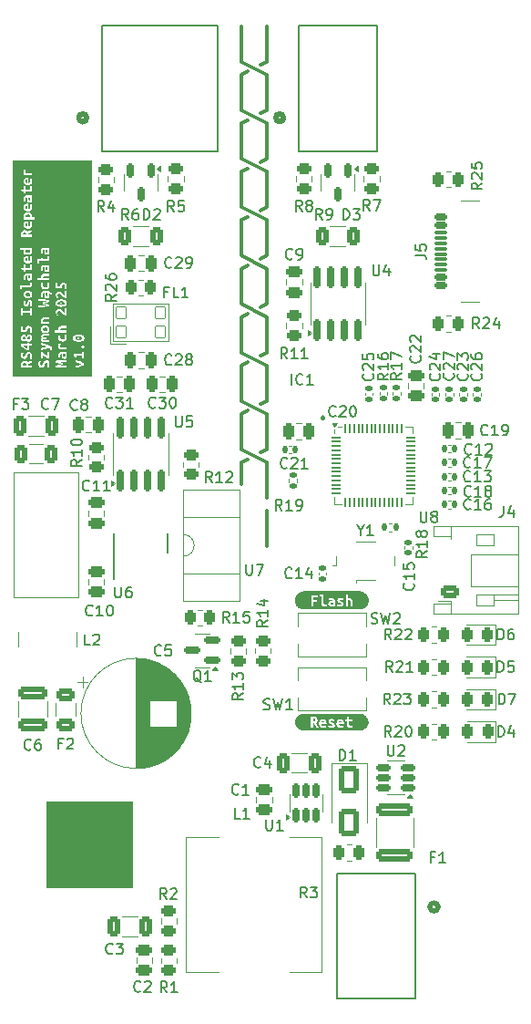
<source format=gto>
G04 #@! TF.GenerationSoftware,KiCad,Pcbnew,8.0.6*
G04 #@! TF.CreationDate,2025-03-23T16:03:48+01:00*
G04 #@! TF.ProjectId,RS485-insolated-repeater,52533438-352d-4696-9e73-6f6c61746564,v1.0*
G04 #@! TF.SameCoordinates,Original*
G04 #@! TF.FileFunction,Legend,Top*
G04 #@! TF.FilePolarity,Positive*
%FSLAX46Y46*%
G04 Gerber Fmt 4.6, Leading zero omitted, Abs format (unit mm)*
G04 Created by KiCad (PCBNEW 8.0.6) date 2025-03-23 16:03:48*
%MOMM*%
%LPD*%
G01*
G04 APERTURE LIST*
G04 Aperture macros list*
%AMRoundRect*
0 Rectangle with rounded corners*
0 $1 Rounding radius*
0 $2 $3 $4 $5 $6 $7 $8 $9 X,Y pos of 4 corners*
0 Add a 4 corners polygon primitive as box body*
4,1,4,$2,$3,$4,$5,$6,$7,$8,$9,$2,$3,0*
0 Add four circle primitives for the rounded corners*
1,1,$1+$1,$2,$3*
1,1,$1+$1,$4,$5*
1,1,$1+$1,$6,$7*
1,1,$1+$1,$8,$9*
0 Add four rect primitives between the rounded corners*
20,1,$1+$1,$2,$3,$4,$5,0*
20,1,$1+$1,$4,$5,$6,$7,0*
20,1,$1+$1,$6,$7,$8,$9,0*
20,1,$1+$1,$8,$9,$2,$3,0*%
G04 Aperture macros list end*
%ADD10C,0.300000*%
%ADD11C,0.150000*%
%ADD12C,0.000000*%
%ADD13C,0.120000*%
%ADD14C,0.508000*%
%ADD15C,0.152400*%
%ADD16C,0.200000*%
%ADD17C,0.100000*%
%ADD18C,0.250000*%
%ADD19O,1.800000X1.000000*%
%ADD20O,2.100000X1.000000*%
%ADD21RoundRect,0.150000X0.425000X-0.150000X0.425000X0.150000X-0.425000X0.150000X-0.425000X-0.150000X0*%
%ADD22RoundRect,0.075000X0.500000X-0.075000X0.500000X0.075000X-0.500000X0.075000X-0.500000X-0.075000X0*%
%ADD23C,0.650000*%
%ADD24R,1.250000X1.000000*%
%ADD25RoundRect,0.150000X-0.150000X0.512500X-0.150000X-0.512500X0.150000X-0.512500X0.150000X0.512500X0*%
%ADD26RoundRect,0.250000X1.450000X-0.312500X1.450000X0.312500X-1.450000X0.312500X-1.450000X-0.312500X0*%
%ADD27C,1.803400*%
%ADD28RoundRect,0.140000X-0.140000X-0.170000X0.140000X-0.170000X0.140000X0.170000X-0.140000X0.170000X0*%
%ADD29RoundRect,0.140000X0.170000X-0.140000X0.170000X0.140000X-0.170000X0.140000X-0.170000X-0.140000X0*%
%ADD30RoundRect,0.150000X0.512500X0.150000X-0.512500X0.150000X-0.512500X-0.150000X0.512500X-0.150000X0*%
%ADD31RoundRect,0.250000X0.262500X0.450000X-0.262500X0.450000X-0.262500X-0.450000X0.262500X-0.450000X0*%
%ADD32C,5.700000*%
%ADD33RoundRect,0.140000X-0.170000X0.140000X-0.170000X-0.140000X0.170000X-0.140000X0.170000X0.140000X0*%
%ADD34RoundRect,0.250000X-0.250000X-0.475000X0.250000X-0.475000X0.250000X0.475000X-0.250000X0.475000X0*%
%ADD35RoundRect,0.243750X0.243750X0.456250X-0.243750X0.456250X-0.243750X-0.456250X0.243750X-0.456250X0*%
%ADD36O,1.750000X1.200000*%
%ADD37RoundRect,0.250000X0.625000X-0.350000X0.625000X0.350000X-0.625000X0.350000X-0.625000X-0.350000X0*%
%ADD38RoundRect,0.250000X-1.100000X0.325000X-1.100000X-0.325000X1.100000X-0.325000X1.100000X0.325000X0*%
%ADD39RoundRect,0.135000X0.185000X-0.135000X0.185000X0.135000X-0.185000X0.135000X-0.185000X-0.135000X0*%
%ADD40RoundRect,0.135000X-0.185000X0.135000X-0.185000X-0.135000X0.185000X-0.135000X0.185000X0.135000X0*%
%ADD41RoundRect,0.250000X0.250000X0.475000X-0.250000X0.475000X-0.250000X-0.475000X0.250000X-0.475000X0*%
%ADD42RoundRect,0.250000X0.450000X-0.262500X0.450000X0.262500X-0.450000X0.262500X-0.450000X-0.262500X0*%
%ADD43C,2.000000*%
%ADD44R,2.000000X2.000000*%
%ADD45RoundRect,0.250000X-0.325000X-0.650000X0.325000X-0.650000X0.325000X0.650000X-0.325000X0.650000X0*%
%ADD46RoundRect,0.250000X-0.475000X0.250000X-0.475000X-0.250000X0.475000X-0.250000X0.475000X0.250000X0*%
%ADD47RoundRect,0.250000X-0.262500X-0.450000X0.262500X-0.450000X0.262500X0.450000X-0.262500X0.450000X0*%
%ADD48RoundRect,0.250000X0.325000X0.650000X-0.325000X0.650000X-0.325000X-0.650000X0.325000X-0.650000X0*%
%ADD49RoundRect,0.250000X-0.312500X-0.625000X0.312500X-0.625000X0.312500X0.625000X-0.312500X0.625000X0*%
%ADD50R,5.500000X2.150000*%
%ADD51RoundRect,0.250000X-0.450000X0.262500X-0.450000X-0.262500X0.450000X-0.262500X0.450000X0.262500X0*%
%ADD52RoundRect,0.250000X-0.375000X-0.625000X0.375000X-0.625000X0.375000X0.625000X-0.375000X0.625000X0*%
%ADD53RoundRect,0.150000X0.587500X0.150000X-0.587500X0.150000X-0.587500X-0.150000X0.587500X-0.150000X0*%
%ADD54RoundRect,0.250000X0.625000X-0.375000X0.625000X0.375000X-0.625000X0.375000X-0.625000X-0.375000X0*%
%ADD55R,5.400000X2.900000*%
%ADD56RoundRect,0.250000X-0.650000X1.000000X-0.650000X-1.000000X0.650000X-1.000000X0.650000X1.000000X0*%
%ADD57R,0.599999X1.400000*%
%ADD58C,1.500000*%
%ADD59RoundRect,0.050000X0.450000X-0.525000X0.450000X0.525000X-0.450000X0.525000X-0.450000X-0.525000X0*%
%ADD60RoundRect,0.250000X0.475000X-0.250000X0.475000X0.250000X-0.475000X0.250000X-0.475000X-0.250000X0*%
%ADD61R,1.800000X1.200000*%
%ADD62R,3.200000X3.200000*%
%ADD63RoundRect,0.050000X-0.050000X-0.387500X0.050000X-0.387500X0.050000X0.387500X-0.050000X0.387500X0*%
%ADD64RoundRect,0.050000X-0.387500X-0.050000X0.387500X-0.050000X0.387500X0.050000X-0.387500X0.050000X0*%
%ADD65RoundRect,0.150000X0.150000X-0.512500X0.150000X0.512500X-0.150000X0.512500X-0.150000X-0.512500X0*%
%ADD66R,0.250000X1.650000*%
%ADD67R,0.900000X0.300000*%
%ADD68RoundRect,0.150000X0.150000X-0.825000X0.150000X0.825000X-0.150000X0.825000X-0.150000X-0.825000X0*%
%ADD69R,1.600000X1.600000*%
%ADD70RoundRect,0.135000X-0.135000X-0.185000X0.135000X-0.185000X0.135000X0.185000X-0.135000X0.185000X0*%
G04 APERTURE END LIST*
D10*
X138600000Y-98800000D02*
X141000000Y-100000000D01*
X138600000Y-100000000D02*
X139200000Y-99700000D01*
X140400000Y-99100000D02*
X141000000Y-98800000D01*
X138600000Y-94300000D02*
X141000000Y-95500000D01*
X138600000Y-95500000D02*
X139200000Y-95200000D01*
X140400000Y-94600000D02*
X141000000Y-94300000D01*
X138600000Y-89800000D02*
X141000000Y-91000000D01*
X138600000Y-91000000D02*
X139200000Y-90700000D01*
X140400000Y-90100000D02*
X141000000Y-89800000D01*
X138600000Y-85300000D02*
X141000000Y-86500000D01*
X138600000Y-86500000D02*
X139200000Y-86200000D01*
X140400000Y-85600000D02*
X141000000Y-85300000D01*
X138600000Y-80800000D02*
X141000000Y-82000000D01*
X138600000Y-82000000D02*
X139200000Y-81700000D01*
X140400000Y-81100000D02*
X141000000Y-80800000D01*
X138600000Y-76300000D02*
X141000000Y-77500000D01*
X138600000Y-77500000D02*
X139200000Y-77200000D01*
X140400000Y-76600000D02*
X141000000Y-76300000D01*
X138600000Y-71800000D02*
X141000000Y-73000000D01*
X138600000Y-73000000D02*
X139200000Y-72700000D01*
X140400000Y-72100000D02*
X141000000Y-71800000D01*
X138600000Y-67300000D02*
X141000000Y-68500000D01*
X140400000Y-67600000D02*
X141000000Y-67300000D01*
X138600000Y-68500000D02*
X139200000Y-68200000D01*
X140400000Y-63100000D02*
X141000000Y-62800000D01*
X138600000Y-64000000D02*
X139200000Y-63700000D01*
X138600000Y-62800000D02*
X141000000Y-64000000D01*
X141000000Y-59500000D02*
X141000000Y-62800000D01*
X141000000Y-64000000D02*
X141000000Y-67300000D01*
X141000000Y-68500000D02*
X141000000Y-71800000D01*
X141000000Y-73000000D02*
X141000000Y-76300000D01*
X141000000Y-77500000D02*
X141000000Y-80800000D01*
X141000000Y-82000000D02*
X141000000Y-85300000D01*
X141000000Y-86500000D02*
X141000000Y-89800000D01*
X141000000Y-91000000D02*
X141000000Y-94300000D01*
X141000000Y-95500000D02*
X141000000Y-98800000D01*
X141000000Y-100000000D02*
X141000000Y-103300000D01*
X141000000Y-104500000D02*
X141000000Y-107800000D01*
X138600000Y-59500000D02*
X138600000Y-62800000D01*
X138600000Y-64000000D02*
X138600000Y-67300000D01*
X138600000Y-68500000D02*
X138600000Y-71800000D01*
X138600000Y-73000000D02*
X138600000Y-76300000D01*
X138600000Y-77500000D02*
X138600000Y-80800000D01*
X138600000Y-82000000D02*
X138600000Y-85300000D01*
X138600000Y-86500000D02*
X138600000Y-89800000D01*
X138600000Y-91000000D02*
X138600000Y-94300000D01*
X138600000Y-95500000D02*
X138600000Y-98800000D01*
X138600000Y-100000000D02*
X138600000Y-102000000D01*
G36*
X120500000Y-131500000D02*
G01*
X128500000Y-131500000D01*
X128500000Y-139500000D01*
X120500000Y-139500000D01*
X120500000Y-131500000D01*
G37*
D11*
X154779818Y-80733333D02*
X155494103Y-80733333D01*
X155494103Y-80733333D02*
X155636960Y-80780952D01*
X155636960Y-80780952D02*
X155732199Y-80876190D01*
X155732199Y-80876190D02*
X155779818Y-81019047D01*
X155779818Y-81019047D02*
X155779818Y-81114285D01*
X154779818Y-79780952D02*
X154779818Y-80257142D01*
X154779818Y-80257142D02*
X155256008Y-80304761D01*
X155256008Y-80304761D02*
X155208389Y-80257142D01*
X155208389Y-80257142D02*
X155160770Y-80161904D01*
X155160770Y-80161904D02*
X155160770Y-79923809D01*
X155160770Y-79923809D02*
X155208389Y-79828571D01*
X155208389Y-79828571D02*
X155256008Y-79780952D01*
X155256008Y-79780952D02*
X155351246Y-79733333D01*
X155351246Y-79733333D02*
X155589341Y-79733333D01*
X155589341Y-79733333D02*
X155684579Y-79780952D01*
X155684579Y-79780952D02*
X155732199Y-79828571D01*
X155732199Y-79828571D02*
X155779818Y-79923809D01*
X155779818Y-79923809D02*
X155779818Y-80161904D01*
X155779818Y-80161904D02*
X155732199Y-80257142D01*
X155732199Y-80257142D02*
X155684579Y-80304761D01*
X140666667Y-122907200D02*
X140809524Y-122954819D01*
X140809524Y-122954819D02*
X141047619Y-122954819D01*
X141047619Y-122954819D02*
X141142857Y-122907200D01*
X141142857Y-122907200D02*
X141190476Y-122859580D01*
X141190476Y-122859580D02*
X141238095Y-122764342D01*
X141238095Y-122764342D02*
X141238095Y-122669104D01*
X141238095Y-122669104D02*
X141190476Y-122573866D01*
X141190476Y-122573866D02*
X141142857Y-122526247D01*
X141142857Y-122526247D02*
X141047619Y-122478628D01*
X141047619Y-122478628D02*
X140857143Y-122431009D01*
X140857143Y-122431009D02*
X140761905Y-122383390D01*
X140761905Y-122383390D02*
X140714286Y-122335771D01*
X140714286Y-122335771D02*
X140666667Y-122240533D01*
X140666667Y-122240533D02*
X140666667Y-122145295D01*
X140666667Y-122145295D02*
X140714286Y-122050057D01*
X140714286Y-122050057D02*
X140761905Y-122002438D01*
X140761905Y-122002438D02*
X140857143Y-121954819D01*
X140857143Y-121954819D02*
X141095238Y-121954819D01*
X141095238Y-121954819D02*
X141238095Y-122002438D01*
X141571429Y-121954819D02*
X141809524Y-122954819D01*
X141809524Y-122954819D02*
X142000000Y-122240533D01*
X142000000Y-122240533D02*
X142190476Y-122954819D01*
X142190476Y-122954819D02*
X142428572Y-121954819D01*
X143333333Y-122954819D02*
X142761905Y-122954819D01*
X143047619Y-122954819D02*
X143047619Y-121954819D01*
X143047619Y-121954819D02*
X142952381Y-122097676D01*
X142952381Y-122097676D02*
X142857143Y-122192914D01*
X142857143Y-122192914D02*
X142761905Y-122240533D01*
X148061905Y-77454819D02*
X148061905Y-76454819D01*
X148061905Y-76454819D02*
X148300000Y-76454819D01*
X148300000Y-76454819D02*
X148442857Y-76502438D01*
X148442857Y-76502438D02*
X148538095Y-76597676D01*
X148538095Y-76597676D02*
X148585714Y-76692914D01*
X148585714Y-76692914D02*
X148633333Y-76883390D01*
X148633333Y-76883390D02*
X148633333Y-77026247D01*
X148633333Y-77026247D02*
X148585714Y-77216723D01*
X148585714Y-77216723D02*
X148538095Y-77311961D01*
X148538095Y-77311961D02*
X148442857Y-77407200D01*
X148442857Y-77407200D02*
X148300000Y-77454819D01*
X148300000Y-77454819D02*
X148061905Y-77454819D01*
X148966667Y-76454819D02*
X149585714Y-76454819D01*
X149585714Y-76454819D02*
X149252381Y-76835771D01*
X149252381Y-76835771D02*
X149395238Y-76835771D01*
X149395238Y-76835771D02*
X149490476Y-76883390D01*
X149490476Y-76883390D02*
X149538095Y-76931009D01*
X149538095Y-76931009D02*
X149585714Y-77026247D01*
X149585714Y-77026247D02*
X149585714Y-77264342D01*
X149585714Y-77264342D02*
X149538095Y-77359580D01*
X149538095Y-77359580D02*
X149490476Y-77407200D01*
X149490476Y-77407200D02*
X149395238Y-77454819D01*
X149395238Y-77454819D02*
X149109524Y-77454819D01*
X149109524Y-77454819D02*
X149014286Y-77407200D01*
X149014286Y-77407200D02*
X148966667Y-77359580D01*
X156516665Y-136656009D02*
X156183332Y-136656009D01*
X156183332Y-137179819D02*
X156183332Y-136179819D01*
X156183332Y-136179819D02*
X156659522Y-136179819D01*
X157564284Y-137179819D02*
X156992856Y-137179819D01*
X157278570Y-137179819D02*
X157278570Y-136179819D01*
X157278570Y-136179819D02*
X157183332Y-136322676D01*
X157183332Y-136322676D02*
X157088094Y-136417914D01*
X157088094Y-136417914D02*
X156992856Y-136465533D01*
X159882141Y-101684580D02*
X159834522Y-101732200D01*
X159834522Y-101732200D02*
X159691665Y-101779819D01*
X159691665Y-101779819D02*
X159596427Y-101779819D01*
X159596427Y-101779819D02*
X159453570Y-101732200D01*
X159453570Y-101732200D02*
X159358332Y-101636961D01*
X159358332Y-101636961D02*
X159310713Y-101541723D01*
X159310713Y-101541723D02*
X159263094Y-101351247D01*
X159263094Y-101351247D02*
X159263094Y-101208390D01*
X159263094Y-101208390D02*
X159310713Y-101017914D01*
X159310713Y-101017914D02*
X159358332Y-100922676D01*
X159358332Y-100922676D02*
X159453570Y-100827438D01*
X159453570Y-100827438D02*
X159596427Y-100779819D01*
X159596427Y-100779819D02*
X159691665Y-100779819D01*
X159691665Y-100779819D02*
X159834522Y-100827438D01*
X159834522Y-100827438D02*
X159882141Y-100875057D01*
X160834522Y-101779819D02*
X160263094Y-101779819D01*
X160548808Y-101779819D02*
X160548808Y-100779819D01*
X160548808Y-100779819D02*
X160453570Y-100922676D01*
X160453570Y-100922676D02*
X160358332Y-101017914D01*
X160358332Y-101017914D02*
X160263094Y-101065533D01*
X161167856Y-100779819D02*
X161786903Y-100779819D01*
X161786903Y-100779819D02*
X161453570Y-101160771D01*
X161453570Y-101160771D02*
X161596427Y-101160771D01*
X161596427Y-101160771D02*
X161691665Y-101208390D01*
X161691665Y-101208390D02*
X161739284Y-101256009D01*
X161739284Y-101256009D02*
X161786903Y-101351247D01*
X161786903Y-101351247D02*
X161786903Y-101589342D01*
X161786903Y-101589342D02*
X161739284Y-101684580D01*
X161739284Y-101684580D02*
X161691665Y-101732200D01*
X161691665Y-101732200D02*
X161596427Y-101779819D01*
X161596427Y-101779819D02*
X161310713Y-101779819D01*
X161310713Y-101779819D02*
X161215475Y-101732200D01*
X161215475Y-101732200D02*
X161167856Y-101684580D01*
X159584579Y-91757857D02*
X159632199Y-91805476D01*
X159632199Y-91805476D02*
X159679818Y-91948333D01*
X159679818Y-91948333D02*
X159679818Y-92043571D01*
X159679818Y-92043571D02*
X159632199Y-92186428D01*
X159632199Y-92186428D02*
X159536960Y-92281666D01*
X159536960Y-92281666D02*
X159441722Y-92329285D01*
X159441722Y-92329285D02*
X159251246Y-92376904D01*
X159251246Y-92376904D02*
X159108389Y-92376904D01*
X159108389Y-92376904D02*
X158917913Y-92329285D01*
X158917913Y-92329285D02*
X158822675Y-92281666D01*
X158822675Y-92281666D02*
X158727437Y-92186428D01*
X158727437Y-92186428D02*
X158679818Y-92043571D01*
X158679818Y-92043571D02*
X158679818Y-91948333D01*
X158679818Y-91948333D02*
X158727437Y-91805476D01*
X158727437Y-91805476D02*
X158775056Y-91757857D01*
X158775056Y-91376904D02*
X158727437Y-91329285D01*
X158727437Y-91329285D02*
X158679818Y-91234047D01*
X158679818Y-91234047D02*
X158679818Y-90995952D01*
X158679818Y-90995952D02*
X158727437Y-90900714D01*
X158727437Y-90900714D02*
X158775056Y-90853095D01*
X158775056Y-90853095D02*
X158870294Y-90805476D01*
X158870294Y-90805476D02*
X158965532Y-90805476D01*
X158965532Y-90805476D02*
X159108389Y-90853095D01*
X159108389Y-90853095D02*
X159679818Y-91424523D01*
X159679818Y-91424523D02*
X159679818Y-90805476D01*
X158679818Y-90472142D02*
X158679818Y-89853095D01*
X158679818Y-89853095D02*
X159060770Y-90186428D01*
X159060770Y-90186428D02*
X159060770Y-90043571D01*
X159060770Y-90043571D02*
X159108389Y-89948333D01*
X159108389Y-89948333D02*
X159156008Y-89900714D01*
X159156008Y-89900714D02*
X159251246Y-89853095D01*
X159251246Y-89853095D02*
X159489341Y-89853095D01*
X159489341Y-89853095D02*
X159584579Y-89900714D01*
X159584579Y-89900714D02*
X159632199Y-89948333D01*
X159632199Y-89948333D02*
X159679818Y-90043571D01*
X159679818Y-90043571D02*
X159679818Y-90329285D01*
X159679818Y-90329285D02*
X159632199Y-90424523D01*
X159632199Y-90424523D02*
X159584579Y-90472142D01*
X152188094Y-126254819D02*
X152188094Y-127064342D01*
X152188094Y-127064342D02*
X152235713Y-127159580D01*
X152235713Y-127159580D02*
X152283332Y-127207200D01*
X152283332Y-127207200D02*
X152378570Y-127254819D01*
X152378570Y-127254819D02*
X152569046Y-127254819D01*
X152569046Y-127254819D02*
X152664284Y-127207200D01*
X152664284Y-127207200D02*
X152711903Y-127159580D01*
X152711903Y-127159580D02*
X152759522Y-127064342D01*
X152759522Y-127064342D02*
X152759522Y-126254819D01*
X153188094Y-126350057D02*
X153235713Y-126302438D01*
X153235713Y-126302438D02*
X153330951Y-126254819D01*
X153330951Y-126254819D02*
X153569046Y-126254819D01*
X153569046Y-126254819D02*
X153664284Y-126302438D01*
X153664284Y-126302438D02*
X153711903Y-126350057D01*
X153711903Y-126350057D02*
X153759522Y-126445295D01*
X153759522Y-126445295D02*
X153759522Y-126540533D01*
X153759522Y-126540533D02*
X153711903Y-126683390D01*
X153711903Y-126683390D02*
X153140475Y-127254819D01*
X153140475Y-127254819D02*
X153759522Y-127254819D01*
X160974818Y-74052857D02*
X160498627Y-74386190D01*
X160974818Y-74624285D02*
X159974818Y-74624285D01*
X159974818Y-74624285D02*
X159974818Y-74243333D01*
X159974818Y-74243333D02*
X160022437Y-74148095D01*
X160022437Y-74148095D02*
X160070056Y-74100476D01*
X160070056Y-74100476D02*
X160165294Y-74052857D01*
X160165294Y-74052857D02*
X160308151Y-74052857D01*
X160308151Y-74052857D02*
X160403389Y-74100476D01*
X160403389Y-74100476D02*
X160451008Y-74148095D01*
X160451008Y-74148095D02*
X160498627Y-74243333D01*
X160498627Y-74243333D02*
X160498627Y-74624285D01*
X160070056Y-73671904D02*
X160022437Y-73624285D01*
X160022437Y-73624285D02*
X159974818Y-73529047D01*
X159974818Y-73529047D02*
X159974818Y-73290952D01*
X159974818Y-73290952D02*
X160022437Y-73195714D01*
X160022437Y-73195714D02*
X160070056Y-73148095D01*
X160070056Y-73148095D02*
X160165294Y-73100476D01*
X160165294Y-73100476D02*
X160260532Y-73100476D01*
X160260532Y-73100476D02*
X160403389Y-73148095D01*
X160403389Y-73148095D02*
X160974818Y-73719523D01*
X160974818Y-73719523D02*
X160974818Y-73100476D01*
X159974818Y-72195714D02*
X159974818Y-72671904D01*
X159974818Y-72671904D02*
X160451008Y-72719523D01*
X160451008Y-72719523D02*
X160403389Y-72671904D01*
X160403389Y-72671904D02*
X160355770Y-72576666D01*
X160355770Y-72576666D02*
X160355770Y-72338571D01*
X160355770Y-72338571D02*
X160403389Y-72243333D01*
X160403389Y-72243333D02*
X160451008Y-72195714D01*
X160451008Y-72195714D02*
X160546246Y-72148095D01*
X160546246Y-72148095D02*
X160784341Y-72148095D01*
X160784341Y-72148095D02*
X160879579Y-72195714D01*
X160879579Y-72195714D02*
X160927199Y-72243333D01*
X160927199Y-72243333D02*
X160974818Y-72338571D01*
X160974818Y-72338571D02*
X160974818Y-72576666D01*
X160974818Y-72576666D02*
X160927199Y-72671904D01*
X160927199Y-72671904D02*
X160879579Y-72719523D01*
X143282141Y-110664580D02*
X143234522Y-110712200D01*
X143234522Y-110712200D02*
X143091665Y-110759819D01*
X143091665Y-110759819D02*
X142996427Y-110759819D01*
X142996427Y-110759819D02*
X142853570Y-110712200D01*
X142853570Y-110712200D02*
X142758332Y-110616961D01*
X142758332Y-110616961D02*
X142710713Y-110521723D01*
X142710713Y-110521723D02*
X142663094Y-110331247D01*
X142663094Y-110331247D02*
X142663094Y-110188390D01*
X142663094Y-110188390D02*
X142710713Y-109997914D01*
X142710713Y-109997914D02*
X142758332Y-109902676D01*
X142758332Y-109902676D02*
X142853570Y-109807438D01*
X142853570Y-109807438D02*
X142996427Y-109759819D01*
X142996427Y-109759819D02*
X143091665Y-109759819D01*
X143091665Y-109759819D02*
X143234522Y-109807438D01*
X143234522Y-109807438D02*
X143282141Y-109855057D01*
X144234522Y-110759819D02*
X143663094Y-110759819D01*
X143948808Y-110759819D02*
X143948808Y-109759819D01*
X143948808Y-109759819D02*
X143853570Y-109902676D01*
X143853570Y-109902676D02*
X143758332Y-109997914D01*
X143758332Y-109997914D02*
X143663094Y-110045533D01*
X145091665Y-110093152D02*
X145091665Y-110759819D01*
X144853570Y-109712200D02*
X144615475Y-110426485D01*
X144615475Y-110426485D02*
X145234522Y-110426485D01*
X150666667Y-114907200D02*
X150809524Y-114954819D01*
X150809524Y-114954819D02*
X151047619Y-114954819D01*
X151047619Y-114954819D02*
X151142857Y-114907200D01*
X151142857Y-114907200D02*
X151190476Y-114859580D01*
X151190476Y-114859580D02*
X151238095Y-114764342D01*
X151238095Y-114764342D02*
X151238095Y-114669104D01*
X151238095Y-114669104D02*
X151190476Y-114573866D01*
X151190476Y-114573866D02*
X151142857Y-114526247D01*
X151142857Y-114526247D02*
X151047619Y-114478628D01*
X151047619Y-114478628D02*
X150857143Y-114431009D01*
X150857143Y-114431009D02*
X150761905Y-114383390D01*
X150761905Y-114383390D02*
X150714286Y-114335771D01*
X150714286Y-114335771D02*
X150666667Y-114240533D01*
X150666667Y-114240533D02*
X150666667Y-114145295D01*
X150666667Y-114145295D02*
X150714286Y-114050057D01*
X150714286Y-114050057D02*
X150761905Y-114002438D01*
X150761905Y-114002438D02*
X150857143Y-113954819D01*
X150857143Y-113954819D02*
X151095238Y-113954819D01*
X151095238Y-113954819D02*
X151238095Y-114002438D01*
X151571429Y-113954819D02*
X151809524Y-114954819D01*
X151809524Y-114954819D02*
X152000000Y-114240533D01*
X152000000Y-114240533D02*
X152190476Y-114954819D01*
X152190476Y-114954819D02*
X152428572Y-113954819D01*
X152761905Y-114050057D02*
X152809524Y-114002438D01*
X152809524Y-114002438D02*
X152904762Y-113954819D01*
X152904762Y-113954819D02*
X153142857Y-113954819D01*
X153142857Y-113954819D02*
X153238095Y-114002438D01*
X153238095Y-114002438D02*
X153285714Y-114050057D01*
X153285714Y-114050057D02*
X153333333Y-114145295D01*
X153333333Y-114145295D02*
X153333333Y-114240533D01*
X153333333Y-114240533D02*
X153285714Y-114383390D01*
X153285714Y-114383390D02*
X152714286Y-114954819D01*
X152714286Y-114954819D02*
X153333333Y-114954819D01*
X159982141Y-99184580D02*
X159934522Y-99232200D01*
X159934522Y-99232200D02*
X159791665Y-99279819D01*
X159791665Y-99279819D02*
X159696427Y-99279819D01*
X159696427Y-99279819D02*
X159553570Y-99232200D01*
X159553570Y-99232200D02*
X159458332Y-99136961D01*
X159458332Y-99136961D02*
X159410713Y-99041723D01*
X159410713Y-99041723D02*
X159363094Y-98851247D01*
X159363094Y-98851247D02*
X159363094Y-98708390D01*
X159363094Y-98708390D02*
X159410713Y-98517914D01*
X159410713Y-98517914D02*
X159458332Y-98422676D01*
X159458332Y-98422676D02*
X159553570Y-98327438D01*
X159553570Y-98327438D02*
X159696427Y-98279819D01*
X159696427Y-98279819D02*
X159791665Y-98279819D01*
X159791665Y-98279819D02*
X159934522Y-98327438D01*
X159934522Y-98327438D02*
X159982141Y-98375057D01*
X160934522Y-99279819D02*
X160363094Y-99279819D01*
X160648808Y-99279819D02*
X160648808Y-98279819D01*
X160648808Y-98279819D02*
X160553570Y-98422676D01*
X160553570Y-98422676D02*
X160458332Y-98517914D01*
X160458332Y-98517914D02*
X160363094Y-98565533D01*
X161315475Y-98375057D02*
X161363094Y-98327438D01*
X161363094Y-98327438D02*
X161458332Y-98279819D01*
X161458332Y-98279819D02*
X161696427Y-98279819D01*
X161696427Y-98279819D02*
X161791665Y-98327438D01*
X161791665Y-98327438D02*
X161839284Y-98375057D01*
X161839284Y-98375057D02*
X161886903Y-98470295D01*
X161886903Y-98470295D02*
X161886903Y-98565533D01*
X161886903Y-98565533D02*
X161839284Y-98708390D01*
X161839284Y-98708390D02*
X161267856Y-99279819D01*
X161267856Y-99279819D02*
X161886903Y-99279819D01*
X144683332Y-140404819D02*
X144349999Y-139928628D01*
X144111904Y-140404819D02*
X144111904Y-139404819D01*
X144111904Y-139404819D02*
X144492856Y-139404819D01*
X144492856Y-139404819D02*
X144588094Y-139452438D01*
X144588094Y-139452438D02*
X144635713Y-139500057D01*
X144635713Y-139500057D02*
X144683332Y-139595295D01*
X144683332Y-139595295D02*
X144683332Y-139738152D01*
X144683332Y-139738152D02*
X144635713Y-139833390D01*
X144635713Y-139833390D02*
X144588094Y-139881009D01*
X144588094Y-139881009D02*
X144492856Y-139928628D01*
X144492856Y-139928628D02*
X144111904Y-139928628D01*
X145016666Y-139404819D02*
X145635713Y-139404819D01*
X145635713Y-139404819D02*
X145302380Y-139785771D01*
X145302380Y-139785771D02*
X145445237Y-139785771D01*
X145445237Y-139785771D02*
X145540475Y-139833390D01*
X145540475Y-139833390D02*
X145588094Y-139881009D01*
X145588094Y-139881009D02*
X145635713Y-139976247D01*
X145635713Y-139976247D02*
X145635713Y-140214342D01*
X145635713Y-140214342D02*
X145588094Y-140309580D01*
X145588094Y-140309580D02*
X145540475Y-140357200D01*
X145540475Y-140357200D02*
X145445237Y-140404819D01*
X145445237Y-140404819D02*
X145159523Y-140404819D01*
X145159523Y-140404819D02*
X145064285Y-140357200D01*
X145064285Y-140357200D02*
X145016666Y-140309580D01*
X159902141Y-104284580D02*
X159854522Y-104332200D01*
X159854522Y-104332200D02*
X159711665Y-104379819D01*
X159711665Y-104379819D02*
X159616427Y-104379819D01*
X159616427Y-104379819D02*
X159473570Y-104332200D01*
X159473570Y-104332200D02*
X159378332Y-104236961D01*
X159378332Y-104236961D02*
X159330713Y-104141723D01*
X159330713Y-104141723D02*
X159283094Y-103951247D01*
X159283094Y-103951247D02*
X159283094Y-103808390D01*
X159283094Y-103808390D02*
X159330713Y-103617914D01*
X159330713Y-103617914D02*
X159378332Y-103522676D01*
X159378332Y-103522676D02*
X159473570Y-103427438D01*
X159473570Y-103427438D02*
X159616427Y-103379819D01*
X159616427Y-103379819D02*
X159711665Y-103379819D01*
X159711665Y-103379819D02*
X159854522Y-103427438D01*
X159854522Y-103427438D02*
X159902141Y-103475057D01*
X160854522Y-104379819D02*
X160283094Y-104379819D01*
X160568808Y-104379819D02*
X160568808Y-103379819D01*
X160568808Y-103379819D02*
X160473570Y-103522676D01*
X160473570Y-103522676D02*
X160378332Y-103617914D01*
X160378332Y-103617914D02*
X160283094Y-103665533D01*
X161711665Y-103379819D02*
X161521189Y-103379819D01*
X161521189Y-103379819D02*
X161425951Y-103427438D01*
X161425951Y-103427438D02*
X161378332Y-103475057D01*
X161378332Y-103475057D02*
X161283094Y-103617914D01*
X161283094Y-103617914D02*
X161235475Y-103808390D01*
X161235475Y-103808390D02*
X161235475Y-104189342D01*
X161235475Y-104189342D02*
X161283094Y-104284580D01*
X161283094Y-104284580D02*
X161330713Y-104332200D01*
X161330713Y-104332200D02*
X161425951Y-104379819D01*
X161425951Y-104379819D02*
X161616427Y-104379819D01*
X161616427Y-104379819D02*
X161711665Y-104332200D01*
X161711665Y-104332200D02*
X161759284Y-104284580D01*
X161759284Y-104284580D02*
X161806903Y-104189342D01*
X161806903Y-104189342D02*
X161806903Y-103951247D01*
X161806903Y-103951247D02*
X161759284Y-103856009D01*
X161759284Y-103856009D02*
X161711665Y-103808390D01*
X161711665Y-103808390D02*
X161616427Y-103760771D01*
X161616427Y-103760771D02*
X161425951Y-103760771D01*
X161425951Y-103760771D02*
X161330713Y-103808390D01*
X161330713Y-103808390D02*
X161283094Y-103856009D01*
X161283094Y-103856009D02*
X161235475Y-103951247D01*
X161482141Y-97384580D02*
X161434522Y-97432200D01*
X161434522Y-97432200D02*
X161291665Y-97479819D01*
X161291665Y-97479819D02*
X161196427Y-97479819D01*
X161196427Y-97479819D02*
X161053570Y-97432200D01*
X161053570Y-97432200D02*
X160958332Y-97336961D01*
X160958332Y-97336961D02*
X160910713Y-97241723D01*
X160910713Y-97241723D02*
X160863094Y-97051247D01*
X160863094Y-97051247D02*
X160863094Y-96908390D01*
X160863094Y-96908390D02*
X160910713Y-96717914D01*
X160910713Y-96717914D02*
X160958332Y-96622676D01*
X160958332Y-96622676D02*
X161053570Y-96527438D01*
X161053570Y-96527438D02*
X161196427Y-96479819D01*
X161196427Y-96479819D02*
X161291665Y-96479819D01*
X161291665Y-96479819D02*
X161434522Y-96527438D01*
X161434522Y-96527438D02*
X161482141Y-96575057D01*
X162434522Y-97479819D02*
X161863094Y-97479819D01*
X162148808Y-97479819D02*
X162148808Y-96479819D01*
X162148808Y-96479819D02*
X162053570Y-96622676D01*
X162053570Y-96622676D02*
X161958332Y-96717914D01*
X161958332Y-96717914D02*
X161863094Y-96765533D01*
X162910713Y-97479819D02*
X163101189Y-97479819D01*
X163101189Y-97479819D02*
X163196427Y-97432200D01*
X163196427Y-97432200D02*
X163244046Y-97384580D01*
X163244046Y-97384580D02*
X163339284Y-97241723D01*
X163339284Y-97241723D02*
X163386903Y-97051247D01*
X163386903Y-97051247D02*
X163386903Y-96670295D01*
X163386903Y-96670295D02*
X163339284Y-96575057D01*
X163339284Y-96575057D02*
X163291665Y-96527438D01*
X163291665Y-96527438D02*
X163196427Y-96479819D01*
X163196427Y-96479819D02*
X163005951Y-96479819D01*
X163005951Y-96479819D02*
X162910713Y-96527438D01*
X162910713Y-96527438D02*
X162863094Y-96575057D01*
X162863094Y-96575057D02*
X162815475Y-96670295D01*
X162815475Y-96670295D02*
X162815475Y-96908390D01*
X162815475Y-96908390D02*
X162863094Y-97003628D01*
X162863094Y-97003628D02*
X162910713Y-97051247D01*
X162910713Y-97051247D02*
X163005951Y-97098866D01*
X163005951Y-97098866D02*
X163196427Y-97098866D01*
X163196427Y-97098866D02*
X163291665Y-97051247D01*
X163291665Y-97051247D02*
X163339284Y-97003628D01*
X163339284Y-97003628D02*
X163386903Y-96908390D01*
X156984579Y-91757857D02*
X157032199Y-91805476D01*
X157032199Y-91805476D02*
X157079818Y-91948333D01*
X157079818Y-91948333D02*
X157079818Y-92043571D01*
X157079818Y-92043571D02*
X157032199Y-92186428D01*
X157032199Y-92186428D02*
X156936960Y-92281666D01*
X156936960Y-92281666D02*
X156841722Y-92329285D01*
X156841722Y-92329285D02*
X156651246Y-92376904D01*
X156651246Y-92376904D02*
X156508389Y-92376904D01*
X156508389Y-92376904D02*
X156317913Y-92329285D01*
X156317913Y-92329285D02*
X156222675Y-92281666D01*
X156222675Y-92281666D02*
X156127437Y-92186428D01*
X156127437Y-92186428D02*
X156079818Y-92043571D01*
X156079818Y-92043571D02*
X156079818Y-91948333D01*
X156079818Y-91948333D02*
X156127437Y-91805476D01*
X156127437Y-91805476D02*
X156175056Y-91757857D01*
X156175056Y-91376904D02*
X156127437Y-91329285D01*
X156127437Y-91329285D02*
X156079818Y-91234047D01*
X156079818Y-91234047D02*
X156079818Y-90995952D01*
X156079818Y-90995952D02*
X156127437Y-90900714D01*
X156127437Y-90900714D02*
X156175056Y-90853095D01*
X156175056Y-90853095D02*
X156270294Y-90805476D01*
X156270294Y-90805476D02*
X156365532Y-90805476D01*
X156365532Y-90805476D02*
X156508389Y-90853095D01*
X156508389Y-90853095D02*
X157079818Y-91424523D01*
X157079818Y-91424523D02*
X157079818Y-90805476D01*
X156413151Y-89948333D02*
X157079818Y-89948333D01*
X156032199Y-90186428D02*
X156746484Y-90424523D01*
X156746484Y-90424523D02*
X156746484Y-89805476D01*
X162524404Y-122454819D02*
X162524404Y-121454819D01*
X162524404Y-121454819D02*
X162762499Y-121454819D01*
X162762499Y-121454819D02*
X162905356Y-121502438D01*
X162905356Y-121502438D02*
X163000594Y-121597676D01*
X163000594Y-121597676D02*
X163048213Y-121692914D01*
X163048213Y-121692914D02*
X163095832Y-121883390D01*
X163095832Y-121883390D02*
X163095832Y-122026247D01*
X163095832Y-122026247D02*
X163048213Y-122216723D01*
X163048213Y-122216723D02*
X163000594Y-122311961D01*
X163000594Y-122311961D02*
X162905356Y-122407200D01*
X162905356Y-122407200D02*
X162762499Y-122454819D01*
X162762499Y-122454819D02*
X162524404Y-122454819D01*
X163429166Y-121454819D02*
X164095832Y-121454819D01*
X164095832Y-121454819D02*
X163667261Y-122454819D01*
X160859580Y-91762857D02*
X160907200Y-91810476D01*
X160907200Y-91810476D02*
X160954819Y-91953333D01*
X160954819Y-91953333D02*
X160954819Y-92048571D01*
X160954819Y-92048571D02*
X160907200Y-92191428D01*
X160907200Y-92191428D02*
X160811961Y-92286666D01*
X160811961Y-92286666D02*
X160716723Y-92334285D01*
X160716723Y-92334285D02*
X160526247Y-92381904D01*
X160526247Y-92381904D02*
X160383390Y-92381904D01*
X160383390Y-92381904D02*
X160192914Y-92334285D01*
X160192914Y-92334285D02*
X160097676Y-92286666D01*
X160097676Y-92286666D02*
X160002438Y-92191428D01*
X160002438Y-92191428D02*
X159954819Y-92048571D01*
X159954819Y-92048571D02*
X159954819Y-91953333D01*
X159954819Y-91953333D02*
X160002438Y-91810476D01*
X160002438Y-91810476D02*
X160050057Y-91762857D01*
X160050057Y-91381904D02*
X160002438Y-91334285D01*
X160002438Y-91334285D02*
X159954819Y-91239047D01*
X159954819Y-91239047D02*
X159954819Y-91000952D01*
X159954819Y-91000952D02*
X160002438Y-90905714D01*
X160002438Y-90905714D02*
X160050057Y-90858095D01*
X160050057Y-90858095D02*
X160145295Y-90810476D01*
X160145295Y-90810476D02*
X160240533Y-90810476D01*
X160240533Y-90810476D02*
X160383390Y-90858095D01*
X160383390Y-90858095D02*
X160954819Y-91429523D01*
X160954819Y-91429523D02*
X160954819Y-90810476D01*
X159954819Y-89953333D02*
X159954819Y-90143809D01*
X159954819Y-90143809D02*
X160002438Y-90239047D01*
X160002438Y-90239047D02*
X160050057Y-90286666D01*
X160050057Y-90286666D02*
X160192914Y-90381904D01*
X160192914Y-90381904D02*
X160383390Y-90429523D01*
X160383390Y-90429523D02*
X160764342Y-90429523D01*
X160764342Y-90429523D02*
X160859580Y-90381904D01*
X160859580Y-90381904D02*
X160907200Y-90334285D01*
X160907200Y-90334285D02*
X160954819Y-90239047D01*
X160954819Y-90239047D02*
X160954819Y-90048571D01*
X160954819Y-90048571D02*
X160907200Y-89953333D01*
X160907200Y-89953333D02*
X160859580Y-89905714D01*
X160859580Y-89905714D02*
X160764342Y-89858095D01*
X160764342Y-89858095D02*
X160526247Y-89858095D01*
X160526247Y-89858095D02*
X160431009Y-89905714D01*
X160431009Y-89905714D02*
X160383390Y-89953333D01*
X160383390Y-89953333D02*
X160335771Y-90048571D01*
X160335771Y-90048571D02*
X160335771Y-90239047D01*
X160335771Y-90239047D02*
X160383390Y-90334285D01*
X160383390Y-90334285D02*
X160431009Y-90381904D01*
X160431009Y-90381904D02*
X160526247Y-90429523D01*
X162966665Y-104054819D02*
X162966665Y-104769104D01*
X162966665Y-104769104D02*
X162919046Y-104911961D01*
X162919046Y-104911961D02*
X162823808Y-105007200D01*
X162823808Y-105007200D02*
X162680951Y-105054819D01*
X162680951Y-105054819D02*
X162585713Y-105054819D01*
X163871427Y-104388152D02*
X163871427Y-105054819D01*
X163633332Y-104007200D02*
X163395237Y-104721485D01*
X163395237Y-104721485D02*
X164014284Y-104721485D01*
X152519641Y-125454819D02*
X152186308Y-124978628D01*
X151948213Y-125454819D02*
X151948213Y-124454819D01*
X151948213Y-124454819D02*
X152329165Y-124454819D01*
X152329165Y-124454819D02*
X152424403Y-124502438D01*
X152424403Y-124502438D02*
X152472022Y-124550057D01*
X152472022Y-124550057D02*
X152519641Y-124645295D01*
X152519641Y-124645295D02*
X152519641Y-124788152D01*
X152519641Y-124788152D02*
X152472022Y-124883390D01*
X152472022Y-124883390D02*
X152424403Y-124931009D01*
X152424403Y-124931009D02*
X152329165Y-124978628D01*
X152329165Y-124978628D02*
X151948213Y-124978628D01*
X152900594Y-124550057D02*
X152948213Y-124502438D01*
X152948213Y-124502438D02*
X153043451Y-124454819D01*
X153043451Y-124454819D02*
X153281546Y-124454819D01*
X153281546Y-124454819D02*
X153376784Y-124502438D01*
X153376784Y-124502438D02*
X153424403Y-124550057D01*
X153424403Y-124550057D02*
X153472022Y-124645295D01*
X153472022Y-124645295D02*
X153472022Y-124740533D01*
X153472022Y-124740533D02*
X153424403Y-124883390D01*
X153424403Y-124883390D02*
X152852975Y-125454819D01*
X152852975Y-125454819D02*
X153472022Y-125454819D01*
X154091070Y-124454819D02*
X154186308Y-124454819D01*
X154186308Y-124454819D02*
X154281546Y-124502438D01*
X154281546Y-124502438D02*
X154329165Y-124550057D01*
X154329165Y-124550057D02*
X154376784Y-124645295D01*
X154376784Y-124645295D02*
X154424403Y-124835771D01*
X154424403Y-124835771D02*
X154424403Y-125073866D01*
X154424403Y-125073866D02*
X154376784Y-125264342D01*
X154376784Y-125264342D02*
X154329165Y-125359580D01*
X154329165Y-125359580D02*
X154281546Y-125407200D01*
X154281546Y-125407200D02*
X154186308Y-125454819D01*
X154186308Y-125454819D02*
X154091070Y-125454819D01*
X154091070Y-125454819D02*
X153995832Y-125407200D01*
X153995832Y-125407200D02*
X153948213Y-125359580D01*
X153948213Y-125359580D02*
X153900594Y-125264342D01*
X153900594Y-125264342D02*
X153852975Y-125073866D01*
X153852975Y-125073866D02*
X153852975Y-124835771D01*
X153852975Y-124835771D02*
X153900594Y-124645295D01*
X153900594Y-124645295D02*
X153948213Y-124550057D01*
X153948213Y-124550057D02*
X153995832Y-124502438D01*
X153995832Y-124502438D02*
X154091070Y-124454819D01*
X119033333Y-126609580D02*
X118985714Y-126657200D01*
X118985714Y-126657200D02*
X118842857Y-126704819D01*
X118842857Y-126704819D02*
X118747619Y-126704819D01*
X118747619Y-126704819D02*
X118604762Y-126657200D01*
X118604762Y-126657200D02*
X118509524Y-126561961D01*
X118509524Y-126561961D02*
X118461905Y-126466723D01*
X118461905Y-126466723D02*
X118414286Y-126276247D01*
X118414286Y-126276247D02*
X118414286Y-126133390D01*
X118414286Y-126133390D02*
X118461905Y-125942914D01*
X118461905Y-125942914D02*
X118509524Y-125847676D01*
X118509524Y-125847676D02*
X118604762Y-125752438D01*
X118604762Y-125752438D02*
X118747619Y-125704819D01*
X118747619Y-125704819D02*
X118842857Y-125704819D01*
X118842857Y-125704819D02*
X118985714Y-125752438D01*
X118985714Y-125752438D02*
X119033333Y-125800057D01*
X119890476Y-125704819D02*
X119700000Y-125704819D01*
X119700000Y-125704819D02*
X119604762Y-125752438D01*
X119604762Y-125752438D02*
X119557143Y-125800057D01*
X119557143Y-125800057D02*
X119461905Y-125942914D01*
X119461905Y-125942914D02*
X119414286Y-126133390D01*
X119414286Y-126133390D02*
X119414286Y-126514342D01*
X119414286Y-126514342D02*
X119461905Y-126609580D01*
X119461905Y-126609580D02*
X119509524Y-126657200D01*
X119509524Y-126657200D02*
X119604762Y-126704819D01*
X119604762Y-126704819D02*
X119795238Y-126704819D01*
X119795238Y-126704819D02*
X119890476Y-126657200D01*
X119890476Y-126657200D02*
X119938095Y-126609580D01*
X119938095Y-126609580D02*
X119985714Y-126514342D01*
X119985714Y-126514342D02*
X119985714Y-126276247D01*
X119985714Y-126276247D02*
X119938095Y-126181009D01*
X119938095Y-126181009D02*
X119890476Y-126133390D01*
X119890476Y-126133390D02*
X119795238Y-126085771D01*
X119795238Y-126085771D02*
X119604762Y-126085771D01*
X119604762Y-126085771D02*
X119509524Y-126133390D01*
X119509524Y-126133390D02*
X119461905Y-126181009D01*
X119461905Y-126181009D02*
X119414286Y-126276247D01*
X153454819Y-91722857D02*
X152978628Y-92056190D01*
X153454819Y-92294285D02*
X152454819Y-92294285D01*
X152454819Y-92294285D02*
X152454819Y-91913333D01*
X152454819Y-91913333D02*
X152502438Y-91818095D01*
X152502438Y-91818095D02*
X152550057Y-91770476D01*
X152550057Y-91770476D02*
X152645295Y-91722857D01*
X152645295Y-91722857D02*
X152788152Y-91722857D01*
X152788152Y-91722857D02*
X152883390Y-91770476D01*
X152883390Y-91770476D02*
X152931009Y-91818095D01*
X152931009Y-91818095D02*
X152978628Y-91913333D01*
X152978628Y-91913333D02*
X152978628Y-92294285D01*
X153454819Y-90770476D02*
X153454819Y-91341904D01*
X153454819Y-91056190D02*
X152454819Y-91056190D01*
X152454819Y-91056190D02*
X152597676Y-91151428D01*
X152597676Y-91151428D02*
X152692914Y-91246666D01*
X152692914Y-91246666D02*
X152740533Y-91341904D01*
X152454819Y-90437142D02*
X152454819Y-89770476D01*
X152454819Y-89770476D02*
X153454819Y-90199047D01*
X142357142Y-104454819D02*
X142023809Y-103978628D01*
X141785714Y-104454819D02*
X141785714Y-103454819D01*
X141785714Y-103454819D02*
X142166666Y-103454819D01*
X142166666Y-103454819D02*
X142261904Y-103502438D01*
X142261904Y-103502438D02*
X142309523Y-103550057D01*
X142309523Y-103550057D02*
X142357142Y-103645295D01*
X142357142Y-103645295D02*
X142357142Y-103788152D01*
X142357142Y-103788152D02*
X142309523Y-103883390D01*
X142309523Y-103883390D02*
X142261904Y-103931009D01*
X142261904Y-103931009D02*
X142166666Y-103978628D01*
X142166666Y-103978628D02*
X141785714Y-103978628D01*
X143309523Y-104454819D02*
X142738095Y-104454819D01*
X143023809Y-104454819D02*
X143023809Y-103454819D01*
X143023809Y-103454819D02*
X142928571Y-103597676D01*
X142928571Y-103597676D02*
X142833333Y-103692914D01*
X142833333Y-103692914D02*
X142738095Y-103740533D01*
X143785714Y-104454819D02*
X143976190Y-104454819D01*
X143976190Y-104454819D02*
X144071428Y-104407200D01*
X144071428Y-104407200D02*
X144119047Y-104359580D01*
X144119047Y-104359580D02*
X144214285Y-104216723D01*
X144214285Y-104216723D02*
X144261904Y-104026247D01*
X144261904Y-104026247D02*
X144261904Y-103645295D01*
X144261904Y-103645295D02*
X144214285Y-103550057D01*
X144214285Y-103550057D02*
X144166666Y-103502438D01*
X144166666Y-103502438D02*
X144071428Y-103454819D01*
X144071428Y-103454819D02*
X143880952Y-103454819D01*
X143880952Y-103454819D02*
X143785714Y-103502438D01*
X143785714Y-103502438D02*
X143738095Y-103550057D01*
X143738095Y-103550057D02*
X143690476Y-103645295D01*
X143690476Y-103645295D02*
X143690476Y-103883390D01*
X143690476Y-103883390D02*
X143738095Y-103978628D01*
X143738095Y-103978628D02*
X143785714Y-104026247D01*
X143785714Y-104026247D02*
X143880952Y-104073866D01*
X143880952Y-104073866D02*
X144071428Y-104073866D01*
X144071428Y-104073866D02*
X144166666Y-104026247D01*
X144166666Y-104026247D02*
X144214285Y-103978628D01*
X144214285Y-103978628D02*
X144261904Y-103883390D01*
X132107141Y-81859580D02*
X132059522Y-81907200D01*
X132059522Y-81907200D02*
X131916665Y-81954819D01*
X131916665Y-81954819D02*
X131821427Y-81954819D01*
X131821427Y-81954819D02*
X131678570Y-81907200D01*
X131678570Y-81907200D02*
X131583332Y-81811961D01*
X131583332Y-81811961D02*
X131535713Y-81716723D01*
X131535713Y-81716723D02*
X131488094Y-81526247D01*
X131488094Y-81526247D02*
X131488094Y-81383390D01*
X131488094Y-81383390D02*
X131535713Y-81192914D01*
X131535713Y-81192914D02*
X131583332Y-81097676D01*
X131583332Y-81097676D02*
X131678570Y-81002438D01*
X131678570Y-81002438D02*
X131821427Y-80954819D01*
X131821427Y-80954819D02*
X131916665Y-80954819D01*
X131916665Y-80954819D02*
X132059522Y-81002438D01*
X132059522Y-81002438D02*
X132107141Y-81050057D01*
X132488094Y-81050057D02*
X132535713Y-81002438D01*
X132535713Y-81002438D02*
X132630951Y-80954819D01*
X132630951Y-80954819D02*
X132869046Y-80954819D01*
X132869046Y-80954819D02*
X132964284Y-81002438D01*
X132964284Y-81002438D02*
X133011903Y-81050057D01*
X133011903Y-81050057D02*
X133059522Y-81145295D01*
X133059522Y-81145295D02*
X133059522Y-81240533D01*
X133059522Y-81240533D02*
X133011903Y-81383390D01*
X133011903Y-81383390D02*
X132440475Y-81954819D01*
X132440475Y-81954819D02*
X133059522Y-81954819D01*
X133535713Y-81954819D02*
X133726189Y-81954819D01*
X133726189Y-81954819D02*
X133821427Y-81907200D01*
X133821427Y-81907200D02*
X133869046Y-81859580D01*
X133869046Y-81859580D02*
X133964284Y-81716723D01*
X133964284Y-81716723D02*
X134011903Y-81526247D01*
X134011903Y-81526247D02*
X134011903Y-81145295D01*
X134011903Y-81145295D02*
X133964284Y-81050057D01*
X133964284Y-81050057D02*
X133916665Y-81002438D01*
X133916665Y-81002438D02*
X133821427Y-80954819D01*
X133821427Y-80954819D02*
X133630951Y-80954819D01*
X133630951Y-80954819D02*
X133535713Y-81002438D01*
X133535713Y-81002438D02*
X133488094Y-81050057D01*
X133488094Y-81050057D02*
X133440475Y-81145295D01*
X133440475Y-81145295D02*
X133440475Y-81383390D01*
X133440475Y-81383390D02*
X133488094Y-81478628D01*
X133488094Y-81478628D02*
X133535713Y-81526247D01*
X133535713Y-81526247D02*
X133630951Y-81573866D01*
X133630951Y-81573866D02*
X133821427Y-81573866D01*
X133821427Y-81573866D02*
X133916665Y-81526247D01*
X133916665Y-81526247D02*
X133964284Y-81478628D01*
X133964284Y-81478628D02*
X134011903Y-81383390D01*
X126954819Y-84392857D02*
X126478628Y-84726190D01*
X126954819Y-84964285D02*
X125954819Y-84964285D01*
X125954819Y-84964285D02*
X125954819Y-84583333D01*
X125954819Y-84583333D02*
X126002438Y-84488095D01*
X126002438Y-84488095D02*
X126050057Y-84440476D01*
X126050057Y-84440476D02*
X126145295Y-84392857D01*
X126145295Y-84392857D02*
X126288152Y-84392857D01*
X126288152Y-84392857D02*
X126383390Y-84440476D01*
X126383390Y-84440476D02*
X126431009Y-84488095D01*
X126431009Y-84488095D02*
X126478628Y-84583333D01*
X126478628Y-84583333D02*
X126478628Y-84964285D01*
X126050057Y-84011904D02*
X126002438Y-83964285D01*
X126002438Y-83964285D02*
X125954819Y-83869047D01*
X125954819Y-83869047D02*
X125954819Y-83630952D01*
X125954819Y-83630952D02*
X126002438Y-83535714D01*
X126002438Y-83535714D02*
X126050057Y-83488095D01*
X126050057Y-83488095D02*
X126145295Y-83440476D01*
X126145295Y-83440476D02*
X126240533Y-83440476D01*
X126240533Y-83440476D02*
X126383390Y-83488095D01*
X126383390Y-83488095D02*
X126954819Y-84059523D01*
X126954819Y-84059523D02*
X126954819Y-83440476D01*
X125954819Y-82583333D02*
X125954819Y-82773809D01*
X125954819Y-82773809D02*
X126002438Y-82869047D01*
X126002438Y-82869047D02*
X126050057Y-82916666D01*
X126050057Y-82916666D02*
X126192914Y-83011904D01*
X126192914Y-83011904D02*
X126383390Y-83059523D01*
X126383390Y-83059523D02*
X126764342Y-83059523D01*
X126764342Y-83059523D02*
X126859580Y-83011904D01*
X126859580Y-83011904D02*
X126907200Y-82964285D01*
X126907200Y-82964285D02*
X126954819Y-82869047D01*
X126954819Y-82869047D02*
X126954819Y-82678571D01*
X126954819Y-82678571D02*
X126907200Y-82583333D01*
X126907200Y-82583333D02*
X126859580Y-82535714D01*
X126859580Y-82535714D02*
X126764342Y-82488095D01*
X126764342Y-82488095D02*
X126526247Y-82488095D01*
X126526247Y-82488095D02*
X126431009Y-82535714D01*
X126431009Y-82535714D02*
X126383390Y-82583333D01*
X126383390Y-82583333D02*
X126335771Y-82678571D01*
X126335771Y-82678571D02*
X126335771Y-82869047D01*
X126335771Y-82869047D02*
X126383390Y-82964285D01*
X126383390Y-82964285D02*
X126431009Y-83011904D01*
X126431009Y-83011904D02*
X126526247Y-83059523D01*
X162461904Y-125454819D02*
X162461904Y-124454819D01*
X162461904Y-124454819D02*
X162699999Y-124454819D01*
X162699999Y-124454819D02*
X162842856Y-124502438D01*
X162842856Y-124502438D02*
X162938094Y-124597676D01*
X162938094Y-124597676D02*
X162985713Y-124692914D01*
X162985713Y-124692914D02*
X163033332Y-124883390D01*
X163033332Y-124883390D02*
X163033332Y-125026247D01*
X163033332Y-125026247D02*
X162985713Y-125216723D01*
X162985713Y-125216723D02*
X162938094Y-125311961D01*
X162938094Y-125311961D02*
X162842856Y-125407200D01*
X162842856Y-125407200D02*
X162699999Y-125454819D01*
X162699999Y-125454819D02*
X162461904Y-125454819D01*
X163890475Y-124788152D02*
X163890475Y-125454819D01*
X163652380Y-124407200D02*
X163414285Y-125121485D01*
X163414285Y-125121485D02*
X164033332Y-125121485D01*
X123754819Y-99742857D02*
X123278628Y-100076190D01*
X123754819Y-100314285D02*
X122754819Y-100314285D01*
X122754819Y-100314285D02*
X122754819Y-99933333D01*
X122754819Y-99933333D02*
X122802438Y-99838095D01*
X122802438Y-99838095D02*
X122850057Y-99790476D01*
X122850057Y-99790476D02*
X122945295Y-99742857D01*
X122945295Y-99742857D02*
X123088152Y-99742857D01*
X123088152Y-99742857D02*
X123183390Y-99790476D01*
X123183390Y-99790476D02*
X123231009Y-99838095D01*
X123231009Y-99838095D02*
X123278628Y-99933333D01*
X123278628Y-99933333D02*
X123278628Y-100314285D01*
X123754819Y-98790476D02*
X123754819Y-99361904D01*
X123754819Y-99076190D02*
X122754819Y-99076190D01*
X122754819Y-99076190D02*
X122897676Y-99171428D01*
X122897676Y-99171428D02*
X122992914Y-99266666D01*
X122992914Y-99266666D02*
X123040533Y-99361904D01*
X122754819Y-98171428D02*
X122754819Y-98076190D01*
X122754819Y-98076190D02*
X122802438Y-97980952D01*
X122802438Y-97980952D02*
X122850057Y-97933333D01*
X122850057Y-97933333D02*
X122945295Y-97885714D01*
X122945295Y-97885714D02*
X123135771Y-97838095D01*
X123135771Y-97838095D02*
X123373866Y-97838095D01*
X123373866Y-97838095D02*
X123564342Y-97885714D01*
X123564342Y-97885714D02*
X123659580Y-97933333D01*
X123659580Y-97933333D02*
X123707200Y-97980952D01*
X123707200Y-97980952D02*
X123754819Y-98076190D01*
X123754819Y-98076190D02*
X123754819Y-98171428D01*
X123754819Y-98171428D02*
X123707200Y-98266666D01*
X123707200Y-98266666D02*
X123659580Y-98314285D01*
X123659580Y-98314285D02*
X123564342Y-98361904D01*
X123564342Y-98361904D02*
X123373866Y-98409523D01*
X123373866Y-98409523D02*
X123135771Y-98409523D01*
X123135771Y-98409523D02*
X122945295Y-98361904D01*
X122945295Y-98361904D02*
X122850057Y-98314285D01*
X122850057Y-98314285D02*
X122802438Y-98266666D01*
X122802438Y-98266666D02*
X122754819Y-98171428D01*
X130607141Y-94859580D02*
X130559522Y-94907200D01*
X130559522Y-94907200D02*
X130416665Y-94954819D01*
X130416665Y-94954819D02*
X130321427Y-94954819D01*
X130321427Y-94954819D02*
X130178570Y-94907200D01*
X130178570Y-94907200D02*
X130083332Y-94811961D01*
X130083332Y-94811961D02*
X130035713Y-94716723D01*
X130035713Y-94716723D02*
X129988094Y-94526247D01*
X129988094Y-94526247D02*
X129988094Y-94383390D01*
X129988094Y-94383390D02*
X130035713Y-94192914D01*
X130035713Y-94192914D02*
X130083332Y-94097676D01*
X130083332Y-94097676D02*
X130178570Y-94002438D01*
X130178570Y-94002438D02*
X130321427Y-93954819D01*
X130321427Y-93954819D02*
X130416665Y-93954819D01*
X130416665Y-93954819D02*
X130559522Y-94002438D01*
X130559522Y-94002438D02*
X130607141Y-94050057D01*
X130940475Y-93954819D02*
X131559522Y-93954819D01*
X131559522Y-93954819D02*
X131226189Y-94335771D01*
X131226189Y-94335771D02*
X131369046Y-94335771D01*
X131369046Y-94335771D02*
X131464284Y-94383390D01*
X131464284Y-94383390D02*
X131511903Y-94431009D01*
X131511903Y-94431009D02*
X131559522Y-94526247D01*
X131559522Y-94526247D02*
X131559522Y-94764342D01*
X131559522Y-94764342D02*
X131511903Y-94859580D01*
X131511903Y-94859580D02*
X131464284Y-94907200D01*
X131464284Y-94907200D02*
X131369046Y-94954819D01*
X131369046Y-94954819D02*
X131083332Y-94954819D01*
X131083332Y-94954819D02*
X130988094Y-94907200D01*
X130988094Y-94907200D02*
X130940475Y-94859580D01*
X132178570Y-93954819D02*
X132273808Y-93954819D01*
X132273808Y-93954819D02*
X132369046Y-94002438D01*
X132369046Y-94002438D02*
X132416665Y-94050057D01*
X132416665Y-94050057D02*
X132464284Y-94145295D01*
X132464284Y-94145295D02*
X132511903Y-94335771D01*
X132511903Y-94335771D02*
X132511903Y-94573866D01*
X132511903Y-94573866D02*
X132464284Y-94764342D01*
X132464284Y-94764342D02*
X132416665Y-94859580D01*
X132416665Y-94859580D02*
X132369046Y-94907200D01*
X132369046Y-94907200D02*
X132273808Y-94954819D01*
X132273808Y-94954819D02*
X132178570Y-94954819D01*
X132178570Y-94954819D02*
X132083332Y-94907200D01*
X132083332Y-94907200D02*
X132035713Y-94859580D01*
X132035713Y-94859580D02*
X131988094Y-94764342D01*
X131988094Y-94764342D02*
X131940475Y-94573866D01*
X131940475Y-94573866D02*
X131940475Y-94335771D01*
X131940475Y-94335771D02*
X131988094Y-94145295D01*
X131988094Y-94145295D02*
X132035713Y-94050057D01*
X132035713Y-94050057D02*
X132083332Y-94002438D01*
X132083332Y-94002438D02*
X132178570Y-93954819D01*
X152519641Y-116454819D02*
X152186308Y-115978628D01*
X151948213Y-116454819D02*
X151948213Y-115454819D01*
X151948213Y-115454819D02*
X152329165Y-115454819D01*
X152329165Y-115454819D02*
X152424403Y-115502438D01*
X152424403Y-115502438D02*
X152472022Y-115550057D01*
X152472022Y-115550057D02*
X152519641Y-115645295D01*
X152519641Y-115645295D02*
X152519641Y-115788152D01*
X152519641Y-115788152D02*
X152472022Y-115883390D01*
X152472022Y-115883390D02*
X152424403Y-115931009D01*
X152424403Y-115931009D02*
X152329165Y-115978628D01*
X152329165Y-115978628D02*
X151948213Y-115978628D01*
X152900594Y-115550057D02*
X152948213Y-115502438D01*
X152948213Y-115502438D02*
X153043451Y-115454819D01*
X153043451Y-115454819D02*
X153281546Y-115454819D01*
X153281546Y-115454819D02*
X153376784Y-115502438D01*
X153376784Y-115502438D02*
X153424403Y-115550057D01*
X153424403Y-115550057D02*
X153472022Y-115645295D01*
X153472022Y-115645295D02*
X153472022Y-115740533D01*
X153472022Y-115740533D02*
X153424403Y-115883390D01*
X153424403Y-115883390D02*
X152852975Y-116454819D01*
X152852975Y-116454819D02*
X153472022Y-116454819D01*
X153852975Y-115550057D02*
X153900594Y-115502438D01*
X153900594Y-115502438D02*
X153995832Y-115454819D01*
X153995832Y-115454819D02*
X154233927Y-115454819D01*
X154233927Y-115454819D02*
X154329165Y-115502438D01*
X154329165Y-115502438D02*
X154376784Y-115550057D01*
X154376784Y-115550057D02*
X154424403Y-115645295D01*
X154424403Y-115645295D02*
X154424403Y-115740533D01*
X154424403Y-115740533D02*
X154376784Y-115883390D01*
X154376784Y-115883390D02*
X153805356Y-116454819D01*
X153805356Y-116454819D02*
X154424403Y-116454819D01*
X132107141Y-90859580D02*
X132059522Y-90907200D01*
X132059522Y-90907200D02*
X131916665Y-90954819D01*
X131916665Y-90954819D02*
X131821427Y-90954819D01*
X131821427Y-90954819D02*
X131678570Y-90907200D01*
X131678570Y-90907200D02*
X131583332Y-90811961D01*
X131583332Y-90811961D02*
X131535713Y-90716723D01*
X131535713Y-90716723D02*
X131488094Y-90526247D01*
X131488094Y-90526247D02*
X131488094Y-90383390D01*
X131488094Y-90383390D02*
X131535713Y-90192914D01*
X131535713Y-90192914D02*
X131583332Y-90097676D01*
X131583332Y-90097676D02*
X131678570Y-90002438D01*
X131678570Y-90002438D02*
X131821427Y-89954819D01*
X131821427Y-89954819D02*
X131916665Y-89954819D01*
X131916665Y-89954819D02*
X132059522Y-90002438D01*
X132059522Y-90002438D02*
X132107141Y-90050057D01*
X132488094Y-90050057D02*
X132535713Y-90002438D01*
X132535713Y-90002438D02*
X132630951Y-89954819D01*
X132630951Y-89954819D02*
X132869046Y-89954819D01*
X132869046Y-89954819D02*
X132964284Y-90002438D01*
X132964284Y-90002438D02*
X133011903Y-90050057D01*
X133011903Y-90050057D02*
X133059522Y-90145295D01*
X133059522Y-90145295D02*
X133059522Y-90240533D01*
X133059522Y-90240533D02*
X133011903Y-90383390D01*
X133011903Y-90383390D02*
X132440475Y-90954819D01*
X132440475Y-90954819D02*
X133059522Y-90954819D01*
X133630951Y-90383390D02*
X133535713Y-90335771D01*
X133535713Y-90335771D02*
X133488094Y-90288152D01*
X133488094Y-90288152D02*
X133440475Y-90192914D01*
X133440475Y-90192914D02*
X133440475Y-90145295D01*
X133440475Y-90145295D02*
X133488094Y-90050057D01*
X133488094Y-90050057D02*
X133535713Y-90002438D01*
X133535713Y-90002438D02*
X133630951Y-89954819D01*
X133630951Y-89954819D02*
X133821427Y-89954819D01*
X133821427Y-89954819D02*
X133916665Y-90002438D01*
X133916665Y-90002438D02*
X133964284Y-90050057D01*
X133964284Y-90050057D02*
X134011903Y-90145295D01*
X134011903Y-90145295D02*
X134011903Y-90192914D01*
X134011903Y-90192914D02*
X133964284Y-90288152D01*
X133964284Y-90288152D02*
X133916665Y-90335771D01*
X133916665Y-90335771D02*
X133821427Y-90383390D01*
X133821427Y-90383390D02*
X133630951Y-90383390D01*
X133630951Y-90383390D02*
X133535713Y-90431009D01*
X133535713Y-90431009D02*
X133488094Y-90478628D01*
X133488094Y-90478628D02*
X133440475Y-90573866D01*
X133440475Y-90573866D02*
X133440475Y-90764342D01*
X133440475Y-90764342D02*
X133488094Y-90859580D01*
X133488094Y-90859580D02*
X133535713Y-90907200D01*
X133535713Y-90907200D02*
X133630951Y-90954819D01*
X133630951Y-90954819D02*
X133821427Y-90954819D01*
X133821427Y-90954819D02*
X133916665Y-90907200D01*
X133916665Y-90907200D02*
X133964284Y-90859580D01*
X133964284Y-90859580D02*
X134011903Y-90764342D01*
X134011903Y-90764342D02*
X134011903Y-90573866D01*
X134011903Y-90573866D02*
X133964284Y-90478628D01*
X133964284Y-90478628D02*
X133916665Y-90431009D01*
X133916665Y-90431009D02*
X133821427Y-90383390D01*
X142857142Y-100459580D02*
X142809523Y-100507200D01*
X142809523Y-100507200D02*
X142666666Y-100554819D01*
X142666666Y-100554819D02*
X142571428Y-100554819D01*
X142571428Y-100554819D02*
X142428571Y-100507200D01*
X142428571Y-100507200D02*
X142333333Y-100411961D01*
X142333333Y-100411961D02*
X142285714Y-100316723D01*
X142285714Y-100316723D02*
X142238095Y-100126247D01*
X142238095Y-100126247D02*
X142238095Y-99983390D01*
X142238095Y-99983390D02*
X142285714Y-99792914D01*
X142285714Y-99792914D02*
X142333333Y-99697676D01*
X142333333Y-99697676D02*
X142428571Y-99602438D01*
X142428571Y-99602438D02*
X142571428Y-99554819D01*
X142571428Y-99554819D02*
X142666666Y-99554819D01*
X142666666Y-99554819D02*
X142809523Y-99602438D01*
X142809523Y-99602438D02*
X142857142Y-99650057D01*
X143238095Y-99650057D02*
X143285714Y-99602438D01*
X143285714Y-99602438D02*
X143380952Y-99554819D01*
X143380952Y-99554819D02*
X143619047Y-99554819D01*
X143619047Y-99554819D02*
X143714285Y-99602438D01*
X143714285Y-99602438D02*
X143761904Y-99650057D01*
X143761904Y-99650057D02*
X143809523Y-99745295D01*
X143809523Y-99745295D02*
X143809523Y-99840533D01*
X143809523Y-99840533D02*
X143761904Y-99983390D01*
X143761904Y-99983390D02*
X143190476Y-100554819D01*
X143190476Y-100554819D02*
X143809523Y-100554819D01*
X144761904Y-100554819D02*
X144190476Y-100554819D01*
X144476190Y-100554819D02*
X144476190Y-99554819D01*
X144476190Y-99554819D02*
X144380952Y-99697676D01*
X144380952Y-99697676D02*
X144285714Y-99792914D01*
X144285714Y-99792914D02*
X144190476Y-99840533D01*
X135857141Y-101854819D02*
X135523808Y-101378628D01*
X135285713Y-101854819D02*
X135285713Y-100854819D01*
X135285713Y-100854819D02*
X135666665Y-100854819D01*
X135666665Y-100854819D02*
X135761903Y-100902438D01*
X135761903Y-100902438D02*
X135809522Y-100950057D01*
X135809522Y-100950057D02*
X135857141Y-101045295D01*
X135857141Y-101045295D02*
X135857141Y-101188152D01*
X135857141Y-101188152D02*
X135809522Y-101283390D01*
X135809522Y-101283390D02*
X135761903Y-101331009D01*
X135761903Y-101331009D02*
X135666665Y-101378628D01*
X135666665Y-101378628D02*
X135285713Y-101378628D01*
X136809522Y-101854819D02*
X136238094Y-101854819D01*
X136523808Y-101854819D02*
X136523808Y-100854819D01*
X136523808Y-100854819D02*
X136428570Y-100997676D01*
X136428570Y-100997676D02*
X136333332Y-101092914D01*
X136333332Y-101092914D02*
X136238094Y-101140533D01*
X137190475Y-100950057D02*
X137238094Y-100902438D01*
X137238094Y-100902438D02*
X137333332Y-100854819D01*
X137333332Y-100854819D02*
X137571427Y-100854819D01*
X137571427Y-100854819D02*
X137666665Y-100902438D01*
X137666665Y-100902438D02*
X137714284Y-100950057D01*
X137714284Y-100950057D02*
X137761903Y-101045295D01*
X137761903Y-101045295D02*
X137761903Y-101140533D01*
X137761903Y-101140533D02*
X137714284Y-101283390D01*
X137714284Y-101283390D02*
X137142856Y-101854819D01*
X137142856Y-101854819D02*
X137761903Y-101854819D01*
X154559579Y-111242857D02*
X154607199Y-111290476D01*
X154607199Y-111290476D02*
X154654818Y-111433333D01*
X154654818Y-111433333D02*
X154654818Y-111528571D01*
X154654818Y-111528571D02*
X154607199Y-111671428D01*
X154607199Y-111671428D02*
X154511960Y-111766666D01*
X154511960Y-111766666D02*
X154416722Y-111814285D01*
X154416722Y-111814285D02*
X154226246Y-111861904D01*
X154226246Y-111861904D02*
X154083389Y-111861904D01*
X154083389Y-111861904D02*
X153892913Y-111814285D01*
X153892913Y-111814285D02*
X153797675Y-111766666D01*
X153797675Y-111766666D02*
X153702437Y-111671428D01*
X153702437Y-111671428D02*
X153654818Y-111528571D01*
X153654818Y-111528571D02*
X153654818Y-111433333D01*
X153654818Y-111433333D02*
X153702437Y-111290476D01*
X153702437Y-111290476D02*
X153750056Y-111242857D01*
X154654818Y-110290476D02*
X154654818Y-110861904D01*
X154654818Y-110576190D02*
X153654818Y-110576190D01*
X153654818Y-110576190D02*
X153797675Y-110671428D01*
X153797675Y-110671428D02*
X153892913Y-110766666D01*
X153892913Y-110766666D02*
X153940532Y-110861904D01*
X153654818Y-109385714D02*
X153654818Y-109861904D01*
X153654818Y-109861904D02*
X154131008Y-109909523D01*
X154131008Y-109909523D02*
X154083389Y-109861904D01*
X154083389Y-109861904D02*
X154035770Y-109766666D01*
X154035770Y-109766666D02*
X154035770Y-109528571D01*
X154035770Y-109528571D02*
X154083389Y-109433333D01*
X154083389Y-109433333D02*
X154131008Y-109385714D01*
X154131008Y-109385714D02*
X154226246Y-109338095D01*
X154226246Y-109338095D02*
X154464341Y-109338095D01*
X154464341Y-109338095D02*
X154559579Y-109385714D01*
X154559579Y-109385714D02*
X154607199Y-109433333D01*
X154607199Y-109433333D02*
X154654818Y-109528571D01*
X154654818Y-109528571D02*
X154654818Y-109766666D01*
X154654818Y-109766666D02*
X154607199Y-109861904D01*
X154607199Y-109861904D02*
X154559579Y-109909523D01*
X162424404Y-116454819D02*
X162424404Y-115454819D01*
X162424404Y-115454819D02*
X162662499Y-115454819D01*
X162662499Y-115454819D02*
X162805356Y-115502438D01*
X162805356Y-115502438D02*
X162900594Y-115597676D01*
X162900594Y-115597676D02*
X162948213Y-115692914D01*
X162948213Y-115692914D02*
X162995832Y-115883390D01*
X162995832Y-115883390D02*
X162995832Y-116026247D01*
X162995832Y-116026247D02*
X162948213Y-116216723D01*
X162948213Y-116216723D02*
X162900594Y-116311961D01*
X162900594Y-116311961D02*
X162805356Y-116407200D01*
X162805356Y-116407200D02*
X162662499Y-116454819D01*
X162662499Y-116454819D02*
X162424404Y-116454819D01*
X163852975Y-115454819D02*
X163662499Y-115454819D01*
X163662499Y-115454819D02*
X163567261Y-115502438D01*
X163567261Y-115502438D02*
X163519642Y-115550057D01*
X163519642Y-115550057D02*
X163424404Y-115692914D01*
X163424404Y-115692914D02*
X163376785Y-115883390D01*
X163376785Y-115883390D02*
X163376785Y-116264342D01*
X163376785Y-116264342D02*
X163424404Y-116359580D01*
X163424404Y-116359580D02*
X163472023Y-116407200D01*
X163472023Y-116407200D02*
X163567261Y-116454819D01*
X163567261Y-116454819D02*
X163757737Y-116454819D01*
X163757737Y-116454819D02*
X163852975Y-116407200D01*
X163852975Y-116407200D02*
X163900594Y-116359580D01*
X163900594Y-116359580D02*
X163948213Y-116264342D01*
X163948213Y-116264342D02*
X163948213Y-116026247D01*
X163948213Y-116026247D02*
X163900594Y-115931009D01*
X163900594Y-115931009D02*
X163852975Y-115883390D01*
X163852975Y-115883390D02*
X163757737Y-115835771D01*
X163757737Y-115835771D02*
X163567261Y-115835771D01*
X163567261Y-115835771D02*
X163472023Y-115883390D01*
X163472023Y-115883390D02*
X163424404Y-115931009D01*
X163424404Y-115931009D02*
X163376785Y-116026247D01*
X138754819Y-121442857D02*
X138278628Y-121776190D01*
X138754819Y-122014285D02*
X137754819Y-122014285D01*
X137754819Y-122014285D02*
X137754819Y-121633333D01*
X137754819Y-121633333D02*
X137802438Y-121538095D01*
X137802438Y-121538095D02*
X137850057Y-121490476D01*
X137850057Y-121490476D02*
X137945295Y-121442857D01*
X137945295Y-121442857D02*
X138088152Y-121442857D01*
X138088152Y-121442857D02*
X138183390Y-121490476D01*
X138183390Y-121490476D02*
X138231009Y-121538095D01*
X138231009Y-121538095D02*
X138278628Y-121633333D01*
X138278628Y-121633333D02*
X138278628Y-122014285D01*
X138754819Y-120490476D02*
X138754819Y-121061904D01*
X138754819Y-120776190D02*
X137754819Y-120776190D01*
X137754819Y-120776190D02*
X137897676Y-120871428D01*
X137897676Y-120871428D02*
X137992914Y-120966666D01*
X137992914Y-120966666D02*
X138040533Y-121061904D01*
X137754819Y-120157142D02*
X137754819Y-119538095D01*
X137754819Y-119538095D02*
X138135771Y-119871428D01*
X138135771Y-119871428D02*
X138135771Y-119728571D01*
X138135771Y-119728571D02*
X138183390Y-119633333D01*
X138183390Y-119633333D02*
X138231009Y-119585714D01*
X138231009Y-119585714D02*
X138326247Y-119538095D01*
X138326247Y-119538095D02*
X138564342Y-119538095D01*
X138564342Y-119538095D02*
X138659580Y-119585714D01*
X138659580Y-119585714D02*
X138707200Y-119633333D01*
X138707200Y-119633333D02*
X138754819Y-119728571D01*
X138754819Y-119728571D02*
X138754819Y-120014285D01*
X138754819Y-120014285D02*
X138707200Y-120109523D01*
X138707200Y-120109523D02*
X138659580Y-120157142D01*
X162424404Y-119454819D02*
X162424404Y-118454819D01*
X162424404Y-118454819D02*
X162662499Y-118454819D01*
X162662499Y-118454819D02*
X162805356Y-118502438D01*
X162805356Y-118502438D02*
X162900594Y-118597676D01*
X162900594Y-118597676D02*
X162948213Y-118692914D01*
X162948213Y-118692914D02*
X162995832Y-118883390D01*
X162995832Y-118883390D02*
X162995832Y-119026247D01*
X162995832Y-119026247D02*
X162948213Y-119216723D01*
X162948213Y-119216723D02*
X162900594Y-119311961D01*
X162900594Y-119311961D02*
X162805356Y-119407200D01*
X162805356Y-119407200D02*
X162662499Y-119454819D01*
X162662499Y-119454819D02*
X162424404Y-119454819D01*
X163900594Y-118454819D02*
X163424404Y-118454819D01*
X163424404Y-118454819D02*
X163376785Y-118931009D01*
X163376785Y-118931009D02*
X163424404Y-118883390D01*
X163424404Y-118883390D02*
X163519642Y-118835771D01*
X163519642Y-118835771D02*
X163757737Y-118835771D01*
X163757737Y-118835771D02*
X163852975Y-118883390D01*
X163852975Y-118883390D02*
X163900594Y-118931009D01*
X163900594Y-118931009D02*
X163948213Y-119026247D01*
X163948213Y-119026247D02*
X163948213Y-119264342D01*
X163948213Y-119264342D02*
X163900594Y-119359580D01*
X163900594Y-119359580D02*
X163852975Y-119407200D01*
X163852975Y-119407200D02*
X163757737Y-119454819D01*
X163757737Y-119454819D02*
X163519642Y-119454819D01*
X163519642Y-119454819D02*
X163424404Y-119407200D01*
X163424404Y-119407200D02*
X163376785Y-119359580D01*
X131683332Y-149204819D02*
X131349999Y-148728628D01*
X131111904Y-149204819D02*
X131111904Y-148204819D01*
X131111904Y-148204819D02*
X131492856Y-148204819D01*
X131492856Y-148204819D02*
X131588094Y-148252438D01*
X131588094Y-148252438D02*
X131635713Y-148300057D01*
X131635713Y-148300057D02*
X131683332Y-148395295D01*
X131683332Y-148395295D02*
X131683332Y-148538152D01*
X131683332Y-148538152D02*
X131635713Y-148633390D01*
X131635713Y-148633390D02*
X131588094Y-148681009D01*
X131588094Y-148681009D02*
X131492856Y-148728628D01*
X131492856Y-148728628D02*
X131111904Y-148728628D01*
X132635713Y-149204819D02*
X132064285Y-149204819D01*
X132349999Y-149204819D02*
X132349999Y-148204819D01*
X132349999Y-148204819D02*
X132254761Y-148347676D01*
X132254761Y-148347676D02*
X132159523Y-148442914D01*
X132159523Y-148442914D02*
X132064285Y-148490533D01*
X159922141Y-103084580D02*
X159874522Y-103132200D01*
X159874522Y-103132200D02*
X159731665Y-103179819D01*
X159731665Y-103179819D02*
X159636427Y-103179819D01*
X159636427Y-103179819D02*
X159493570Y-103132200D01*
X159493570Y-103132200D02*
X159398332Y-103036961D01*
X159398332Y-103036961D02*
X159350713Y-102941723D01*
X159350713Y-102941723D02*
X159303094Y-102751247D01*
X159303094Y-102751247D02*
X159303094Y-102608390D01*
X159303094Y-102608390D02*
X159350713Y-102417914D01*
X159350713Y-102417914D02*
X159398332Y-102322676D01*
X159398332Y-102322676D02*
X159493570Y-102227438D01*
X159493570Y-102227438D02*
X159636427Y-102179819D01*
X159636427Y-102179819D02*
X159731665Y-102179819D01*
X159731665Y-102179819D02*
X159874522Y-102227438D01*
X159874522Y-102227438D02*
X159922141Y-102275057D01*
X160874522Y-103179819D02*
X160303094Y-103179819D01*
X160588808Y-103179819D02*
X160588808Y-102179819D01*
X160588808Y-102179819D02*
X160493570Y-102322676D01*
X160493570Y-102322676D02*
X160398332Y-102417914D01*
X160398332Y-102417914D02*
X160303094Y-102465533D01*
X161445951Y-102608390D02*
X161350713Y-102560771D01*
X161350713Y-102560771D02*
X161303094Y-102513152D01*
X161303094Y-102513152D02*
X161255475Y-102417914D01*
X161255475Y-102417914D02*
X161255475Y-102370295D01*
X161255475Y-102370295D02*
X161303094Y-102275057D01*
X161303094Y-102275057D02*
X161350713Y-102227438D01*
X161350713Y-102227438D02*
X161445951Y-102179819D01*
X161445951Y-102179819D02*
X161636427Y-102179819D01*
X161636427Y-102179819D02*
X161731665Y-102227438D01*
X161731665Y-102227438D02*
X161779284Y-102275057D01*
X161779284Y-102275057D02*
X161826903Y-102370295D01*
X161826903Y-102370295D02*
X161826903Y-102417914D01*
X161826903Y-102417914D02*
X161779284Y-102513152D01*
X161779284Y-102513152D02*
X161731665Y-102560771D01*
X161731665Y-102560771D02*
X161636427Y-102608390D01*
X161636427Y-102608390D02*
X161445951Y-102608390D01*
X161445951Y-102608390D02*
X161350713Y-102656009D01*
X161350713Y-102656009D02*
X161303094Y-102703628D01*
X161303094Y-102703628D02*
X161255475Y-102798866D01*
X161255475Y-102798866D02*
X161255475Y-102989342D01*
X161255475Y-102989342D02*
X161303094Y-103084580D01*
X161303094Y-103084580D02*
X161350713Y-103132200D01*
X161350713Y-103132200D02*
X161445951Y-103179819D01*
X161445951Y-103179819D02*
X161636427Y-103179819D01*
X161636427Y-103179819D02*
X161731665Y-103132200D01*
X161731665Y-103132200D02*
X161779284Y-103084580D01*
X161779284Y-103084580D02*
X161826903Y-102989342D01*
X161826903Y-102989342D02*
X161826903Y-102798866D01*
X161826903Y-102798866D02*
X161779284Y-102703628D01*
X161779284Y-102703628D02*
X161731665Y-102656009D01*
X161731665Y-102656009D02*
X161636427Y-102608390D01*
X131133333Y-117859580D02*
X131085714Y-117907200D01*
X131085714Y-117907200D02*
X130942857Y-117954819D01*
X130942857Y-117954819D02*
X130847619Y-117954819D01*
X130847619Y-117954819D02*
X130704762Y-117907200D01*
X130704762Y-117907200D02*
X130609524Y-117811961D01*
X130609524Y-117811961D02*
X130561905Y-117716723D01*
X130561905Y-117716723D02*
X130514286Y-117526247D01*
X130514286Y-117526247D02*
X130514286Y-117383390D01*
X130514286Y-117383390D02*
X130561905Y-117192914D01*
X130561905Y-117192914D02*
X130609524Y-117097676D01*
X130609524Y-117097676D02*
X130704762Y-117002438D01*
X130704762Y-117002438D02*
X130847619Y-116954819D01*
X130847619Y-116954819D02*
X130942857Y-116954819D01*
X130942857Y-116954819D02*
X131085714Y-117002438D01*
X131085714Y-117002438D02*
X131133333Y-117050057D01*
X132038095Y-116954819D02*
X131561905Y-116954819D01*
X131561905Y-116954819D02*
X131514286Y-117431009D01*
X131514286Y-117431009D02*
X131561905Y-117383390D01*
X131561905Y-117383390D02*
X131657143Y-117335771D01*
X131657143Y-117335771D02*
X131895238Y-117335771D01*
X131895238Y-117335771D02*
X131990476Y-117383390D01*
X131990476Y-117383390D02*
X132038095Y-117431009D01*
X132038095Y-117431009D02*
X132085714Y-117526247D01*
X132085714Y-117526247D02*
X132085714Y-117764342D01*
X132085714Y-117764342D02*
X132038095Y-117859580D01*
X132038095Y-117859580D02*
X131990476Y-117907200D01*
X131990476Y-117907200D02*
X131895238Y-117954819D01*
X131895238Y-117954819D02*
X131657143Y-117954819D01*
X131657143Y-117954819D02*
X131561905Y-117907200D01*
X131561905Y-117907200D02*
X131514286Y-117859580D01*
X132333332Y-76704819D02*
X131999999Y-76228628D01*
X131761904Y-76704819D02*
X131761904Y-75704819D01*
X131761904Y-75704819D02*
X132142856Y-75704819D01*
X132142856Y-75704819D02*
X132238094Y-75752438D01*
X132238094Y-75752438D02*
X132285713Y-75800057D01*
X132285713Y-75800057D02*
X132333332Y-75895295D01*
X132333332Y-75895295D02*
X132333332Y-76038152D01*
X132333332Y-76038152D02*
X132285713Y-76133390D01*
X132285713Y-76133390D02*
X132238094Y-76181009D01*
X132238094Y-76181009D02*
X132142856Y-76228628D01*
X132142856Y-76228628D02*
X131761904Y-76228628D01*
X133238094Y-75704819D02*
X132761904Y-75704819D01*
X132761904Y-75704819D02*
X132714285Y-76181009D01*
X132714285Y-76181009D02*
X132761904Y-76133390D01*
X132761904Y-76133390D02*
X132857142Y-76085771D01*
X132857142Y-76085771D02*
X133095237Y-76085771D01*
X133095237Y-76085771D02*
X133190475Y-76133390D01*
X133190475Y-76133390D02*
X133238094Y-76181009D01*
X133238094Y-76181009D02*
X133285713Y-76276247D01*
X133285713Y-76276247D02*
X133285713Y-76514342D01*
X133285713Y-76514342D02*
X133238094Y-76609580D01*
X133238094Y-76609580D02*
X133190475Y-76657200D01*
X133190475Y-76657200D02*
X133095237Y-76704819D01*
X133095237Y-76704819D02*
X132857142Y-76704819D01*
X132857142Y-76704819D02*
X132761904Y-76657200D01*
X132761904Y-76657200D02*
X132714285Y-76609580D01*
X120633333Y-94959580D02*
X120585714Y-95007200D01*
X120585714Y-95007200D02*
X120442857Y-95054819D01*
X120442857Y-95054819D02*
X120347619Y-95054819D01*
X120347619Y-95054819D02*
X120204762Y-95007200D01*
X120204762Y-95007200D02*
X120109524Y-94911961D01*
X120109524Y-94911961D02*
X120061905Y-94816723D01*
X120061905Y-94816723D02*
X120014286Y-94626247D01*
X120014286Y-94626247D02*
X120014286Y-94483390D01*
X120014286Y-94483390D02*
X120061905Y-94292914D01*
X120061905Y-94292914D02*
X120109524Y-94197676D01*
X120109524Y-94197676D02*
X120204762Y-94102438D01*
X120204762Y-94102438D02*
X120347619Y-94054819D01*
X120347619Y-94054819D02*
X120442857Y-94054819D01*
X120442857Y-94054819D02*
X120585714Y-94102438D01*
X120585714Y-94102438D02*
X120633333Y-94150057D01*
X120966667Y-94054819D02*
X121633333Y-94054819D01*
X121633333Y-94054819D02*
X121204762Y-95054819D01*
X147357142Y-95659580D02*
X147309523Y-95707200D01*
X147309523Y-95707200D02*
X147166666Y-95754819D01*
X147166666Y-95754819D02*
X147071428Y-95754819D01*
X147071428Y-95754819D02*
X146928571Y-95707200D01*
X146928571Y-95707200D02*
X146833333Y-95611961D01*
X146833333Y-95611961D02*
X146785714Y-95516723D01*
X146785714Y-95516723D02*
X146738095Y-95326247D01*
X146738095Y-95326247D02*
X146738095Y-95183390D01*
X146738095Y-95183390D02*
X146785714Y-94992914D01*
X146785714Y-94992914D02*
X146833333Y-94897676D01*
X146833333Y-94897676D02*
X146928571Y-94802438D01*
X146928571Y-94802438D02*
X147071428Y-94754819D01*
X147071428Y-94754819D02*
X147166666Y-94754819D01*
X147166666Y-94754819D02*
X147309523Y-94802438D01*
X147309523Y-94802438D02*
X147357142Y-94850057D01*
X147738095Y-94850057D02*
X147785714Y-94802438D01*
X147785714Y-94802438D02*
X147880952Y-94754819D01*
X147880952Y-94754819D02*
X148119047Y-94754819D01*
X148119047Y-94754819D02*
X148214285Y-94802438D01*
X148214285Y-94802438D02*
X148261904Y-94850057D01*
X148261904Y-94850057D02*
X148309523Y-94945295D01*
X148309523Y-94945295D02*
X148309523Y-95040533D01*
X148309523Y-95040533D02*
X148261904Y-95183390D01*
X148261904Y-95183390D02*
X147690476Y-95754819D01*
X147690476Y-95754819D02*
X148309523Y-95754819D01*
X148928571Y-94754819D02*
X149023809Y-94754819D01*
X149023809Y-94754819D02*
X149119047Y-94802438D01*
X149119047Y-94802438D02*
X149166666Y-94850057D01*
X149166666Y-94850057D02*
X149214285Y-94945295D01*
X149214285Y-94945295D02*
X149261904Y-95135771D01*
X149261904Y-95135771D02*
X149261904Y-95373866D01*
X149261904Y-95373866D02*
X149214285Y-95564342D01*
X149214285Y-95564342D02*
X149166666Y-95659580D01*
X149166666Y-95659580D02*
X149119047Y-95707200D01*
X149119047Y-95707200D02*
X149023809Y-95754819D01*
X149023809Y-95754819D02*
X148928571Y-95754819D01*
X148928571Y-95754819D02*
X148833333Y-95707200D01*
X148833333Y-95707200D02*
X148785714Y-95659580D01*
X148785714Y-95659580D02*
X148738095Y-95564342D01*
X148738095Y-95564342D02*
X148690476Y-95373866D01*
X148690476Y-95373866D02*
X148690476Y-95135771D01*
X148690476Y-95135771D02*
X148738095Y-94945295D01*
X148738095Y-94945295D02*
X148785714Y-94850057D01*
X148785714Y-94850057D02*
X148833333Y-94802438D01*
X148833333Y-94802438D02*
X148928571Y-94754819D01*
X138333333Y-130759580D02*
X138285714Y-130807200D01*
X138285714Y-130807200D02*
X138142857Y-130854819D01*
X138142857Y-130854819D02*
X138047619Y-130854819D01*
X138047619Y-130854819D02*
X137904762Y-130807200D01*
X137904762Y-130807200D02*
X137809524Y-130711961D01*
X137809524Y-130711961D02*
X137761905Y-130616723D01*
X137761905Y-130616723D02*
X137714286Y-130426247D01*
X137714286Y-130426247D02*
X137714286Y-130283390D01*
X137714286Y-130283390D02*
X137761905Y-130092914D01*
X137761905Y-130092914D02*
X137809524Y-129997676D01*
X137809524Y-129997676D02*
X137904762Y-129902438D01*
X137904762Y-129902438D02*
X138047619Y-129854819D01*
X138047619Y-129854819D02*
X138142857Y-129854819D01*
X138142857Y-129854819D02*
X138285714Y-129902438D01*
X138285714Y-129902438D02*
X138333333Y-129950057D01*
X139285714Y-130854819D02*
X138714286Y-130854819D01*
X139000000Y-130854819D02*
X139000000Y-129854819D01*
X139000000Y-129854819D02*
X138904762Y-129997676D01*
X138904762Y-129997676D02*
X138809524Y-130092914D01*
X138809524Y-130092914D02*
X138714286Y-130140533D01*
X137457141Y-114854819D02*
X137123808Y-114378628D01*
X136885713Y-114854819D02*
X136885713Y-113854819D01*
X136885713Y-113854819D02*
X137266665Y-113854819D01*
X137266665Y-113854819D02*
X137361903Y-113902438D01*
X137361903Y-113902438D02*
X137409522Y-113950057D01*
X137409522Y-113950057D02*
X137457141Y-114045295D01*
X137457141Y-114045295D02*
X137457141Y-114188152D01*
X137457141Y-114188152D02*
X137409522Y-114283390D01*
X137409522Y-114283390D02*
X137361903Y-114331009D01*
X137361903Y-114331009D02*
X137266665Y-114378628D01*
X137266665Y-114378628D02*
X136885713Y-114378628D01*
X138409522Y-114854819D02*
X137838094Y-114854819D01*
X138123808Y-114854819D02*
X138123808Y-113854819D01*
X138123808Y-113854819D02*
X138028570Y-113997676D01*
X138028570Y-113997676D02*
X137933332Y-114092914D01*
X137933332Y-114092914D02*
X137838094Y-114140533D01*
X139314284Y-113854819D02*
X138838094Y-113854819D01*
X138838094Y-113854819D02*
X138790475Y-114331009D01*
X138790475Y-114331009D02*
X138838094Y-114283390D01*
X138838094Y-114283390D02*
X138933332Y-114235771D01*
X138933332Y-114235771D02*
X139171427Y-114235771D01*
X139171427Y-114235771D02*
X139266665Y-114283390D01*
X139266665Y-114283390D02*
X139314284Y-114331009D01*
X139314284Y-114331009D02*
X139361903Y-114426247D01*
X139361903Y-114426247D02*
X139361903Y-114664342D01*
X139361903Y-114664342D02*
X139314284Y-114759580D01*
X139314284Y-114759580D02*
X139266665Y-114807200D01*
X139266665Y-114807200D02*
X139171427Y-114854819D01*
X139171427Y-114854819D02*
X138933332Y-114854819D01*
X138933332Y-114854819D02*
X138838094Y-114807200D01*
X138838094Y-114807200D02*
X138790475Y-114759580D01*
X123333333Y-95059580D02*
X123285714Y-95107200D01*
X123285714Y-95107200D02*
X123142857Y-95154819D01*
X123142857Y-95154819D02*
X123047619Y-95154819D01*
X123047619Y-95154819D02*
X122904762Y-95107200D01*
X122904762Y-95107200D02*
X122809524Y-95011961D01*
X122809524Y-95011961D02*
X122761905Y-94916723D01*
X122761905Y-94916723D02*
X122714286Y-94726247D01*
X122714286Y-94726247D02*
X122714286Y-94583390D01*
X122714286Y-94583390D02*
X122761905Y-94392914D01*
X122761905Y-94392914D02*
X122809524Y-94297676D01*
X122809524Y-94297676D02*
X122904762Y-94202438D01*
X122904762Y-94202438D02*
X123047619Y-94154819D01*
X123047619Y-94154819D02*
X123142857Y-94154819D01*
X123142857Y-94154819D02*
X123285714Y-94202438D01*
X123285714Y-94202438D02*
X123333333Y-94250057D01*
X123904762Y-94583390D02*
X123809524Y-94535771D01*
X123809524Y-94535771D02*
X123761905Y-94488152D01*
X123761905Y-94488152D02*
X123714286Y-94392914D01*
X123714286Y-94392914D02*
X123714286Y-94345295D01*
X123714286Y-94345295D02*
X123761905Y-94250057D01*
X123761905Y-94250057D02*
X123809524Y-94202438D01*
X123809524Y-94202438D02*
X123904762Y-94154819D01*
X123904762Y-94154819D02*
X124095238Y-94154819D01*
X124095238Y-94154819D02*
X124190476Y-94202438D01*
X124190476Y-94202438D02*
X124238095Y-94250057D01*
X124238095Y-94250057D02*
X124285714Y-94345295D01*
X124285714Y-94345295D02*
X124285714Y-94392914D01*
X124285714Y-94392914D02*
X124238095Y-94488152D01*
X124238095Y-94488152D02*
X124190476Y-94535771D01*
X124190476Y-94535771D02*
X124095238Y-94583390D01*
X124095238Y-94583390D02*
X123904762Y-94583390D01*
X123904762Y-94583390D02*
X123809524Y-94631009D01*
X123809524Y-94631009D02*
X123761905Y-94678628D01*
X123761905Y-94678628D02*
X123714286Y-94773866D01*
X123714286Y-94773866D02*
X123714286Y-94964342D01*
X123714286Y-94964342D02*
X123761905Y-95059580D01*
X123761905Y-95059580D02*
X123809524Y-95107200D01*
X123809524Y-95107200D02*
X123904762Y-95154819D01*
X123904762Y-95154819D02*
X124095238Y-95154819D01*
X124095238Y-95154819D02*
X124190476Y-95107200D01*
X124190476Y-95107200D02*
X124238095Y-95059580D01*
X124238095Y-95059580D02*
X124285714Y-94964342D01*
X124285714Y-94964342D02*
X124285714Y-94773866D01*
X124285714Y-94773866D02*
X124238095Y-94678628D01*
X124238095Y-94678628D02*
X124190476Y-94631009D01*
X124190476Y-94631009D02*
X124095238Y-94583390D01*
X126633333Y-145559580D02*
X126585714Y-145607200D01*
X126585714Y-145607200D02*
X126442857Y-145654819D01*
X126442857Y-145654819D02*
X126347619Y-145654819D01*
X126347619Y-145654819D02*
X126204762Y-145607200D01*
X126204762Y-145607200D02*
X126109524Y-145511961D01*
X126109524Y-145511961D02*
X126061905Y-145416723D01*
X126061905Y-145416723D02*
X126014286Y-145226247D01*
X126014286Y-145226247D02*
X126014286Y-145083390D01*
X126014286Y-145083390D02*
X126061905Y-144892914D01*
X126061905Y-144892914D02*
X126109524Y-144797676D01*
X126109524Y-144797676D02*
X126204762Y-144702438D01*
X126204762Y-144702438D02*
X126347619Y-144654819D01*
X126347619Y-144654819D02*
X126442857Y-144654819D01*
X126442857Y-144654819D02*
X126585714Y-144702438D01*
X126585714Y-144702438D02*
X126633333Y-144750057D01*
X126966667Y-144654819D02*
X127585714Y-144654819D01*
X127585714Y-144654819D02*
X127252381Y-145035771D01*
X127252381Y-145035771D02*
X127395238Y-145035771D01*
X127395238Y-145035771D02*
X127490476Y-145083390D01*
X127490476Y-145083390D02*
X127538095Y-145131009D01*
X127538095Y-145131009D02*
X127585714Y-145226247D01*
X127585714Y-145226247D02*
X127585714Y-145464342D01*
X127585714Y-145464342D02*
X127538095Y-145559580D01*
X127538095Y-145559580D02*
X127490476Y-145607200D01*
X127490476Y-145607200D02*
X127395238Y-145654819D01*
X127395238Y-145654819D02*
X127109524Y-145654819D01*
X127109524Y-145654819D02*
X127014286Y-145607200D01*
X127014286Y-145607200D02*
X126966667Y-145559580D01*
X125833332Y-76704819D02*
X125499999Y-76228628D01*
X125261904Y-76704819D02*
X125261904Y-75704819D01*
X125261904Y-75704819D02*
X125642856Y-75704819D01*
X125642856Y-75704819D02*
X125738094Y-75752438D01*
X125738094Y-75752438D02*
X125785713Y-75800057D01*
X125785713Y-75800057D02*
X125833332Y-75895295D01*
X125833332Y-75895295D02*
X125833332Y-76038152D01*
X125833332Y-76038152D02*
X125785713Y-76133390D01*
X125785713Y-76133390D02*
X125738094Y-76181009D01*
X125738094Y-76181009D02*
X125642856Y-76228628D01*
X125642856Y-76228628D02*
X125261904Y-76228628D01*
X126690475Y-76038152D02*
X126690475Y-76704819D01*
X126452380Y-75657200D02*
X126214285Y-76371485D01*
X126214285Y-76371485D02*
X126833332Y-76371485D01*
X128083332Y-77454819D02*
X127749999Y-76978628D01*
X127511904Y-77454819D02*
X127511904Y-76454819D01*
X127511904Y-76454819D02*
X127892856Y-76454819D01*
X127892856Y-76454819D02*
X127988094Y-76502438D01*
X127988094Y-76502438D02*
X128035713Y-76550057D01*
X128035713Y-76550057D02*
X128083332Y-76645295D01*
X128083332Y-76645295D02*
X128083332Y-76788152D01*
X128083332Y-76788152D02*
X128035713Y-76883390D01*
X128035713Y-76883390D02*
X127988094Y-76931009D01*
X127988094Y-76931009D02*
X127892856Y-76978628D01*
X127892856Y-76978628D02*
X127511904Y-76978628D01*
X128940475Y-76454819D02*
X128749999Y-76454819D01*
X128749999Y-76454819D02*
X128654761Y-76502438D01*
X128654761Y-76502438D02*
X128607142Y-76550057D01*
X128607142Y-76550057D02*
X128511904Y-76692914D01*
X128511904Y-76692914D02*
X128464285Y-76883390D01*
X128464285Y-76883390D02*
X128464285Y-77264342D01*
X128464285Y-77264342D02*
X128511904Y-77359580D01*
X128511904Y-77359580D02*
X128559523Y-77407200D01*
X128559523Y-77407200D02*
X128654761Y-77454819D01*
X128654761Y-77454819D02*
X128845237Y-77454819D01*
X128845237Y-77454819D02*
X128940475Y-77407200D01*
X128940475Y-77407200D02*
X128988094Y-77359580D01*
X128988094Y-77359580D02*
X129035713Y-77264342D01*
X129035713Y-77264342D02*
X129035713Y-77026247D01*
X129035713Y-77026247D02*
X128988094Y-76931009D01*
X128988094Y-76931009D02*
X128940475Y-76883390D01*
X128940475Y-76883390D02*
X128845237Y-76835771D01*
X128845237Y-76835771D02*
X128654761Y-76835771D01*
X128654761Y-76835771D02*
X128559523Y-76883390D01*
X128559523Y-76883390D02*
X128511904Y-76931009D01*
X128511904Y-76931009D02*
X128464285Y-77026247D01*
X146095833Y-77454819D02*
X145762500Y-76978628D01*
X145524405Y-77454819D02*
X145524405Y-76454819D01*
X145524405Y-76454819D02*
X145905357Y-76454819D01*
X145905357Y-76454819D02*
X146000595Y-76502438D01*
X146000595Y-76502438D02*
X146048214Y-76550057D01*
X146048214Y-76550057D02*
X146095833Y-76645295D01*
X146095833Y-76645295D02*
X146095833Y-76788152D01*
X146095833Y-76788152D02*
X146048214Y-76883390D01*
X146048214Y-76883390D02*
X146000595Y-76931009D01*
X146000595Y-76931009D02*
X145905357Y-76978628D01*
X145905357Y-76978628D02*
X145524405Y-76978628D01*
X146572024Y-77454819D02*
X146762500Y-77454819D01*
X146762500Y-77454819D02*
X146857738Y-77407200D01*
X146857738Y-77407200D02*
X146905357Y-77359580D01*
X146905357Y-77359580D02*
X147000595Y-77216723D01*
X147000595Y-77216723D02*
X147048214Y-77026247D01*
X147048214Y-77026247D02*
X147048214Y-76645295D01*
X147048214Y-76645295D02*
X147000595Y-76550057D01*
X147000595Y-76550057D02*
X146952976Y-76502438D01*
X146952976Y-76502438D02*
X146857738Y-76454819D01*
X146857738Y-76454819D02*
X146667262Y-76454819D01*
X146667262Y-76454819D02*
X146572024Y-76502438D01*
X146572024Y-76502438D02*
X146524405Y-76550057D01*
X146524405Y-76550057D02*
X146476786Y-76645295D01*
X146476786Y-76645295D02*
X146476786Y-76883390D01*
X146476786Y-76883390D02*
X146524405Y-76978628D01*
X146524405Y-76978628D02*
X146572024Y-77026247D01*
X146572024Y-77026247D02*
X146667262Y-77073866D01*
X146667262Y-77073866D02*
X146857738Y-77073866D01*
X146857738Y-77073866D02*
X146952976Y-77026247D01*
X146952976Y-77026247D02*
X147000595Y-76978628D01*
X147000595Y-76978628D02*
X147048214Y-76883390D01*
X124533333Y-116954819D02*
X124057143Y-116954819D01*
X124057143Y-116954819D02*
X124057143Y-115954819D01*
X124819048Y-116050057D02*
X124866667Y-116002438D01*
X124866667Y-116002438D02*
X124961905Y-115954819D01*
X124961905Y-115954819D02*
X125200000Y-115954819D01*
X125200000Y-115954819D02*
X125295238Y-116002438D01*
X125295238Y-116002438D02*
X125342857Y-116050057D01*
X125342857Y-116050057D02*
X125390476Y-116145295D01*
X125390476Y-116145295D02*
X125390476Y-116240533D01*
X125390476Y-116240533D02*
X125342857Y-116383390D01*
X125342857Y-116383390D02*
X124771429Y-116954819D01*
X124771429Y-116954819D02*
X125390476Y-116954819D01*
X141054819Y-114642857D02*
X140578628Y-114976190D01*
X141054819Y-115214285D02*
X140054819Y-115214285D01*
X140054819Y-115214285D02*
X140054819Y-114833333D01*
X140054819Y-114833333D02*
X140102438Y-114738095D01*
X140102438Y-114738095D02*
X140150057Y-114690476D01*
X140150057Y-114690476D02*
X140245295Y-114642857D01*
X140245295Y-114642857D02*
X140388152Y-114642857D01*
X140388152Y-114642857D02*
X140483390Y-114690476D01*
X140483390Y-114690476D02*
X140531009Y-114738095D01*
X140531009Y-114738095D02*
X140578628Y-114833333D01*
X140578628Y-114833333D02*
X140578628Y-115214285D01*
X141054819Y-113690476D02*
X141054819Y-114261904D01*
X141054819Y-113976190D02*
X140054819Y-113976190D01*
X140054819Y-113976190D02*
X140197676Y-114071428D01*
X140197676Y-114071428D02*
X140292914Y-114166666D01*
X140292914Y-114166666D02*
X140340533Y-114261904D01*
X140388152Y-112833333D02*
X141054819Y-112833333D01*
X140007200Y-113071428D02*
X140721485Y-113309523D01*
X140721485Y-113309523D02*
X140721485Y-112690476D01*
X117766666Y-94531009D02*
X117433333Y-94531009D01*
X117433333Y-95054819D02*
X117433333Y-94054819D01*
X117433333Y-94054819D02*
X117909523Y-94054819D01*
X118195238Y-94054819D02*
X118814285Y-94054819D01*
X118814285Y-94054819D02*
X118480952Y-94435771D01*
X118480952Y-94435771D02*
X118623809Y-94435771D01*
X118623809Y-94435771D02*
X118719047Y-94483390D01*
X118719047Y-94483390D02*
X118766666Y-94531009D01*
X118766666Y-94531009D02*
X118814285Y-94626247D01*
X118814285Y-94626247D02*
X118814285Y-94864342D01*
X118814285Y-94864342D02*
X118766666Y-94959580D01*
X118766666Y-94959580D02*
X118719047Y-95007200D01*
X118719047Y-95007200D02*
X118623809Y-95054819D01*
X118623809Y-95054819D02*
X118338095Y-95054819D01*
X118338095Y-95054819D02*
X118242857Y-95007200D01*
X118242857Y-95007200D02*
X118195238Y-94959580D01*
X134867260Y-120400057D02*
X134772022Y-120352438D01*
X134772022Y-120352438D02*
X134676784Y-120257200D01*
X134676784Y-120257200D02*
X134533927Y-120114342D01*
X134533927Y-120114342D02*
X134438689Y-120066723D01*
X134438689Y-120066723D02*
X134343451Y-120066723D01*
X134391070Y-120304819D02*
X134295832Y-120257200D01*
X134295832Y-120257200D02*
X134200594Y-120161961D01*
X134200594Y-120161961D02*
X134152975Y-119971485D01*
X134152975Y-119971485D02*
X134152975Y-119638152D01*
X134152975Y-119638152D02*
X134200594Y-119447676D01*
X134200594Y-119447676D02*
X134295832Y-119352438D01*
X134295832Y-119352438D02*
X134391070Y-119304819D01*
X134391070Y-119304819D02*
X134581546Y-119304819D01*
X134581546Y-119304819D02*
X134676784Y-119352438D01*
X134676784Y-119352438D02*
X134772022Y-119447676D01*
X134772022Y-119447676D02*
X134819641Y-119638152D01*
X134819641Y-119638152D02*
X134819641Y-119971485D01*
X134819641Y-119971485D02*
X134772022Y-120161961D01*
X134772022Y-120161961D02*
X134676784Y-120257200D01*
X134676784Y-120257200D02*
X134581546Y-120304819D01*
X134581546Y-120304819D02*
X134391070Y-120304819D01*
X135772022Y-120304819D02*
X135200594Y-120304819D01*
X135486308Y-120304819D02*
X135486308Y-119304819D01*
X135486308Y-119304819D02*
X135391070Y-119447676D01*
X135391070Y-119447676D02*
X135295832Y-119542914D01*
X135295832Y-119542914D02*
X135200594Y-119590533D01*
X121916666Y-126081009D02*
X121583333Y-126081009D01*
X121583333Y-126604819D02*
X121583333Y-125604819D01*
X121583333Y-125604819D02*
X122059523Y-125604819D01*
X122392857Y-125700057D02*
X122440476Y-125652438D01*
X122440476Y-125652438D02*
X122535714Y-125604819D01*
X122535714Y-125604819D02*
X122773809Y-125604819D01*
X122773809Y-125604819D02*
X122869047Y-125652438D01*
X122869047Y-125652438D02*
X122916666Y-125700057D01*
X122916666Y-125700057D02*
X122964285Y-125795295D01*
X122964285Y-125795295D02*
X122964285Y-125890533D01*
X122964285Y-125890533D02*
X122916666Y-126033390D01*
X122916666Y-126033390D02*
X122345238Y-126604819D01*
X122345238Y-126604819D02*
X122964285Y-126604819D01*
X138483332Y-133054819D02*
X138007142Y-133054819D01*
X138007142Y-133054819D02*
X138007142Y-132054819D01*
X139340475Y-133054819D02*
X138769047Y-133054819D01*
X139054761Y-133054819D02*
X139054761Y-132054819D01*
X139054761Y-132054819D02*
X138959523Y-132197676D01*
X138959523Y-132197676D02*
X138864285Y-132292914D01*
X138864285Y-132292914D02*
X138769047Y-132340533D01*
X126607141Y-94859580D02*
X126559522Y-94907200D01*
X126559522Y-94907200D02*
X126416665Y-94954819D01*
X126416665Y-94954819D02*
X126321427Y-94954819D01*
X126321427Y-94954819D02*
X126178570Y-94907200D01*
X126178570Y-94907200D02*
X126083332Y-94811961D01*
X126083332Y-94811961D02*
X126035713Y-94716723D01*
X126035713Y-94716723D02*
X125988094Y-94526247D01*
X125988094Y-94526247D02*
X125988094Y-94383390D01*
X125988094Y-94383390D02*
X126035713Y-94192914D01*
X126035713Y-94192914D02*
X126083332Y-94097676D01*
X126083332Y-94097676D02*
X126178570Y-94002438D01*
X126178570Y-94002438D02*
X126321427Y-93954819D01*
X126321427Y-93954819D02*
X126416665Y-93954819D01*
X126416665Y-93954819D02*
X126559522Y-94002438D01*
X126559522Y-94002438D02*
X126607141Y-94050057D01*
X126940475Y-93954819D02*
X127559522Y-93954819D01*
X127559522Y-93954819D02*
X127226189Y-94335771D01*
X127226189Y-94335771D02*
X127369046Y-94335771D01*
X127369046Y-94335771D02*
X127464284Y-94383390D01*
X127464284Y-94383390D02*
X127511903Y-94431009D01*
X127511903Y-94431009D02*
X127559522Y-94526247D01*
X127559522Y-94526247D02*
X127559522Y-94764342D01*
X127559522Y-94764342D02*
X127511903Y-94859580D01*
X127511903Y-94859580D02*
X127464284Y-94907200D01*
X127464284Y-94907200D02*
X127369046Y-94954819D01*
X127369046Y-94954819D02*
X127083332Y-94954819D01*
X127083332Y-94954819D02*
X126988094Y-94907200D01*
X126988094Y-94907200D02*
X126940475Y-94859580D01*
X128511903Y-94954819D02*
X127940475Y-94954819D01*
X128226189Y-94954819D02*
X128226189Y-93954819D01*
X128226189Y-93954819D02*
X128130951Y-94097676D01*
X128130951Y-94097676D02*
X128035713Y-94192914D01*
X128035713Y-94192914D02*
X127940475Y-94240533D01*
X142857142Y-90354819D02*
X142523809Y-89878628D01*
X142285714Y-90354819D02*
X142285714Y-89354819D01*
X142285714Y-89354819D02*
X142666666Y-89354819D01*
X142666666Y-89354819D02*
X142761904Y-89402438D01*
X142761904Y-89402438D02*
X142809523Y-89450057D01*
X142809523Y-89450057D02*
X142857142Y-89545295D01*
X142857142Y-89545295D02*
X142857142Y-89688152D01*
X142857142Y-89688152D02*
X142809523Y-89783390D01*
X142809523Y-89783390D02*
X142761904Y-89831009D01*
X142761904Y-89831009D02*
X142666666Y-89878628D01*
X142666666Y-89878628D02*
X142285714Y-89878628D01*
X143809523Y-90354819D02*
X143238095Y-90354819D01*
X143523809Y-90354819D02*
X143523809Y-89354819D01*
X143523809Y-89354819D02*
X143428571Y-89497676D01*
X143428571Y-89497676D02*
X143333333Y-89592914D01*
X143333333Y-89592914D02*
X143238095Y-89640533D01*
X144761904Y-90354819D02*
X144190476Y-90354819D01*
X144476190Y-90354819D02*
X144476190Y-89354819D01*
X144476190Y-89354819D02*
X144380952Y-89497676D01*
X144380952Y-89497676D02*
X144285714Y-89592914D01*
X144285714Y-89592914D02*
X144190476Y-89640533D01*
X147711904Y-127654819D02*
X147711904Y-126654819D01*
X147711904Y-126654819D02*
X147949999Y-126654819D01*
X147949999Y-126654819D02*
X148092856Y-126702438D01*
X148092856Y-126702438D02*
X148188094Y-126797676D01*
X148188094Y-126797676D02*
X148235713Y-126892914D01*
X148235713Y-126892914D02*
X148283332Y-127083390D01*
X148283332Y-127083390D02*
X148283332Y-127226247D01*
X148283332Y-127226247D02*
X148235713Y-127416723D01*
X148235713Y-127416723D02*
X148188094Y-127511961D01*
X148188094Y-127511961D02*
X148092856Y-127607200D01*
X148092856Y-127607200D02*
X147949999Y-127654819D01*
X147949999Y-127654819D02*
X147711904Y-127654819D01*
X149235713Y-127654819D02*
X148664285Y-127654819D01*
X148949999Y-127654819D02*
X148949999Y-126654819D01*
X148949999Y-126654819D02*
X148854761Y-126797676D01*
X148854761Y-126797676D02*
X148759523Y-126892914D01*
X148759523Y-126892914D02*
X148664285Y-126940533D01*
X126838094Y-111554819D02*
X126838094Y-112364342D01*
X126838094Y-112364342D02*
X126885713Y-112459580D01*
X126885713Y-112459580D02*
X126933332Y-112507200D01*
X126933332Y-112507200D02*
X127028570Y-112554819D01*
X127028570Y-112554819D02*
X127219046Y-112554819D01*
X127219046Y-112554819D02*
X127314284Y-112507200D01*
X127314284Y-112507200D02*
X127361903Y-112459580D01*
X127361903Y-112459580D02*
X127409522Y-112364342D01*
X127409522Y-112364342D02*
X127409522Y-111554819D01*
X128314284Y-111554819D02*
X128123808Y-111554819D01*
X128123808Y-111554819D02*
X128028570Y-111602438D01*
X128028570Y-111602438D02*
X127980951Y-111650057D01*
X127980951Y-111650057D02*
X127885713Y-111792914D01*
X127885713Y-111792914D02*
X127838094Y-111983390D01*
X127838094Y-111983390D02*
X127838094Y-112364342D01*
X127838094Y-112364342D02*
X127885713Y-112459580D01*
X127885713Y-112459580D02*
X127933332Y-112507200D01*
X127933332Y-112507200D02*
X128028570Y-112554819D01*
X128028570Y-112554819D02*
X128219046Y-112554819D01*
X128219046Y-112554819D02*
X128314284Y-112507200D01*
X128314284Y-112507200D02*
X128361903Y-112459580D01*
X128361903Y-112459580D02*
X128409522Y-112364342D01*
X128409522Y-112364342D02*
X128409522Y-112126247D01*
X128409522Y-112126247D02*
X128361903Y-112031009D01*
X128361903Y-112031009D02*
X128314284Y-111983390D01*
X128314284Y-111983390D02*
X128219046Y-111935771D01*
X128219046Y-111935771D02*
X128028570Y-111935771D01*
X128028570Y-111935771D02*
X127933332Y-111983390D01*
X127933332Y-111983390D02*
X127885713Y-112031009D01*
X127885713Y-112031009D02*
X127838094Y-112126247D01*
X152419641Y-122454819D02*
X152086308Y-121978628D01*
X151848213Y-122454819D02*
X151848213Y-121454819D01*
X151848213Y-121454819D02*
X152229165Y-121454819D01*
X152229165Y-121454819D02*
X152324403Y-121502438D01*
X152324403Y-121502438D02*
X152372022Y-121550057D01*
X152372022Y-121550057D02*
X152419641Y-121645295D01*
X152419641Y-121645295D02*
X152419641Y-121788152D01*
X152419641Y-121788152D02*
X152372022Y-121883390D01*
X152372022Y-121883390D02*
X152324403Y-121931009D01*
X152324403Y-121931009D02*
X152229165Y-121978628D01*
X152229165Y-121978628D02*
X151848213Y-121978628D01*
X152800594Y-121550057D02*
X152848213Y-121502438D01*
X152848213Y-121502438D02*
X152943451Y-121454819D01*
X152943451Y-121454819D02*
X153181546Y-121454819D01*
X153181546Y-121454819D02*
X153276784Y-121502438D01*
X153276784Y-121502438D02*
X153324403Y-121550057D01*
X153324403Y-121550057D02*
X153372022Y-121645295D01*
X153372022Y-121645295D02*
X153372022Y-121740533D01*
X153372022Y-121740533D02*
X153324403Y-121883390D01*
X153324403Y-121883390D02*
X152752975Y-122454819D01*
X152752975Y-122454819D02*
X153372022Y-122454819D01*
X153705356Y-121454819D02*
X154324403Y-121454819D01*
X154324403Y-121454819D02*
X153991070Y-121835771D01*
X153991070Y-121835771D02*
X154133927Y-121835771D01*
X154133927Y-121835771D02*
X154229165Y-121883390D01*
X154229165Y-121883390D02*
X154276784Y-121931009D01*
X154276784Y-121931009D02*
X154324403Y-122026247D01*
X154324403Y-122026247D02*
X154324403Y-122264342D01*
X154324403Y-122264342D02*
X154276784Y-122359580D01*
X154276784Y-122359580D02*
X154229165Y-122407200D01*
X154229165Y-122407200D02*
X154133927Y-122454819D01*
X154133927Y-122454819D02*
X153848213Y-122454819D01*
X153848213Y-122454819D02*
X153752975Y-122407200D01*
X153752975Y-122407200D02*
X153705356Y-122359580D01*
X150533333Y-76604819D02*
X150200000Y-76128628D01*
X149961905Y-76604819D02*
X149961905Y-75604819D01*
X149961905Y-75604819D02*
X150342857Y-75604819D01*
X150342857Y-75604819D02*
X150438095Y-75652438D01*
X150438095Y-75652438D02*
X150485714Y-75700057D01*
X150485714Y-75700057D02*
X150533333Y-75795295D01*
X150533333Y-75795295D02*
X150533333Y-75938152D01*
X150533333Y-75938152D02*
X150485714Y-76033390D01*
X150485714Y-76033390D02*
X150438095Y-76081009D01*
X150438095Y-76081009D02*
X150342857Y-76128628D01*
X150342857Y-76128628D02*
X149961905Y-76128628D01*
X150866667Y-75604819D02*
X151533333Y-75604819D01*
X151533333Y-75604819D02*
X151104762Y-76604819D01*
X131761903Y-84181009D02*
X131428570Y-84181009D01*
X131428570Y-84704819D02*
X131428570Y-83704819D01*
X131428570Y-83704819D02*
X131904760Y-83704819D01*
X132761903Y-84704819D02*
X132285713Y-84704819D01*
X132285713Y-84704819D02*
X132285713Y-83704819D01*
X133619046Y-84704819D02*
X133047618Y-84704819D01*
X133333332Y-84704819D02*
X133333332Y-83704819D01*
X133333332Y-83704819D02*
X133238094Y-83847676D01*
X133238094Y-83847676D02*
X133142856Y-83942914D01*
X133142856Y-83942914D02*
X133047618Y-83990533D01*
X155184579Y-90117857D02*
X155232199Y-90165476D01*
X155232199Y-90165476D02*
X155279818Y-90308333D01*
X155279818Y-90308333D02*
X155279818Y-90403571D01*
X155279818Y-90403571D02*
X155232199Y-90546428D01*
X155232199Y-90546428D02*
X155136960Y-90641666D01*
X155136960Y-90641666D02*
X155041722Y-90689285D01*
X155041722Y-90689285D02*
X154851246Y-90736904D01*
X154851246Y-90736904D02*
X154708389Y-90736904D01*
X154708389Y-90736904D02*
X154517913Y-90689285D01*
X154517913Y-90689285D02*
X154422675Y-90641666D01*
X154422675Y-90641666D02*
X154327437Y-90546428D01*
X154327437Y-90546428D02*
X154279818Y-90403571D01*
X154279818Y-90403571D02*
X154279818Y-90308333D01*
X154279818Y-90308333D02*
X154327437Y-90165476D01*
X154327437Y-90165476D02*
X154375056Y-90117857D01*
X154375056Y-89736904D02*
X154327437Y-89689285D01*
X154327437Y-89689285D02*
X154279818Y-89594047D01*
X154279818Y-89594047D02*
X154279818Y-89355952D01*
X154279818Y-89355952D02*
X154327437Y-89260714D01*
X154327437Y-89260714D02*
X154375056Y-89213095D01*
X154375056Y-89213095D02*
X154470294Y-89165476D01*
X154470294Y-89165476D02*
X154565532Y-89165476D01*
X154565532Y-89165476D02*
X154708389Y-89213095D01*
X154708389Y-89213095D02*
X155279818Y-89784523D01*
X155279818Y-89784523D02*
X155279818Y-89165476D01*
X154375056Y-88784523D02*
X154327437Y-88736904D01*
X154327437Y-88736904D02*
X154279818Y-88641666D01*
X154279818Y-88641666D02*
X154279818Y-88403571D01*
X154279818Y-88403571D02*
X154327437Y-88308333D01*
X154327437Y-88308333D02*
X154375056Y-88260714D01*
X154375056Y-88260714D02*
X154470294Y-88213095D01*
X154470294Y-88213095D02*
X154565532Y-88213095D01*
X154565532Y-88213095D02*
X154708389Y-88260714D01*
X154708389Y-88260714D02*
X155279818Y-88832142D01*
X155279818Y-88832142D02*
X155279818Y-88213095D01*
X152619641Y-119454819D02*
X152286308Y-118978628D01*
X152048213Y-119454819D02*
X152048213Y-118454819D01*
X152048213Y-118454819D02*
X152429165Y-118454819D01*
X152429165Y-118454819D02*
X152524403Y-118502438D01*
X152524403Y-118502438D02*
X152572022Y-118550057D01*
X152572022Y-118550057D02*
X152619641Y-118645295D01*
X152619641Y-118645295D02*
X152619641Y-118788152D01*
X152619641Y-118788152D02*
X152572022Y-118883390D01*
X152572022Y-118883390D02*
X152524403Y-118931009D01*
X152524403Y-118931009D02*
X152429165Y-118978628D01*
X152429165Y-118978628D02*
X152048213Y-118978628D01*
X153000594Y-118550057D02*
X153048213Y-118502438D01*
X153048213Y-118502438D02*
X153143451Y-118454819D01*
X153143451Y-118454819D02*
X153381546Y-118454819D01*
X153381546Y-118454819D02*
X153476784Y-118502438D01*
X153476784Y-118502438D02*
X153524403Y-118550057D01*
X153524403Y-118550057D02*
X153572022Y-118645295D01*
X153572022Y-118645295D02*
X153572022Y-118740533D01*
X153572022Y-118740533D02*
X153524403Y-118883390D01*
X153524403Y-118883390D02*
X152952975Y-119454819D01*
X152952975Y-119454819D02*
X153572022Y-119454819D01*
X154524403Y-119454819D02*
X153952975Y-119454819D01*
X154238689Y-119454819D02*
X154238689Y-118454819D01*
X154238689Y-118454819D02*
X154143451Y-118597676D01*
X154143451Y-118597676D02*
X154048213Y-118692914D01*
X154048213Y-118692914D02*
X153952975Y-118740533D01*
X124757142Y-114159580D02*
X124709523Y-114207200D01*
X124709523Y-114207200D02*
X124566666Y-114254819D01*
X124566666Y-114254819D02*
X124471428Y-114254819D01*
X124471428Y-114254819D02*
X124328571Y-114207200D01*
X124328571Y-114207200D02*
X124233333Y-114111961D01*
X124233333Y-114111961D02*
X124185714Y-114016723D01*
X124185714Y-114016723D02*
X124138095Y-113826247D01*
X124138095Y-113826247D02*
X124138095Y-113683390D01*
X124138095Y-113683390D02*
X124185714Y-113492914D01*
X124185714Y-113492914D02*
X124233333Y-113397676D01*
X124233333Y-113397676D02*
X124328571Y-113302438D01*
X124328571Y-113302438D02*
X124471428Y-113254819D01*
X124471428Y-113254819D02*
X124566666Y-113254819D01*
X124566666Y-113254819D02*
X124709523Y-113302438D01*
X124709523Y-113302438D02*
X124757142Y-113350057D01*
X125709523Y-114254819D02*
X125138095Y-114254819D01*
X125423809Y-114254819D02*
X125423809Y-113254819D01*
X125423809Y-113254819D02*
X125328571Y-113397676D01*
X125328571Y-113397676D02*
X125233333Y-113492914D01*
X125233333Y-113492914D02*
X125138095Y-113540533D01*
X126328571Y-113254819D02*
X126423809Y-113254819D01*
X126423809Y-113254819D02*
X126519047Y-113302438D01*
X126519047Y-113302438D02*
X126566666Y-113350057D01*
X126566666Y-113350057D02*
X126614285Y-113445295D01*
X126614285Y-113445295D02*
X126661904Y-113635771D01*
X126661904Y-113635771D02*
X126661904Y-113873866D01*
X126661904Y-113873866D02*
X126614285Y-114064342D01*
X126614285Y-114064342D02*
X126566666Y-114159580D01*
X126566666Y-114159580D02*
X126519047Y-114207200D01*
X126519047Y-114207200D02*
X126423809Y-114254819D01*
X126423809Y-114254819D02*
X126328571Y-114254819D01*
X126328571Y-114254819D02*
X126233333Y-114207200D01*
X126233333Y-114207200D02*
X126185714Y-114159580D01*
X126185714Y-114159580D02*
X126138095Y-114064342D01*
X126138095Y-114064342D02*
X126090476Y-113873866D01*
X126090476Y-113873866D02*
X126090476Y-113635771D01*
X126090476Y-113635771D02*
X126138095Y-113445295D01*
X126138095Y-113445295D02*
X126185714Y-113350057D01*
X126185714Y-113350057D02*
X126233333Y-113302438D01*
X126233333Y-113302438D02*
X126328571Y-113254819D01*
X149648808Y-106303628D02*
X149648808Y-106779819D01*
X149315475Y-105779819D02*
X149648808Y-106303628D01*
X149648808Y-106303628D02*
X149982141Y-105779819D01*
X150839284Y-106779819D02*
X150267856Y-106779819D01*
X150553570Y-106779819D02*
X150553570Y-105779819D01*
X150553570Y-105779819D02*
X150458332Y-105922676D01*
X150458332Y-105922676D02*
X150363094Y-106017914D01*
X150363094Y-106017914D02*
X150267856Y-106065533D01*
X155238095Y-104554819D02*
X155238095Y-105364342D01*
X155238095Y-105364342D02*
X155285714Y-105459580D01*
X155285714Y-105459580D02*
X155333333Y-105507200D01*
X155333333Y-105507200D02*
X155428571Y-105554819D01*
X155428571Y-105554819D02*
X155619047Y-105554819D01*
X155619047Y-105554819D02*
X155714285Y-105507200D01*
X155714285Y-105507200D02*
X155761904Y-105459580D01*
X155761904Y-105459580D02*
X155809523Y-105364342D01*
X155809523Y-105364342D02*
X155809523Y-104554819D01*
X156428571Y-104983390D02*
X156333333Y-104935771D01*
X156333333Y-104935771D02*
X156285714Y-104888152D01*
X156285714Y-104888152D02*
X156238095Y-104792914D01*
X156238095Y-104792914D02*
X156238095Y-104745295D01*
X156238095Y-104745295D02*
X156285714Y-104650057D01*
X156285714Y-104650057D02*
X156333333Y-104602438D01*
X156333333Y-104602438D02*
X156428571Y-104554819D01*
X156428571Y-104554819D02*
X156619047Y-104554819D01*
X156619047Y-104554819D02*
X156714285Y-104602438D01*
X156714285Y-104602438D02*
X156761904Y-104650057D01*
X156761904Y-104650057D02*
X156809523Y-104745295D01*
X156809523Y-104745295D02*
X156809523Y-104792914D01*
X156809523Y-104792914D02*
X156761904Y-104888152D01*
X156761904Y-104888152D02*
X156714285Y-104935771D01*
X156714285Y-104935771D02*
X156619047Y-104983390D01*
X156619047Y-104983390D02*
X156428571Y-104983390D01*
X156428571Y-104983390D02*
X156333333Y-105031009D01*
X156333333Y-105031009D02*
X156285714Y-105078628D01*
X156285714Y-105078628D02*
X156238095Y-105173866D01*
X156238095Y-105173866D02*
X156238095Y-105364342D01*
X156238095Y-105364342D02*
X156285714Y-105459580D01*
X156285714Y-105459580D02*
X156333333Y-105507200D01*
X156333333Y-105507200D02*
X156428571Y-105554819D01*
X156428571Y-105554819D02*
X156619047Y-105554819D01*
X156619047Y-105554819D02*
X156714285Y-105507200D01*
X156714285Y-105507200D02*
X156761904Y-105459580D01*
X156761904Y-105459580D02*
X156809523Y-105364342D01*
X156809523Y-105364342D02*
X156809523Y-105173866D01*
X156809523Y-105173866D02*
X156761904Y-105078628D01*
X156761904Y-105078628D02*
X156714285Y-105031009D01*
X156714285Y-105031009D02*
X156619047Y-104983390D01*
X129233333Y-149059580D02*
X129185714Y-149107200D01*
X129185714Y-149107200D02*
X129042857Y-149154819D01*
X129042857Y-149154819D02*
X128947619Y-149154819D01*
X128947619Y-149154819D02*
X128804762Y-149107200D01*
X128804762Y-149107200D02*
X128709524Y-149011961D01*
X128709524Y-149011961D02*
X128661905Y-148916723D01*
X128661905Y-148916723D02*
X128614286Y-148726247D01*
X128614286Y-148726247D02*
X128614286Y-148583390D01*
X128614286Y-148583390D02*
X128661905Y-148392914D01*
X128661905Y-148392914D02*
X128709524Y-148297676D01*
X128709524Y-148297676D02*
X128804762Y-148202438D01*
X128804762Y-148202438D02*
X128947619Y-148154819D01*
X128947619Y-148154819D02*
X129042857Y-148154819D01*
X129042857Y-148154819D02*
X129185714Y-148202438D01*
X129185714Y-148202438D02*
X129233333Y-148250057D01*
X129614286Y-148250057D02*
X129661905Y-148202438D01*
X129661905Y-148202438D02*
X129757143Y-148154819D01*
X129757143Y-148154819D02*
X129995238Y-148154819D01*
X129995238Y-148154819D02*
X130090476Y-148202438D01*
X130090476Y-148202438D02*
X130138095Y-148250057D01*
X130138095Y-148250057D02*
X130185714Y-148345295D01*
X130185714Y-148345295D02*
X130185714Y-148440533D01*
X130185714Y-148440533D02*
X130138095Y-148583390D01*
X130138095Y-148583390D02*
X129566667Y-149154819D01*
X129566667Y-149154819D02*
X130185714Y-149154819D01*
X129511904Y-77454819D02*
X129511904Y-76454819D01*
X129511904Y-76454819D02*
X129749999Y-76454819D01*
X129749999Y-76454819D02*
X129892856Y-76502438D01*
X129892856Y-76502438D02*
X129988094Y-76597676D01*
X129988094Y-76597676D02*
X130035713Y-76692914D01*
X130035713Y-76692914D02*
X130083332Y-76883390D01*
X130083332Y-76883390D02*
X130083332Y-77026247D01*
X130083332Y-77026247D02*
X130035713Y-77216723D01*
X130035713Y-77216723D02*
X129988094Y-77311961D01*
X129988094Y-77311961D02*
X129892856Y-77407200D01*
X129892856Y-77407200D02*
X129749999Y-77454819D01*
X129749999Y-77454819D02*
X129511904Y-77454819D01*
X130464285Y-76550057D02*
X130511904Y-76502438D01*
X130511904Y-76502438D02*
X130607142Y-76454819D01*
X130607142Y-76454819D02*
X130845237Y-76454819D01*
X130845237Y-76454819D02*
X130940475Y-76502438D01*
X130940475Y-76502438D02*
X130988094Y-76550057D01*
X130988094Y-76550057D02*
X131035713Y-76645295D01*
X131035713Y-76645295D02*
X131035713Y-76740533D01*
X131035713Y-76740533D02*
X130988094Y-76883390D01*
X130988094Y-76883390D02*
X130416666Y-77454819D01*
X130416666Y-77454819D02*
X131035713Y-77454819D01*
X140888094Y-133154819D02*
X140888094Y-133964342D01*
X140888094Y-133964342D02*
X140935713Y-134059580D01*
X140935713Y-134059580D02*
X140983332Y-134107200D01*
X140983332Y-134107200D02*
X141078570Y-134154819D01*
X141078570Y-134154819D02*
X141269046Y-134154819D01*
X141269046Y-134154819D02*
X141364284Y-134107200D01*
X141364284Y-134107200D02*
X141411903Y-134059580D01*
X141411903Y-134059580D02*
X141459522Y-133964342D01*
X141459522Y-133964342D02*
X141459522Y-133154819D01*
X142459522Y-134154819D02*
X141888094Y-134154819D01*
X142173808Y-134154819D02*
X142173808Y-133154819D01*
X142173808Y-133154819D02*
X142078570Y-133297676D01*
X142078570Y-133297676D02*
X141983332Y-133392914D01*
X141983332Y-133392914D02*
X141888094Y-133440533D01*
X124457142Y-102559580D02*
X124409523Y-102607200D01*
X124409523Y-102607200D02*
X124266666Y-102654819D01*
X124266666Y-102654819D02*
X124171428Y-102654819D01*
X124171428Y-102654819D02*
X124028571Y-102607200D01*
X124028571Y-102607200D02*
X123933333Y-102511961D01*
X123933333Y-102511961D02*
X123885714Y-102416723D01*
X123885714Y-102416723D02*
X123838095Y-102226247D01*
X123838095Y-102226247D02*
X123838095Y-102083390D01*
X123838095Y-102083390D02*
X123885714Y-101892914D01*
X123885714Y-101892914D02*
X123933333Y-101797676D01*
X123933333Y-101797676D02*
X124028571Y-101702438D01*
X124028571Y-101702438D02*
X124171428Y-101654819D01*
X124171428Y-101654819D02*
X124266666Y-101654819D01*
X124266666Y-101654819D02*
X124409523Y-101702438D01*
X124409523Y-101702438D02*
X124457142Y-101750057D01*
X125409523Y-102654819D02*
X124838095Y-102654819D01*
X125123809Y-102654819D02*
X125123809Y-101654819D01*
X125123809Y-101654819D02*
X125028571Y-101797676D01*
X125028571Y-101797676D02*
X124933333Y-101892914D01*
X124933333Y-101892914D02*
X124838095Y-101940533D01*
X126361904Y-102654819D02*
X125790476Y-102654819D01*
X126076190Y-102654819D02*
X126076190Y-101654819D01*
X126076190Y-101654819D02*
X125980952Y-101797676D01*
X125980952Y-101797676D02*
X125885714Y-101892914D01*
X125885714Y-101892914D02*
X125790476Y-101940533D01*
X152254819Y-91742857D02*
X151778628Y-92076190D01*
X152254819Y-92314285D02*
X151254819Y-92314285D01*
X151254819Y-92314285D02*
X151254819Y-91933333D01*
X151254819Y-91933333D02*
X151302438Y-91838095D01*
X151302438Y-91838095D02*
X151350057Y-91790476D01*
X151350057Y-91790476D02*
X151445295Y-91742857D01*
X151445295Y-91742857D02*
X151588152Y-91742857D01*
X151588152Y-91742857D02*
X151683390Y-91790476D01*
X151683390Y-91790476D02*
X151731009Y-91838095D01*
X151731009Y-91838095D02*
X151778628Y-91933333D01*
X151778628Y-91933333D02*
X151778628Y-92314285D01*
X152254819Y-90790476D02*
X152254819Y-91361904D01*
X152254819Y-91076190D02*
X151254819Y-91076190D01*
X151254819Y-91076190D02*
X151397676Y-91171428D01*
X151397676Y-91171428D02*
X151492914Y-91266666D01*
X151492914Y-91266666D02*
X151540533Y-91361904D01*
X151254819Y-89933333D02*
X151254819Y-90123809D01*
X151254819Y-90123809D02*
X151302438Y-90219047D01*
X151302438Y-90219047D02*
X151350057Y-90266666D01*
X151350057Y-90266666D02*
X151492914Y-90361904D01*
X151492914Y-90361904D02*
X151683390Y-90409523D01*
X151683390Y-90409523D02*
X152064342Y-90409523D01*
X152064342Y-90409523D02*
X152159580Y-90361904D01*
X152159580Y-90361904D02*
X152207200Y-90314285D01*
X152207200Y-90314285D02*
X152254819Y-90219047D01*
X152254819Y-90219047D02*
X152254819Y-90028571D01*
X152254819Y-90028571D02*
X152207200Y-89933333D01*
X152207200Y-89933333D02*
X152159580Y-89885714D01*
X152159580Y-89885714D02*
X152064342Y-89838095D01*
X152064342Y-89838095D02*
X151826247Y-89838095D01*
X151826247Y-89838095D02*
X151731009Y-89885714D01*
X151731009Y-89885714D02*
X151683390Y-89933333D01*
X151683390Y-89933333D02*
X151635771Y-90028571D01*
X151635771Y-90028571D02*
X151635771Y-90219047D01*
X151635771Y-90219047D02*
X151683390Y-90314285D01*
X151683390Y-90314285D02*
X151731009Y-90361904D01*
X151731009Y-90361904D02*
X151826247Y-90409523D01*
X160707142Y-87554819D02*
X160373809Y-87078628D01*
X160135714Y-87554819D02*
X160135714Y-86554819D01*
X160135714Y-86554819D02*
X160516666Y-86554819D01*
X160516666Y-86554819D02*
X160611904Y-86602438D01*
X160611904Y-86602438D02*
X160659523Y-86650057D01*
X160659523Y-86650057D02*
X160707142Y-86745295D01*
X160707142Y-86745295D02*
X160707142Y-86888152D01*
X160707142Y-86888152D02*
X160659523Y-86983390D01*
X160659523Y-86983390D02*
X160611904Y-87031009D01*
X160611904Y-87031009D02*
X160516666Y-87078628D01*
X160516666Y-87078628D02*
X160135714Y-87078628D01*
X161088095Y-86650057D02*
X161135714Y-86602438D01*
X161135714Y-86602438D02*
X161230952Y-86554819D01*
X161230952Y-86554819D02*
X161469047Y-86554819D01*
X161469047Y-86554819D02*
X161564285Y-86602438D01*
X161564285Y-86602438D02*
X161611904Y-86650057D01*
X161611904Y-86650057D02*
X161659523Y-86745295D01*
X161659523Y-86745295D02*
X161659523Y-86840533D01*
X161659523Y-86840533D02*
X161611904Y-86983390D01*
X161611904Y-86983390D02*
X161040476Y-87554819D01*
X161040476Y-87554819D02*
X161659523Y-87554819D01*
X162516666Y-86888152D02*
X162516666Y-87554819D01*
X162278571Y-86507200D02*
X162040476Y-87221485D01*
X162040476Y-87221485D02*
X162659523Y-87221485D01*
X143333333Y-81059580D02*
X143285714Y-81107200D01*
X143285714Y-81107200D02*
X143142857Y-81154819D01*
X143142857Y-81154819D02*
X143047619Y-81154819D01*
X143047619Y-81154819D02*
X142904762Y-81107200D01*
X142904762Y-81107200D02*
X142809524Y-81011961D01*
X142809524Y-81011961D02*
X142761905Y-80916723D01*
X142761905Y-80916723D02*
X142714286Y-80726247D01*
X142714286Y-80726247D02*
X142714286Y-80583390D01*
X142714286Y-80583390D02*
X142761905Y-80392914D01*
X142761905Y-80392914D02*
X142809524Y-80297676D01*
X142809524Y-80297676D02*
X142904762Y-80202438D01*
X142904762Y-80202438D02*
X143047619Y-80154819D01*
X143047619Y-80154819D02*
X143142857Y-80154819D01*
X143142857Y-80154819D02*
X143285714Y-80202438D01*
X143285714Y-80202438D02*
X143333333Y-80250057D01*
X143809524Y-81154819D02*
X144000000Y-81154819D01*
X144000000Y-81154819D02*
X144095238Y-81107200D01*
X144095238Y-81107200D02*
X144142857Y-81059580D01*
X144142857Y-81059580D02*
X144238095Y-80916723D01*
X144238095Y-80916723D02*
X144285714Y-80726247D01*
X144285714Y-80726247D02*
X144285714Y-80345295D01*
X144285714Y-80345295D02*
X144238095Y-80250057D01*
X144238095Y-80250057D02*
X144190476Y-80202438D01*
X144190476Y-80202438D02*
X144095238Y-80154819D01*
X144095238Y-80154819D02*
X143904762Y-80154819D01*
X143904762Y-80154819D02*
X143809524Y-80202438D01*
X143809524Y-80202438D02*
X143761905Y-80250057D01*
X143761905Y-80250057D02*
X143714286Y-80345295D01*
X143714286Y-80345295D02*
X143714286Y-80583390D01*
X143714286Y-80583390D02*
X143761905Y-80678628D01*
X143761905Y-80678628D02*
X143809524Y-80726247D01*
X143809524Y-80726247D02*
X143904762Y-80773866D01*
X143904762Y-80773866D02*
X144095238Y-80773866D01*
X144095238Y-80773866D02*
X144190476Y-80726247D01*
X144190476Y-80726247D02*
X144238095Y-80678628D01*
X144238095Y-80678628D02*
X144285714Y-80583390D01*
X159882141Y-100384580D02*
X159834522Y-100432200D01*
X159834522Y-100432200D02*
X159691665Y-100479819D01*
X159691665Y-100479819D02*
X159596427Y-100479819D01*
X159596427Y-100479819D02*
X159453570Y-100432200D01*
X159453570Y-100432200D02*
X159358332Y-100336961D01*
X159358332Y-100336961D02*
X159310713Y-100241723D01*
X159310713Y-100241723D02*
X159263094Y-100051247D01*
X159263094Y-100051247D02*
X159263094Y-99908390D01*
X159263094Y-99908390D02*
X159310713Y-99717914D01*
X159310713Y-99717914D02*
X159358332Y-99622676D01*
X159358332Y-99622676D02*
X159453570Y-99527438D01*
X159453570Y-99527438D02*
X159596427Y-99479819D01*
X159596427Y-99479819D02*
X159691665Y-99479819D01*
X159691665Y-99479819D02*
X159834522Y-99527438D01*
X159834522Y-99527438D02*
X159882141Y-99575057D01*
X160834522Y-100479819D02*
X160263094Y-100479819D01*
X160548808Y-100479819D02*
X160548808Y-99479819D01*
X160548808Y-99479819D02*
X160453570Y-99622676D01*
X160453570Y-99622676D02*
X160358332Y-99717914D01*
X160358332Y-99717914D02*
X160263094Y-99765533D01*
X161167856Y-99479819D02*
X161834522Y-99479819D01*
X161834522Y-99479819D02*
X161405951Y-100479819D01*
X131633333Y-140554819D02*
X131300000Y-140078628D01*
X131061905Y-140554819D02*
X131061905Y-139554819D01*
X131061905Y-139554819D02*
X131442857Y-139554819D01*
X131442857Y-139554819D02*
X131538095Y-139602438D01*
X131538095Y-139602438D02*
X131585714Y-139650057D01*
X131585714Y-139650057D02*
X131633333Y-139745295D01*
X131633333Y-139745295D02*
X131633333Y-139888152D01*
X131633333Y-139888152D02*
X131585714Y-139983390D01*
X131585714Y-139983390D02*
X131538095Y-140031009D01*
X131538095Y-140031009D02*
X131442857Y-140078628D01*
X131442857Y-140078628D02*
X131061905Y-140078628D01*
X132014286Y-139650057D02*
X132061905Y-139602438D01*
X132061905Y-139602438D02*
X132157143Y-139554819D01*
X132157143Y-139554819D02*
X132395238Y-139554819D01*
X132395238Y-139554819D02*
X132490476Y-139602438D01*
X132490476Y-139602438D02*
X132538095Y-139650057D01*
X132538095Y-139650057D02*
X132585714Y-139745295D01*
X132585714Y-139745295D02*
X132585714Y-139840533D01*
X132585714Y-139840533D02*
X132538095Y-139983390D01*
X132538095Y-139983390D02*
X131966667Y-140554819D01*
X131966667Y-140554819D02*
X132585714Y-140554819D01*
X144233333Y-76667319D02*
X143900000Y-76191128D01*
X143661905Y-76667319D02*
X143661905Y-75667319D01*
X143661905Y-75667319D02*
X144042857Y-75667319D01*
X144042857Y-75667319D02*
X144138095Y-75714938D01*
X144138095Y-75714938D02*
X144185714Y-75762557D01*
X144185714Y-75762557D02*
X144233333Y-75857795D01*
X144233333Y-75857795D02*
X144233333Y-76000652D01*
X144233333Y-76000652D02*
X144185714Y-76095890D01*
X144185714Y-76095890D02*
X144138095Y-76143509D01*
X144138095Y-76143509D02*
X144042857Y-76191128D01*
X144042857Y-76191128D02*
X143661905Y-76191128D01*
X144804762Y-76095890D02*
X144709524Y-76048271D01*
X144709524Y-76048271D02*
X144661905Y-76000652D01*
X144661905Y-76000652D02*
X144614286Y-75905414D01*
X144614286Y-75905414D02*
X144614286Y-75857795D01*
X144614286Y-75857795D02*
X144661905Y-75762557D01*
X144661905Y-75762557D02*
X144709524Y-75714938D01*
X144709524Y-75714938D02*
X144804762Y-75667319D01*
X144804762Y-75667319D02*
X144995238Y-75667319D01*
X144995238Y-75667319D02*
X145090476Y-75714938D01*
X145090476Y-75714938D02*
X145138095Y-75762557D01*
X145138095Y-75762557D02*
X145185714Y-75857795D01*
X145185714Y-75857795D02*
X145185714Y-75905414D01*
X145185714Y-75905414D02*
X145138095Y-76000652D01*
X145138095Y-76000652D02*
X145090476Y-76048271D01*
X145090476Y-76048271D02*
X144995238Y-76095890D01*
X144995238Y-76095890D02*
X144804762Y-76095890D01*
X144804762Y-76095890D02*
X144709524Y-76143509D01*
X144709524Y-76143509D02*
X144661905Y-76191128D01*
X144661905Y-76191128D02*
X144614286Y-76286366D01*
X144614286Y-76286366D02*
X144614286Y-76476842D01*
X144614286Y-76476842D02*
X144661905Y-76572080D01*
X144661905Y-76572080D02*
X144709524Y-76619700D01*
X144709524Y-76619700D02*
X144804762Y-76667319D01*
X144804762Y-76667319D02*
X144995238Y-76667319D01*
X144995238Y-76667319D02*
X145090476Y-76619700D01*
X145090476Y-76619700D02*
X145138095Y-76572080D01*
X145138095Y-76572080D02*
X145185714Y-76476842D01*
X145185714Y-76476842D02*
X145185714Y-76286366D01*
X145185714Y-76286366D02*
X145138095Y-76191128D01*
X145138095Y-76191128D02*
X145090476Y-76143509D01*
X145090476Y-76143509D02*
X144995238Y-76095890D01*
X150784579Y-91787857D02*
X150832199Y-91835476D01*
X150832199Y-91835476D02*
X150879818Y-91978333D01*
X150879818Y-91978333D02*
X150879818Y-92073571D01*
X150879818Y-92073571D02*
X150832199Y-92216428D01*
X150832199Y-92216428D02*
X150736960Y-92311666D01*
X150736960Y-92311666D02*
X150641722Y-92359285D01*
X150641722Y-92359285D02*
X150451246Y-92406904D01*
X150451246Y-92406904D02*
X150308389Y-92406904D01*
X150308389Y-92406904D02*
X150117913Y-92359285D01*
X150117913Y-92359285D02*
X150022675Y-92311666D01*
X150022675Y-92311666D02*
X149927437Y-92216428D01*
X149927437Y-92216428D02*
X149879818Y-92073571D01*
X149879818Y-92073571D02*
X149879818Y-91978333D01*
X149879818Y-91978333D02*
X149927437Y-91835476D01*
X149927437Y-91835476D02*
X149975056Y-91787857D01*
X149975056Y-91406904D02*
X149927437Y-91359285D01*
X149927437Y-91359285D02*
X149879818Y-91264047D01*
X149879818Y-91264047D02*
X149879818Y-91025952D01*
X149879818Y-91025952D02*
X149927437Y-90930714D01*
X149927437Y-90930714D02*
X149975056Y-90883095D01*
X149975056Y-90883095D02*
X150070294Y-90835476D01*
X150070294Y-90835476D02*
X150165532Y-90835476D01*
X150165532Y-90835476D02*
X150308389Y-90883095D01*
X150308389Y-90883095D02*
X150879818Y-91454523D01*
X150879818Y-91454523D02*
X150879818Y-90835476D01*
X149879818Y-89930714D02*
X149879818Y-90406904D01*
X149879818Y-90406904D02*
X150356008Y-90454523D01*
X150356008Y-90454523D02*
X150308389Y-90406904D01*
X150308389Y-90406904D02*
X150260770Y-90311666D01*
X150260770Y-90311666D02*
X150260770Y-90073571D01*
X150260770Y-90073571D02*
X150308389Y-89978333D01*
X150308389Y-89978333D02*
X150356008Y-89930714D01*
X150356008Y-89930714D02*
X150451246Y-89883095D01*
X150451246Y-89883095D02*
X150689341Y-89883095D01*
X150689341Y-89883095D02*
X150784579Y-89930714D01*
X150784579Y-89930714D02*
X150832199Y-89978333D01*
X150832199Y-89978333D02*
X150879818Y-90073571D01*
X150879818Y-90073571D02*
X150879818Y-90311666D01*
X150879818Y-90311666D02*
X150832199Y-90406904D01*
X150832199Y-90406904D02*
X150784579Y-90454523D01*
X158284579Y-91717857D02*
X158332199Y-91765476D01*
X158332199Y-91765476D02*
X158379818Y-91908333D01*
X158379818Y-91908333D02*
X158379818Y-92003571D01*
X158379818Y-92003571D02*
X158332199Y-92146428D01*
X158332199Y-92146428D02*
X158236960Y-92241666D01*
X158236960Y-92241666D02*
X158141722Y-92289285D01*
X158141722Y-92289285D02*
X157951246Y-92336904D01*
X157951246Y-92336904D02*
X157808389Y-92336904D01*
X157808389Y-92336904D02*
X157617913Y-92289285D01*
X157617913Y-92289285D02*
X157522675Y-92241666D01*
X157522675Y-92241666D02*
X157427437Y-92146428D01*
X157427437Y-92146428D02*
X157379818Y-92003571D01*
X157379818Y-92003571D02*
X157379818Y-91908333D01*
X157379818Y-91908333D02*
X157427437Y-91765476D01*
X157427437Y-91765476D02*
X157475056Y-91717857D01*
X157475056Y-91336904D02*
X157427437Y-91289285D01*
X157427437Y-91289285D02*
X157379818Y-91194047D01*
X157379818Y-91194047D02*
X157379818Y-90955952D01*
X157379818Y-90955952D02*
X157427437Y-90860714D01*
X157427437Y-90860714D02*
X157475056Y-90813095D01*
X157475056Y-90813095D02*
X157570294Y-90765476D01*
X157570294Y-90765476D02*
X157665532Y-90765476D01*
X157665532Y-90765476D02*
X157808389Y-90813095D01*
X157808389Y-90813095D02*
X158379818Y-91384523D01*
X158379818Y-91384523D02*
X158379818Y-90765476D01*
X157379818Y-90432142D02*
X157379818Y-89765476D01*
X157379818Y-89765476D02*
X158379818Y-90194047D01*
X140383332Y-128259580D02*
X140335713Y-128307200D01*
X140335713Y-128307200D02*
X140192856Y-128354819D01*
X140192856Y-128354819D02*
X140097618Y-128354819D01*
X140097618Y-128354819D02*
X139954761Y-128307200D01*
X139954761Y-128307200D02*
X139859523Y-128211961D01*
X139859523Y-128211961D02*
X139811904Y-128116723D01*
X139811904Y-128116723D02*
X139764285Y-127926247D01*
X139764285Y-127926247D02*
X139764285Y-127783390D01*
X139764285Y-127783390D02*
X139811904Y-127592914D01*
X139811904Y-127592914D02*
X139859523Y-127497676D01*
X139859523Y-127497676D02*
X139954761Y-127402438D01*
X139954761Y-127402438D02*
X140097618Y-127354819D01*
X140097618Y-127354819D02*
X140192856Y-127354819D01*
X140192856Y-127354819D02*
X140335713Y-127402438D01*
X140335713Y-127402438D02*
X140383332Y-127450057D01*
X141240475Y-127688152D02*
X141240475Y-128354819D01*
X141002380Y-127307200D02*
X140764285Y-128021485D01*
X140764285Y-128021485D02*
X141383332Y-128021485D01*
X143248809Y-92779819D02*
X143248809Y-91779819D01*
X144296427Y-92684580D02*
X144248808Y-92732200D01*
X144248808Y-92732200D02*
X144105951Y-92779819D01*
X144105951Y-92779819D02*
X144010713Y-92779819D01*
X144010713Y-92779819D02*
X143867856Y-92732200D01*
X143867856Y-92732200D02*
X143772618Y-92636961D01*
X143772618Y-92636961D02*
X143724999Y-92541723D01*
X143724999Y-92541723D02*
X143677380Y-92351247D01*
X143677380Y-92351247D02*
X143677380Y-92208390D01*
X143677380Y-92208390D02*
X143724999Y-92017914D01*
X143724999Y-92017914D02*
X143772618Y-91922676D01*
X143772618Y-91922676D02*
X143867856Y-91827438D01*
X143867856Y-91827438D02*
X144010713Y-91779819D01*
X144010713Y-91779819D02*
X144105951Y-91779819D01*
X144105951Y-91779819D02*
X144248808Y-91827438D01*
X144248808Y-91827438D02*
X144296427Y-91875057D01*
X145248808Y-92779819D02*
X144677380Y-92779819D01*
X144963094Y-92779819D02*
X144963094Y-91779819D01*
X144963094Y-91779819D02*
X144867856Y-91922676D01*
X144867856Y-91922676D02*
X144772618Y-92017914D01*
X144772618Y-92017914D02*
X144677380Y-92065533D01*
X132488094Y-95704819D02*
X132488094Y-96514342D01*
X132488094Y-96514342D02*
X132535713Y-96609580D01*
X132535713Y-96609580D02*
X132583332Y-96657200D01*
X132583332Y-96657200D02*
X132678570Y-96704819D01*
X132678570Y-96704819D02*
X132869046Y-96704819D01*
X132869046Y-96704819D02*
X132964284Y-96657200D01*
X132964284Y-96657200D02*
X133011903Y-96609580D01*
X133011903Y-96609580D02*
X133059522Y-96514342D01*
X133059522Y-96514342D02*
X133059522Y-95704819D01*
X134011903Y-95704819D02*
X133535713Y-95704819D01*
X133535713Y-95704819D02*
X133488094Y-96181009D01*
X133488094Y-96181009D02*
X133535713Y-96133390D01*
X133535713Y-96133390D02*
X133630951Y-96085771D01*
X133630951Y-96085771D02*
X133869046Y-96085771D01*
X133869046Y-96085771D02*
X133964284Y-96133390D01*
X133964284Y-96133390D02*
X134011903Y-96181009D01*
X134011903Y-96181009D02*
X134059522Y-96276247D01*
X134059522Y-96276247D02*
X134059522Y-96514342D01*
X134059522Y-96514342D02*
X134011903Y-96609580D01*
X134011903Y-96609580D02*
X133964284Y-96657200D01*
X133964284Y-96657200D02*
X133869046Y-96704819D01*
X133869046Y-96704819D02*
X133630951Y-96704819D01*
X133630951Y-96704819D02*
X133535713Y-96657200D01*
X133535713Y-96657200D02*
X133488094Y-96609580D01*
X139038094Y-109454819D02*
X139038094Y-110264342D01*
X139038094Y-110264342D02*
X139085713Y-110359580D01*
X139085713Y-110359580D02*
X139133332Y-110407200D01*
X139133332Y-110407200D02*
X139228570Y-110454819D01*
X139228570Y-110454819D02*
X139419046Y-110454819D01*
X139419046Y-110454819D02*
X139514284Y-110407200D01*
X139514284Y-110407200D02*
X139561903Y-110359580D01*
X139561903Y-110359580D02*
X139609522Y-110264342D01*
X139609522Y-110264342D02*
X139609522Y-109454819D01*
X139990475Y-109454819D02*
X140657141Y-109454819D01*
X140657141Y-109454819D02*
X140228570Y-110454819D01*
X150838095Y-81654819D02*
X150838095Y-82464342D01*
X150838095Y-82464342D02*
X150885714Y-82559580D01*
X150885714Y-82559580D02*
X150933333Y-82607200D01*
X150933333Y-82607200D02*
X151028571Y-82654819D01*
X151028571Y-82654819D02*
X151219047Y-82654819D01*
X151219047Y-82654819D02*
X151314285Y-82607200D01*
X151314285Y-82607200D02*
X151361904Y-82559580D01*
X151361904Y-82559580D02*
X151409523Y-82464342D01*
X151409523Y-82464342D02*
X151409523Y-81654819D01*
X152314285Y-81988152D02*
X152314285Y-82654819D01*
X152076190Y-81607200D02*
X151838095Y-82321485D01*
X151838095Y-82321485D02*
X152457142Y-82321485D01*
X155854818Y-108242857D02*
X155378627Y-108576190D01*
X155854818Y-108814285D02*
X154854818Y-108814285D01*
X154854818Y-108814285D02*
X154854818Y-108433333D01*
X154854818Y-108433333D02*
X154902437Y-108338095D01*
X154902437Y-108338095D02*
X154950056Y-108290476D01*
X154950056Y-108290476D02*
X155045294Y-108242857D01*
X155045294Y-108242857D02*
X155188151Y-108242857D01*
X155188151Y-108242857D02*
X155283389Y-108290476D01*
X155283389Y-108290476D02*
X155331008Y-108338095D01*
X155331008Y-108338095D02*
X155378627Y-108433333D01*
X155378627Y-108433333D02*
X155378627Y-108814285D01*
X155854818Y-107290476D02*
X155854818Y-107861904D01*
X155854818Y-107576190D02*
X154854818Y-107576190D01*
X154854818Y-107576190D02*
X154997675Y-107671428D01*
X154997675Y-107671428D02*
X155092913Y-107766666D01*
X155092913Y-107766666D02*
X155140532Y-107861904D01*
X155283389Y-106719047D02*
X155235770Y-106814285D01*
X155235770Y-106814285D02*
X155188151Y-106861904D01*
X155188151Y-106861904D02*
X155092913Y-106909523D01*
X155092913Y-106909523D02*
X155045294Y-106909523D01*
X155045294Y-106909523D02*
X154950056Y-106861904D01*
X154950056Y-106861904D02*
X154902437Y-106814285D01*
X154902437Y-106814285D02*
X154854818Y-106719047D01*
X154854818Y-106719047D02*
X154854818Y-106528571D01*
X154854818Y-106528571D02*
X154902437Y-106433333D01*
X154902437Y-106433333D02*
X154950056Y-106385714D01*
X154950056Y-106385714D02*
X155045294Y-106338095D01*
X155045294Y-106338095D02*
X155092913Y-106338095D01*
X155092913Y-106338095D02*
X155188151Y-106385714D01*
X155188151Y-106385714D02*
X155235770Y-106433333D01*
X155235770Y-106433333D02*
X155283389Y-106528571D01*
X155283389Y-106528571D02*
X155283389Y-106719047D01*
X155283389Y-106719047D02*
X155331008Y-106814285D01*
X155331008Y-106814285D02*
X155378627Y-106861904D01*
X155378627Y-106861904D02*
X155473865Y-106909523D01*
X155473865Y-106909523D02*
X155664341Y-106909523D01*
X155664341Y-106909523D02*
X155759579Y-106861904D01*
X155759579Y-106861904D02*
X155807199Y-106814285D01*
X155807199Y-106814285D02*
X155854818Y-106719047D01*
X155854818Y-106719047D02*
X155854818Y-106528571D01*
X155854818Y-106528571D02*
X155807199Y-106433333D01*
X155807199Y-106433333D02*
X155759579Y-106385714D01*
X155759579Y-106385714D02*
X155664341Y-106338095D01*
X155664341Y-106338095D02*
X155473865Y-106338095D01*
X155473865Y-106338095D02*
X155378627Y-106385714D01*
X155378627Y-106385714D02*
X155331008Y-106433333D01*
X155331008Y-106433333D02*
X155283389Y-106528571D01*
D12*
G36*
X149676178Y-111965320D02*
G01*
X149757595Y-111977397D01*
X149837436Y-111997397D01*
X149914932Y-112025125D01*
X149989338Y-112060316D01*
X150059936Y-112102631D01*
X150126046Y-112151662D01*
X150187032Y-112206937D01*
X150242307Y-112267923D01*
X150291338Y-112334033D01*
X150333652Y-112404631D01*
X150368843Y-112479036D01*
X150396572Y-112556533D01*
X150416571Y-112636374D01*
X150428648Y-112717791D01*
X150432687Y-112800000D01*
X150428648Y-112882209D01*
X150416571Y-112963626D01*
X150396572Y-113043467D01*
X150368843Y-113120964D01*
X150333652Y-113195369D01*
X150291338Y-113265967D01*
X150242307Y-113332077D01*
X150187032Y-113393063D01*
X150126046Y-113448338D01*
X150059936Y-113497369D01*
X149989338Y-113539684D01*
X149914932Y-113574875D01*
X149837436Y-113602603D01*
X149757595Y-113622603D01*
X149676178Y-113634680D01*
X149593969Y-113638718D01*
X148920840Y-113638718D01*
X148310178Y-113638718D01*
X147767367Y-113638718D01*
X146983845Y-113638718D01*
X146316640Y-113638718D01*
X145079160Y-113638718D01*
X144406031Y-113638718D01*
X144323822Y-113634680D01*
X144242405Y-113622603D01*
X144162564Y-113602603D01*
X144085068Y-113574875D01*
X144010662Y-113539684D01*
X143940064Y-113497369D01*
X143873954Y-113448338D01*
X143812968Y-113393063D01*
X143775475Y-113351696D01*
X145079160Y-113351696D01*
X145277868Y-113351696D01*
X145277868Y-112923586D01*
X145639742Y-112923586D01*
X145639742Y-112758805D01*
X145277868Y-112758805D01*
X145277868Y-112516478D01*
X145691438Y-112516478D01*
X145691438Y-112405008D01*
X145843296Y-112405008D01*
X146053312Y-112405008D01*
X146053312Y-113049596D01*
X146069063Y-113187520D01*
X146116317Y-113287884D01*
X146197900Y-113349071D01*
X146316640Y-113369467D01*
X146406301Y-113363005D01*
X146473344Y-113347658D01*
X146517771Y-113330695D01*
X146539580Y-113319386D01*
X146513732Y-113159451D01*
X146460420Y-113180452D01*
X146360259Y-113196607D01*
X146282714Y-113169144D01*
X146268075Y-113119063D01*
X146663974Y-113119063D01*
X146686591Y-113236187D01*
X146751212Y-113313732D01*
X146852181Y-113356543D01*
X146983845Y-113369467D01*
X147085218Y-113366236D01*
X147176090Y-113356543D01*
X147305331Y-113333926D01*
X147305331Y-113306462D01*
X147487884Y-113306462D01*
X147599354Y-113346850D01*
X147676090Y-113363813D01*
X147767367Y-113369467D01*
X147856624Y-113365024D01*
X147930533Y-113351696D01*
X148037964Y-113303231D01*
X148096931Y-113230533D01*
X148114701Y-113141680D01*
X148090469Y-113040711D01*
X148028271Y-112972859D01*
X147943457Y-112928433D01*
X147852989Y-112896123D01*
X147795638Y-112875929D01*
X147748788Y-112854120D01*
X147716478Y-112829079D01*
X147704362Y-112797577D01*
X147731018Y-112757997D01*
X147833603Y-112739418D01*
X147964459Y-112757997D01*
X148050081Y-112784653D01*
X148080775Y-112616640D01*
X147970113Y-112584330D01*
X147903675Y-112575848D01*
X147831987Y-112573021D01*
X147752423Y-112577666D01*
X147684976Y-112591599D01*
X147584006Y-112643296D01*
X147525848Y-112719225D01*
X147507270Y-112810501D01*
X147531502Y-112909855D01*
X147592892Y-112975283D01*
X147675283Y-113018094D01*
X147764136Y-113047981D01*
X147823102Y-113067367D01*
X147873183Y-113087561D01*
X147907108Y-113112601D01*
X147919225Y-113148142D01*
X147880452Y-113190953D01*
X147768982Y-113201454D01*
X147638934Y-113182068D01*
X147518578Y-113140065D01*
X147487884Y-113306462D01*
X147305331Y-113306462D01*
X147305331Y-112881583D01*
X147289176Y-112753150D01*
X147235864Y-112656220D01*
X147136511Y-112594830D01*
X147066438Y-112578473D01*
X146980614Y-112573021D01*
X146909128Y-112575646D01*
X146840065Y-112583522D01*
X146735057Y-112606947D01*
X146762520Y-112766882D01*
X146847334Y-112747496D01*
X146956381Y-112739418D01*
X147030695Y-112748910D01*
X147079160Y-112777383D01*
X147114701Y-112871890D01*
X147114701Y-112896123D01*
X147050485Y-112886430D01*
X146977383Y-112883199D01*
X146859451Y-112895315D01*
X146759289Y-112934895D01*
X146689822Y-113007593D01*
X146663974Y-113119063D01*
X146268075Y-113119063D01*
X146252019Y-113064136D01*
X146252019Y-112264459D01*
X148310178Y-112264459D01*
X148310178Y-113351696D01*
X148508885Y-113351696D01*
X148508885Y-112766882D01*
X148551696Y-112755574D01*
X148605816Y-112749111D01*
X148697900Y-112795961D01*
X148716074Y-112857754D01*
X148722132Y-112949435D01*
X148722132Y-113351696D01*
X148920840Y-113351696D01*
X148920840Y-112923586D01*
X148917205Y-112849475D01*
X148906301Y-112782229D01*
X148857835Y-112672375D01*
X148767367Y-112601292D01*
X148703958Y-112582512D01*
X148626817Y-112576252D01*
X148567044Y-112583522D01*
X148508885Y-112598869D01*
X148508885Y-112230533D01*
X148310178Y-112264459D01*
X146252019Y-112264459D01*
X146252019Y-112240226D01*
X145843296Y-112240226D01*
X145843296Y-112405008D01*
X145691438Y-112405008D01*
X145691438Y-112351696D01*
X145079160Y-112351696D01*
X145079160Y-113351696D01*
X143775475Y-113351696D01*
X143757693Y-113332077D01*
X143708662Y-113265967D01*
X143666348Y-113195369D01*
X143631157Y-113120964D01*
X143603428Y-113043467D01*
X143583429Y-112963626D01*
X143571352Y-112882209D01*
X143567313Y-112800000D01*
X143571352Y-112717791D01*
X143583429Y-112636374D01*
X143603428Y-112556533D01*
X143631157Y-112479036D01*
X143666348Y-112404631D01*
X143708662Y-112334033D01*
X143757693Y-112267923D01*
X143812968Y-112206937D01*
X143873954Y-112151662D01*
X143940064Y-112102631D01*
X144010662Y-112060316D01*
X144085068Y-112025125D01*
X144162564Y-111997397D01*
X144242405Y-111977397D01*
X144323822Y-111965320D01*
X144406031Y-111961282D01*
X145079160Y-111961282D01*
X148920840Y-111961282D01*
X149593969Y-111961282D01*
X149676178Y-111965320D01*
G37*
G36*
X147067851Y-113024556D02*
G01*
X147114701Y-113030210D01*
X147114701Y-113204685D01*
X147061389Y-113208724D01*
X146998385Y-113209532D01*
X146898223Y-113187722D01*
X146859451Y-113114216D01*
X146872375Y-113067367D01*
X146907108Y-113039903D01*
X146957997Y-113026171D01*
X147017771Y-113022132D01*
X147067851Y-113024556D01*
G37*
G36*
X149703104Y-123319983D02*
G01*
X149779189Y-123331269D01*
X149853801Y-123349959D01*
X149926223Y-123375871D01*
X149995755Y-123408758D01*
X150061730Y-123448302D01*
X150123511Y-123494121D01*
X150180503Y-123545776D01*
X150232158Y-123602768D01*
X150277977Y-123664549D01*
X150317521Y-123730523D01*
X150350407Y-123800056D01*
X150376320Y-123872477D01*
X150395010Y-123947090D01*
X150406296Y-124023175D01*
X150410070Y-124100000D01*
X150406296Y-124176825D01*
X150395010Y-124252910D01*
X150376320Y-124327523D01*
X150350407Y-124399944D01*
X150317521Y-124469477D01*
X150277977Y-124535451D01*
X150232158Y-124597232D01*
X150180503Y-124654224D01*
X150123511Y-124705879D01*
X150061730Y-124751698D01*
X149995755Y-124791242D01*
X149926223Y-124824129D01*
X149853801Y-124850041D01*
X149779189Y-124868731D01*
X149703104Y-124880017D01*
X149626279Y-124883791D01*
X148953150Y-124883791D01*
X148710824Y-124883791D01*
X147849758Y-124883791D01*
X146941842Y-124883791D01*
X146234249Y-124883791D01*
X145749596Y-124883791D01*
X145046850Y-124883791D01*
X144373721Y-124883791D01*
X144296896Y-124880017D01*
X144220811Y-124868731D01*
X144146199Y-124850041D01*
X144073777Y-124824129D01*
X144004245Y-124791242D01*
X143938270Y-124751698D01*
X143876489Y-124705879D01*
X143819497Y-124654224D01*
X143767842Y-124597232D01*
X143722023Y-124535451D01*
X143682479Y-124469477D01*
X143649593Y-124399944D01*
X143623680Y-124327523D01*
X143604990Y-124252910D01*
X143593704Y-124176825D01*
X143589930Y-124100000D01*
X143593704Y-124023175D01*
X143604990Y-123947090D01*
X143623680Y-123872477D01*
X143649593Y-123800056D01*
X143682479Y-123730523D01*
X143722023Y-123664549D01*
X143761508Y-123611309D01*
X145046850Y-123611309D01*
X145046850Y-124596769D01*
X145245557Y-124596769D01*
X145245557Y-124228433D01*
X145348950Y-124228433D01*
X145403675Y-124319911D01*
X145454766Y-124410178D01*
X145501010Y-124501656D01*
X145541196Y-124596769D01*
X145749596Y-124596769D01*
X145703554Y-124490953D01*
X145647819Y-124379483D01*
X145588045Y-124272859D01*
X145557196Y-124223586D01*
X145817448Y-124223586D01*
X145824717Y-124314459D01*
X145846527Y-124393215D01*
X145881866Y-124460057D01*
X145929725Y-124515186D01*
X145989499Y-124558401D01*
X146060582Y-124589499D01*
X146142367Y-124608279D01*
X146234249Y-124614540D01*
X146365105Y-124602423D01*
X146474960Y-124572536D01*
X146471560Y-124551535D01*
X146662359Y-124551535D01*
X146773829Y-124591922D01*
X146850565Y-124608885D01*
X146941842Y-124614540D01*
X147031099Y-124610097D01*
X147105008Y-124596769D01*
X147212439Y-124548304D01*
X147271406Y-124475606D01*
X147289176Y-124386753D01*
X147264943Y-124285784D01*
X147207929Y-124223586D01*
X147432956Y-124223586D01*
X147440226Y-124314459D01*
X147462036Y-124393215D01*
X147497375Y-124460057D01*
X147545234Y-124515186D01*
X147605008Y-124558401D01*
X147676090Y-124589499D01*
X147757876Y-124608279D01*
X147849758Y-124614540D01*
X147980614Y-124602423D01*
X148090469Y-124572536D01*
X148063005Y-124402908D01*
X147971729Y-124428756D01*
X147857835Y-124441680D01*
X147769790Y-124430977D01*
X147699515Y-124398869D01*
X147653473Y-124348183D01*
X147638126Y-124281745D01*
X148130856Y-124281745D01*
X148133280Y-124247819D01*
X148134087Y-124207431D01*
X148124394Y-124090486D01*
X148095315Y-123993825D01*
X148046850Y-123917447D01*
X147979716Y-123862251D01*
X147916077Y-123837480D01*
X148248788Y-123837480D01*
X148248788Y-124002262D01*
X148421648Y-124002262D01*
X148421648Y-124314055D01*
X148426494Y-124400283D01*
X148441034Y-124468336D01*
X148497577Y-124559612D01*
X148588045Y-124603231D01*
X148710824Y-124614540D01*
X148834410Y-124604847D01*
X148953150Y-124572536D01*
X148925687Y-124401292D01*
X148874798Y-124422294D01*
X148829564Y-124434410D01*
X148784330Y-124440065D01*
X148733441Y-124441680D01*
X148686591Y-124436834D01*
X148651050Y-124417447D01*
X148628433Y-124377060D01*
X148620355Y-124309208D01*
X148620355Y-124002262D01*
X148938611Y-124002262D01*
X148938611Y-123837480D01*
X148620355Y-123837480D01*
X148620355Y-123614540D01*
X148421648Y-123646850D01*
X148421648Y-123837480D01*
X148248788Y-123837480D01*
X147916077Y-123837480D01*
X147894633Y-123829133D01*
X147791599Y-123818094D01*
X147724556Y-123824556D01*
X147659128Y-123843942D01*
X147598142Y-123876050D01*
X147544427Y-123920679D01*
X147499192Y-123977827D01*
X147463651Y-124047496D01*
X147440630Y-124129483D01*
X147432956Y-124223586D01*
X147207929Y-124223586D01*
X147202746Y-124217932D01*
X147117932Y-124173506D01*
X147027464Y-124141195D01*
X146970113Y-124121002D01*
X146923263Y-124099192D01*
X146890953Y-124074152D01*
X146878837Y-124042649D01*
X146905493Y-124003069D01*
X147008078Y-123984491D01*
X147138934Y-124003069D01*
X147224556Y-124029725D01*
X147255250Y-123861712D01*
X147144588Y-123829402D01*
X147078150Y-123820921D01*
X147006462Y-123818094D01*
X146926898Y-123822738D01*
X146859451Y-123836672D01*
X146758481Y-123888368D01*
X146700323Y-123964297D01*
X146681745Y-124055574D01*
X146705977Y-124154927D01*
X146767367Y-124220355D01*
X146849758Y-124263166D01*
X146938611Y-124293053D01*
X146997577Y-124312439D01*
X147047658Y-124332633D01*
X147081583Y-124357674D01*
X147093700Y-124393215D01*
X147054927Y-124436026D01*
X146943457Y-124446527D01*
X146813409Y-124427141D01*
X146693053Y-124385137D01*
X146662359Y-124551535D01*
X146471560Y-124551535D01*
X146447496Y-124402908D01*
X146356220Y-124428756D01*
X146242326Y-124441680D01*
X146154281Y-124430977D01*
X146084006Y-124398869D01*
X146037964Y-124348183D01*
X146022617Y-124281745D01*
X146515347Y-124281745D01*
X146517771Y-124247819D01*
X146518578Y-124207431D01*
X146508885Y-124090486D01*
X146479806Y-123993825D01*
X146431341Y-123917447D01*
X146364208Y-123862251D01*
X146279124Y-123829133D01*
X146176090Y-123818094D01*
X146109047Y-123824556D01*
X146043619Y-123843942D01*
X145982633Y-123876050D01*
X145928918Y-123920679D01*
X145883683Y-123977827D01*
X145848142Y-124047496D01*
X145825121Y-124129483D01*
X145817448Y-124223586D01*
X145557196Y-124223586D01*
X145529887Y-124179968D01*
X145600565Y-124134330D01*
X145647819Y-124071729D01*
X145674475Y-123996607D01*
X145683360Y-123913409D01*
X145676696Y-123834855D01*
X145656704Y-123767205D01*
X145579968Y-123664620D01*
X145525040Y-123629483D01*
X145460420Y-123604847D01*
X145386914Y-123590307D01*
X145305331Y-123585460D01*
X145248788Y-123587076D01*
X145180937Y-123591115D01*
X145110662Y-123599192D01*
X145046850Y-123611309D01*
X143761508Y-123611309D01*
X143767842Y-123602768D01*
X143819497Y-123545776D01*
X143876489Y-123494121D01*
X143938270Y-123448302D01*
X144004245Y-123408758D01*
X144073777Y-123375871D01*
X144146199Y-123349959D01*
X144220811Y-123331269D01*
X144296896Y-123319983D01*
X144373721Y-123316209D01*
X145046850Y-123316209D01*
X148953150Y-123316209D01*
X149626279Y-123316209D01*
X149703104Y-123319983D01*
G37*
G36*
X145376817Y-123767609D02*
G01*
X145432956Y-123795477D01*
X145469305Y-123843134D01*
X145481422Y-123911793D01*
X145436187Y-124024071D01*
X145376817Y-124053756D01*
X145289176Y-124063651D01*
X145245557Y-124063651D01*
X145245557Y-123763166D01*
X145277868Y-123759128D01*
X145305331Y-123758320D01*
X145376817Y-123767609D01*
G37*
G36*
X146247173Y-123998223D02*
G01*
X146292407Y-124034572D01*
X146318255Y-124085460D01*
X146326333Y-124144426D01*
X146022617Y-124144426D01*
X146036349Y-124084653D01*
X146065428Y-124032956D01*
X146112278Y-123997415D01*
X146179322Y-123984491D01*
X146247173Y-123998223D01*
G37*
G36*
X147862682Y-123998223D02*
G01*
X147907916Y-124034572D01*
X147933764Y-124085460D01*
X147941842Y-124144426D01*
X147638126Y-124144426D01*
X147651858Y-124084653D01*
X147680937Y-124032956D01*
X147727787Y-123997415D01*
X147794830Y-123984491D01*
X147862682Y-123998223D01*
G37*
G36*
X124667474Y-73837641D02*
G01*
X124667474Y-74592084D01*
X124667474Y-75529079D01*
X124667474Y-76260905D01*
X124667474Y-77235057D01*
X124667474Y-77876414D01*
X124667474Y-78361066D01*
X124667474Y-80375606D01*
X124667474Y-81042811D01*
X124667474Y-81991115D01*
X124667474Y-83088045D01*
X124667474Y-83671244D01*
X124667474Y-84058966D01*
X124667474Y-85209208D01*
X124667474Y-85674475D01*
X124667474Y-86516155D01*
X124667474Y-87934572D01*
X124667474Y-88083199D01*
X124667474Y-88440226D01*
X124667474Y-89246365D01*
X124667474Y-89718094D01*
X124667474Y-90477383D01*
X124667474Y-90953958D01*
X124667474Y-91326871D01*
X124667474Y-92000000D01*
X117332526Y-92000000D01*
X117332526Y-91326871D01*
X117332526Y-90921648D01*
X118115509Y-90921648D01*
X118117124Y-90978191D01*
X118121163Y-91046042D01*
X118129241Y-91116317D01*
X118141357Y-91180129D01*
X119126817Y-91180129D01*
X119126817Y-90981422D01*
X118758481Y-90981422D01*
X118758481Y-90878029D01*
X118812491Y-90845719D01*
X119719709Y-90845719D01*
X119728505Y-90944714D01*
X119754891Y-91028451D01*
X119798869Y-91096931D01*
X119893376Y-91165388D01*
X120018578Y-91188207D01*
X120137318Y-91162359D01*
X120217286Y-91096931D01*
X120270598Y-91008885D01*
X120307754Y-90915186D01*
X120336026Y-90847334D01*
X120369952Y-90785945D01*
X120412763Y-90740711D01*
X120467690Y-90722940D01*
X120515347Y-90730210D01*
X120557351Y-90756866D01*
X120586430Y-90809370D01*
X120596931Y-90892569D01*
X120591276Y-90973142D01*
X120574313Y-91040388D01*
X120525848Y-91144588D01*
X120687399Y-91202746D01*
X120736672Y-91091276D01*
X120756013Y-91007270D01*
X121357835Y-91007270D01*
X121357835Y-91172052D01*
X121467286Y-91182754D01*
X121585622Y-91192246D01*
X121710420Y-91200525D01*
X121839257Y-91207593D01*
X121970517Y-91213853D01*
X122102585Y-91219709D01*
X122232633Y-91225162D01*
X122357835Y-91230210D01*
X122357835Y-91047658D01*
X121580775Y-91055735D01*
X122004039Y-90937803D01*
X122004039Y-90792407D01*
X121630900Y-90684168D01*
X123214055Y-90684168D01*
X123277464Y-90700929D01*
X123344911Y-90722132D01*
X123414580Y-90745961D01*
X123484653Y-90770598D01*
X123553918Y-90795840D01*
X123621163Y-90821486D01*
X123742326Y-90868336D01*
X123621163Y-90912763D01*
X123553918Y-90935985D01*
X123484653Y-90958805D01*
X123414580Y-90980816D01*
X123344911Y-91001616D01*
X123277464Y-91020396D01*
X123214055Y-91036349D01*
X123214055Y-91244750D01*
X123326484Y-91210370D01*
X123434370Y-91175081D01*
X123537712Y-91138883D01*
X123636511Y-91101777D01*
X123759738Y-91051966D01*
X123872016Y-91002693D01*
X123973344Y-90953958D01*
X123973344Y-90787561D01*
X123872016Y-90738018D01*
X123759738Y-90686322D01*
X123636511Y-90632472D01*
X123537712Y-90592185D01*
X123434370Y-90553716D01*
X123326484Y-90517064D01*
X123214055Y-90482229D01*
X123214055Y-90496769D01*
X123214055Y-90684168D01*
X121630900Y-90684168D01*
X121580775Y-90669628D01*
X122357835Y-90679321D01*
X122357835Y-90496769D01*
X122230008Y-90500404D01*
X122105008Y-90504847D01*
X121981826Y-90510299D01*
X121859451Y-90516963D01*
X121736874Y-90525040D01*
X121613086Y-90534733D01*
X121487076Y-90545436D01*
X121357835Y-90556543D01*
X121357835Y-90721325D01*
X121443457Y-90750404D01*
X121554120Y-90785945D01*
X121676898Y-90826333D01*
X121800485Y-90866721D01*
X121719569Y-90892569D01*
X121684168Y-90903877D01*
X121559774Y-90942649D01*
X121445073Y-90978998D01*
X121357835Y-91007270D01*
X120756013Y-91007270D01*
X120756664Y-91004443D01*
X120763328Y-90892569D01*
X120754802Y-90779214D01*
X120729223Y-90686861D01*
X120686591Y-90615509D01*
X120593901Y-90547052D01*
X120469305Y-90524233D01*
X120393982Y-90531099D01*
X120332795Y-90551696D01*
X120242326Y-90621971D01*
X120184168Y-90715670D01*
X120144588Y-90813409D01*
X120120355Y-90875606D01*
X120090468Y-90932149D01*
X120051696Y-90973344D01*
X120000808Y-90989499D01*
X119937085Y-90971908D01*
X119898851Y-90919135D01*
X119886107Y-90831179D01*
X119902262Y-90717286D01*
X119941034Y-90627625D01*
X119787561Y-90569467D01*
X119740711Y-90684976D01*
X119724960Y-90759491D01*
X119719709Y-90845719D01*
X118812491Y-90845719D01*
X118849960Y-90823304D01*
X118940226Y-90772213D01*
X119031704Y-90725969D01*
X119126817Y-90685784D01*
X119126817Y-90477383D01*
X119021002Y-90523425D01*
X118909532Y-90579160D01*
X118802908Y-90638934D01*
X118710016Y-90697092D01*
X118664378Y-90626414D01*
X118601777Y-90579160D01*
X118526656Y-90552504D01*
X118443457Y-90543619D01*
X118364903Y-90550283D01*
X118297254Y-90570275D01*
X118194669Y-90647011D01*
X118159532Y-90701939D01*
X118134895Y-90766559D01*
X118120355Y-90840065D01*
X118115509Y-90921648D01*
X117332526Y-90921648D01*
X117332526Y-90037964D01*
X118104200Y-90037964D01*
X118112996Y-90136959D01*
X118139383Y-90220696D01*
X118183360Y-90289176D01*
X118277868Y-90357633D01*
X118403069Y-90380452D01*
X118521809Y-90354604D01*
X118601777Y-90289176D01*
X118655089Y-90201131D01*
X118692246Y-90107431D01*
X118720517Y-90039580D01*
X118754443Y-89978191D01*
X118797254Y-89932956D01*
X118852181Y-89915186D01*
X118899838Y-89922456D01*
X118941842Y-89949111D01*
X118970921Y-90001616D01*
X118981422Y-90084814D01*
X118975767Y-90165388D01*
X118958805Y-90232633D01*
X118910339Y-90336834D01*
X119071890Y-90394992D01*
X119098312Y-90335218D01*
X119983037Y-90335218D01*
X120147819Y-90335218D01*
X120147819Y-90021809D01*
X120249596Y-90097738D01*
X120307553Y-90140145D01*
X120368336Y-90183360D01*
X120431139Y-90226979D01*
X120495153Y-90270598D01*
X120558966Y-90312601D01*
X120621163Y-90351373D01*
X120742326Y-90351373D01*
X120742326Y-90071890D01*
X121579160Y-90071890D01*
X121581785Y-90143376D01*
X121589661Y-90212439D01*
X121613086Y-90317447D01*
X121773021Y-90289984D01*
X121753635Y-90205170D01*
X121745557Y-90096123D01*
X121755048Y-90021809D01*
X121783522Y-89973344D01*
X121878029Y-89937803D01*
X121902262Y-89937803D01*
X121892569Y-90002019D01*
X121889338Y-90075121D01*
X121901454Y-90193053D01*
X121941034Y-90293215D01*
X122013732Y-90362682D01*
X122125202Y-90388530D01*
X122242326Y-90365913D01*
X122319871Y-90301292D01*
X122362682Y-90200323D01*
X122375606Y-90068659D01*
X122372375Y-89967286D01*
X122366990Y-89916801D01*
X122973344Y-89916801D01*
X122973344Y-90052504D01*
X122987996Y-90068659D01*
X123036349Y-90121971D01*
X123094507Y-90207593D01*
X123144588Y-90298061D01*
X123181745Y-90382068D01*
X123346527Y-90317447D01*
X123306947Y-90218901D01*
X123249596Y-90115509D01*
X123808562Y-90115509D01*
X123808562Y-90325525D01*
X123973344Y-90325525D01*
X123973344Y-89718094D01*
X123808562Y-89718094D01*
X123808562Y-89916801D01*
X122973344Y-89916801D01*
X122366990Y-89916801D01*
X122362682Y-89876414D01*
X122340065Y-89747173D01*
X121887722Y-89747173D01*
X121823506Y-89755250D01*
X121759289Y-89763328D01*
X121662359Y-89816640D01*
X121600969Y-89915994D01*
X121584612Y-89986066D01*
X121579160Y-90071890D01*
X120742326Y-90071890D01*
X120742326Y-89755250D01*
X120577544Y-89755250D01*
X120577544Y-90113893D01*
X120516761Y-90072496D01*
X120450727Y-90025848D01*
X120383481Y-89976575D01*
X120319063Y-89927302D01*
X120259087Y-89879847D01*
X120205170Y-89836026D01*
X120128433Y-89771405D01*
X119983037Y-89771405D01*
X119983037Y-90084814D01*
X119983037Y-90335218D01*
X119098312Y-90335218D01*
X119121163Y-90283522D01*
X119141155Y-90196688D01*
X119147819Y-90084814D01*
X119139293Y-89971459D01*
X119113714Y-89879106D01*
X119071082Y-89807754D01*
X118978393Y-89739297D01*
X118853796Y-89716478D01*
X118778473Y-89723344D01*
X118717286Y-89743942D01*
X118626817Y-89814216D01*
X118568659Y-89907916D01*
X118529079Y-90005654D01*
X118504847Y-90067851D01*
X118474960Y-90124394D01*
X118436187Y-90165590D01*
X118385299Y-90181745D01*
X118321576Y-90164154D01*
X118283342Y-90111380D01*
X118270598Y-90023425D01*
X118286753Y-89909532D01*
X118325525Y-89819871D01*
X118172052Y-89761712D01*
X118125202Y-89877221D01*
X118109451Y-89951737D01*
X118104200Y-90037964D01*
X117332526Y-90037964D01*
X117332526Y-88992730D01*
X118126817Y-88992730D01*
X118126817Y-89170436D01*
X118195679Y-89235057D01*
X118273021Y-89299677D01*
X118355210Y-89362682D01*
X118438611Y-89422456D01*
X118521607Y-89478191D01*
X118602585Y-89529079D01*
X118678312Y-89573102D01*
X118745557Y-89608239D01*
X118890953Y-89608239D01*
X118890953Y-89191438D01*
X119126817Y-89191438D01*
X119126817Y-89092892D01*
X119983037Y-89092892D01*
X120112278Y-89121163D01*
X120179927Y-89136712D01*
X120247173Y-89152666D01*
X120313813Y-89169225D01*
X120379645Y-89186591D01*
X120501616Y-89220517D01*
X120379645Y-89268174D01*
X120313611Y-89290994D01*
X120246365Y-89312601D01*
X120178514Y-89332997D01*
X120110662Y-89352181D01*
X119983037Y-89385299D01*
X119983037Y-89592084D01*
X120091327Y-89562197D01*
X120194871Y-89530695D01*
X120293669Y-89497577D01*
X120387722Y-89462843D01*
X120505385Y-89415455D01*
X120613893Y-89368067D01*
X120713247Y-89320679D01*
X120805331Y-89377221D01*
X120844103Y-89470921D01*
X120838449Y-89525040D01*
X120818255Y-89582391D01*
X120984653Y-89619548D01*
X121005654Y-89550889D01*
X121013732Y-89459612D01*
X120999192Y-89355412D01*
X120954766Y-89274637D01*
X120878029Y-89208401D01*
X120772504Y-89151050D01*
X121584006Y-89151050D01*
X121588449Y-89255452D01*
X121601777Y-89345719D01*
X121622375Y-89427908D01*
X121632757Y-89459612D01*
X121648627Y-89508078D01*
X122357835Y-89508078D01*
X122357835Y-89307754D01*
X121794023Y-89307754D01*
X121782587Y-89246365D01*
X123703554Y-89246365D01*
X123713247Y-89301292D01*
X123717102Y-89307754D01*
X123740711Y-89347334D01*
X123785137Y-89379645D01*
X123845719Y-89391761D01*
X123907916Y-89379645D01*
X123953150Y-89347334D01*
X123981422Y-89301292D01*
X123991115Y-89246365D01*
X123953958Y-89146204D01*
X123845719Y-89102585D01*
X123740711Y-89146204D01*
X123703554Y-89246365D01*
X121782587Y-89246365D01*
X121778675Y-89225363D01*
X121774637Y-89142973D01*
X121776252Y-89099354D01*
X121781906Y-89046042D01*
X121790792Y-88991922D01*
X121800485Y-88945880D01*
X121616317Y-88910339D01*
X121600969Y-88972536D01*
X121591276Y-89041195D01*
X121585622Y-89105008D01*
X121584006Y-89151050D01*
X120772504Y-89151050D01*
X120766559Y-89147819D01*
X120676494Y-89108845D01*
X120584006Y-89072698D01*
X120489297Y-89038974D01*
X120392569Y-89007270D01*
X120293619Y-88977181D01*
X120192246Y-88948304D01*
X120088651Y-88919426D01*
X119983037Y-88889338D01*
X119983037Y-88992730D01*
X119983037Y-89092892D01*
X119126817Y-89092892D01*
X119126817Y-88992730D01*
X118890953Y-88992730D01*
X118890953Y-88884491D01*
X118727787Y-88884491D01*
X118727787Y-88992730D01*
X118126817Y-88992730D01*
X117332526Y-88992730D01*
X117332526Y-88436995D01*
X118102585Y-88436995D01*
X118109451Y-88520194D01*
X118130048Y-88588853D01*
X118199515Y-88687399D01*
X118294023Y-88741519D01*
X118394992Y-88758481D01*
X118511309Y-88732633D01*
X118564620Y-88695477D01*
X118614701Y-88635703D01*
X118670234Y-88701535D01*
X118733441Y-88747173D01*
X118802706Y-88773829D01*
X118876414Y-88782714D01*
X118990307Y-88758481D01*
X119075929Y-88689822D01*
X119129241Y-88583199D01*
X119143174Y-88517569D01*
X119147819Y-88445073D01*
X119141357Y-88355816D01*
X119124090Y-88289984D01*
X119974960Y-88289984D01*
X119988691Y-88367528D01*
X120020194Y-88432149D01*
X120012367Y-88445073D01*
X119985460Y-88489499D01*
X119974960Y-88564620D01*
X119984653Y-88672859D01*
X120012116Y-88797254D01*
X120742326Y-88797254D01*
X120742326Y-88635703D01*
X120146204Y-88635703D01*
X120141357Y-88609047D01*
X120139742Y-88585622D01*
X120170436Y-88536349D01*
X120278675Y-88521002D01*
X120453150Y-88521002D01*
X120453150Y-88359451D01*
X120301292Y-88359451D01*
X120218901Y-88362682D01*
X120151050Y-88370759D01*
X120142165Y-88341680D01*
X120141910Y-88338449D01*
X121579160Y-88338449D01*
X121587036Y-88443659D01*
X121610662Y-88533118D01*
X121647819Y-88607633D01*
X121696284Y-88668013D01*
X121755048Y-88714459D01*
X121823102Y-88747173D01*
X121898223Y-88766559D01*
X121978191Y-88773021D01*
X122059370Y-88766761D01*
X122134895Y-88747981D01*
X122202746Y-88715872D01*
X122260905Y-88669628D01*
X122308562Y-88608845D01*
X122344911Y-88533118D01*
X122367932Y-88441640D01*
X122368032Y-88440226D01*
X122950727Y-88440226D01*
X122965087Y-88542721D01*
X123008167Y-88628343D01*
X123079968Y-88697092D01*
X123152868Y-88736672D01*
X123242326Y-88764943D01*
X123348344Y-88781906D01*
X123470921Y-88787561D01*
X123594911Y-88782007D01*
X123701939Y-88765347D01*
X123792003Y-88737581D01*
X123865105Y-88698708D01*
X123936905Y-88630497D01*
X123979986Y-88544337D01*
X123994346Y-88440226D01*
X123979986Y-88336116D01*
X123936905Y-88249955D01*
X123865105Y-88181745D01*
X123792003Y-88142872D01*
X123701939Y-88115105D01*
X123594911Y-88098445D01*
X123470921Y-88092892D01*
X123347688Y-88098445D01*
X123241317Y-88115105D01*
X123151807Y-88142872D01*
X123079160Y-88181745D01*
X123007808Y-88249955D01*
X122966246Y-88333603D01*
X122964997Y-88336116D01*
X122950727Y-88440226D01*
X122368032Y-88440226D01*
X122375606Y-88333603D01*
X122372981Y-88258078D01*
X122365105Y-88193053D01*
X122338449Y-88091276D01*
X122175283Y-88120355D01*
X122196284Y-88213247D01*
X122202746Y-88310985D01*
X122187803Y-88432351D01*
X122142973Y-88512116D01*
X122071890Y-88556341D01*
X121978191Y-88571082D01*
X121887722Y-88558158D01*
X121815832Y-88516155D01*
X121768982Y-88439418D01*
X121752019Y-88320679D01*
X121760905Y-88219709D01*
X121781099Y-88147819D01*
X121621163Y-88104200D01*
X121588853Y-88215670D01*
X121579160Y-88338449D01*
X120141910Y-88338449D01*
X120139742Y-88310985D01*
X120144588Y-88285945D01*
X120163974Y-88264943D01*
X120205977Y-88250404D01*
X120278675Y-88244750D01*
X120742326Y-88244750D01*
X120742326Y-88083199D01*
X120288368Y-88083199D01*
X120214257Y-88085218D01*
X120150242Y-88091276D01*
X120052504Y-88122779D01*
X119994346Y-88186591D01*
X119974960Y-88289984D01*
X119124090Y-88289984D01*
X119121971Y-88281906D01*
X119056543Y-88174475D01*
X118966882Y-88114701D01*
X118868336Y-88096123D01*
X118795638Y-88105614D01*
X118729402Y-88134087D01*
X118668821Y-88185582D01*
X118613086Y-88264136D01*
X118562399Y-88201131D01*
X118500808Y-88157512D01*
X118433158Y-88132068D01*
X118364297Y-88123586D01*
X118256866Y-88144790D01*
X118173667Y-88208401D01*
X118120355Y-88307956D01*
X118102585Y-88436995D01*
X117332526Y-88436995D01*
X117332526Y-87351373D01*
X118126817Y-87351373D01*
X118126817Y-87861874D01*
X118250202Y-87867932D01*
X118378029Y-87876414D01*
X118509491Y-87887722D01*
X118643780Y-87902262D01*
X118647213Y-87791195D01*
X118657512Y-87703554D01*
X118696284Y-87586430D01*
X118756058Y-87531502D01*
X118832795Y-87517771D01*
X118886107Y-87525848D01*
X118932149Y-87555735D01*
X118965267Y-87615509D01*
X118978191Y-87711632D01*
X118974556Y-87787157D01*
X118963651Y-87848950D01*
X118931341Y-87939418D01*
X119096123Y-87979806D01*
X119113893Y-87933764D01*
X119130856Y-87866721D01*
X119142973Y-87789176D01*
X119147819Y-87710016D01*
X119142634Y-87630856D01*
X119963651Y-87630856D01*
X119970719Y-87705574D01*
X119972083Y-87710016D01*
X119991922Y-87774637D01*
X120026252Y-87836228D01*
X120072698Y-87888530D01*
X120130452Y-87930937D01*
X120198708Y-87962843D01*
X120276050Y-87982835D01*
X120361066Y-87989499D01*
X120447294Y-87983037D01*
X120525040Y-87963651D01*
X120593498Y-87932351D01*
X120651858Y-87890145D01*
X120699111Y-87838045D01*
X120734249Y-87777060D01*
X120747220Y-87735864D01*
X121236672Y-87735864D01*
X121270598Y-87934572D01*
X122357835Y-87934572D01*
X122357835Y-87735864D01*
X121773021Y-87735864D01*
X121761712Y-87693053D01*
X121755250Y-87638934D01*
X121802100Y-87546850D01*
X121863893Y-87528675D01*
X121955574Y-87522617D01*
X122357835Y-87522617D01*
X122357835Y-87323910D01*
X121929725Y-87323910D01*
X121855614Y-87327544D01*
X121788368Y-87338449D01*
X121678514Y-87386914D01*
X121607431Y-87477383D01*
X121588651Y-87540792D01*
X121582391Y-87617932D01*
X121583963Y-87630856D01*
X121589661Y-87677706D01*
X121605008Y-87735864D01*
X121236672Y-87735864D01*
X120747220Y-87735864D01*
X120756058Y-87707795D01*
X120763328Y-87630856D01*
X120756058Y-87553918D01*
X120734249Y-87484653D01*
X120699111Y-87423869D01*
X120651858Y-87372375D01*
X120593498Y-87330775D01*
X120525040Y-87299677D01*
X120447294Y-87280291D01*
X120361066Y-87273829D01*
X120276050Y-87280291D01*
X120198708Y-87299677D01*
X120130452Y-87330977D01*
X120072698Y-87373183D01*
X120026252Y-87425283D01*
X119991922Y-87486268D01*
X119970719Y-87555129D01*
X119963651Y-87630856D01*
X119142634Y-87630856D01*
X119141761Y-87617528D01*
X119123586Y-87537157D01*
X119094507Y-87468901D01*
X119055735Y-87412763D01*
X118953150Y-87338449D01*
X118824717Y-87314216D01*
X118731018Y-87325166D01*
X118652396Y-87358015D01*
X118588853Y-87412763D01*
X118540747Y-87489768D01*
X118508437Y-87589391D01*
X118491922Y-87711632D01*
X118399838Y-87703554D01*
X118291599Y-87695477D01*
X118291599Y-87351373D01*
X118126817Y-87351373D01*
X117332526Y-87351373D01*
X117332526Y-86824717D01*
X119966882Y-86824717D01*
X119970113Y-86913368D01*
X119979806Y-86995153D01*
X119993134Y-87067246D01*
X120007270Y-87126817D01*
X120742326Y-87126817D01*
X120742326Y-86928110D01*
X120146204Y-86928110D01*
X120141357Y-86882068D01*
X120139742Y-86837641D01*
X120186591Y-86739095D01*
X120248384Y-86720921D01*
X120340065Y-86714863D01*
X120742326Y-86714863D01*
X120742326Y-86516155D01*
X120314216Y-86516155D01*
X120240105Y-86519790D01*
X120172859Y-86530695D01*
X120063005Y-86579968D01*
X119991922Y-86674475D01*
X119973142Y-86741922D01*
X119966882Y-86824717D01*
X117332526Y-86824717D01*
X117332526Y-85698708D01*
X118126817Y-85698708D01*
X118126817Y-86333603D01*
X118291599Y-86333603D01*
X118291599Y-86115509D01*
X118962036Y-86115509D01*
X118962036Y-86333603D01*
X119126817Y-86333603D01*
X119126817Y-86033118D01*
X121335218Y-86033118D01*
X121343296Y-86117326D01*
X121367528Y-86201939D01*
X121408724Y-86281704D01*
X121452649Y-86333603D01*
X121467690Y-86351373D01*
X121606624Y-86252827D01*
X121530695Y-86151050D01*
X121508078Y-86052504D01*
X121541195Y-85958805D01*
X121635703Y-85921648D01*
X121721325Y-85951535D01*
X121808562Y-86027464D01*
X121854806Y-86075121D01*
X121903069Y-86126010D01*
X121954362Y-86176898D01*
X122009693Y-86224556D01*
X122069669Y-86266559D01*
X122134895Y-86300485D01*
X122205977Y-86322900D01*
X122283522Y-86330372D01*
X122317447Y-86331179D01*
X122357835Y-86327141D01*
X122357835Y-85674475D01*
X122193053Y-85674475D01*
X122193053Y-86104200D01*
X122139742Y-86087237D01*
X122082391Y-86046042D01*
X122027464Y-85994346D01*
X121981422Y-85945880D01*
X121900646Y-85863489D01*
X121813409Y-85790792D01*
X121720517Y-85739095D01*
X121621163Y-85719709D01*
X121495961Y-85745557D01*
X121406300Y-85815024D01*
X121352989Y-85915186D01*
X121335218Y-86033118D01*
X119126817Y-86033118D01*
X119126817Y-85698708D01*
X118962036Y-85698708D01*
X118962036Y-85915186D01*
X118291599Y-85915186D01*
X118291599Y-85698708D01*
X118126817Y-85698708D01*
X117332526Y-85698708D01*
X117332526Y-85181745D01*
X118348142Y-85181745D01*
X118352787Y-85261309D01*
X118366721Y-85328756D01*
X118418417Y-85429725D01*
X118494346Y-85487884D01*
X118585622Y-85506462D01*
X118684976Y-85482229D01*
X118750404Y-85420840D01*
X118793215Y-85338449D01*
X118823102Y-85249596D01*
X118842488Y-85190630D01*
X118862682Y-85140549D01*
X118887722Y-85106624D01*
X118923263Y-85094507D01*
X118966074Y-85133279D01*
X118976575Y-85244750D01*
X118957189Y-85374798D01*
X118915186Y-85495153D01*
X119081583Y-85525848D01*
X119121971Y-85414378D01*
X119126971Y-85391761D01*
X119742326Y-85391761D01*
X119742326Y-85575929D01*
X119865711Y-85572294D01*
X119993538Y-85567851D01*
X120123183Y-85562399D01*
X120252019Y-85555735D01*
X120379645Y-85547859D01*
X120505654Y-85538772D01*
X120627423Y-85528271D01*
X120742326Y-85516155D01*
X120742326Y-85351373D01*
X120636107Y-85317447D01*
X120521002Y-85280291D01*
X120405897Y-85242326D01*
X120309119Y-85209208D01*
X121335218Y-85209208D01*
X121349578Y-85311703D01*
X121392658Y-85397325D01*
X121464459Y-85466074D01*
X121537359Y-85505654D01*
X121626817Y-85533926D01*
X121732835Y-85550889D01*
X121855412Y-85556543D01*
X121979402Y-85550989D01*
X122086430Y-85534330D01*
X122176494Y-85506563D01*
X122249596Y-85467690D01*
X122321397Y-85399479D01*
X122364477Y-85313319D01*
X122378837Y-85209208D01*
X122364477Y-85105098D01*
X122321397Y-85018937D01*
X122249596Y-84950727D01*
X122176494Y-84911854D01*
X122086430Y-84884087D01*
X121979402Y-84867427D01*
X121855412Y-84861874D01*
X121732179Y-84867427D01*
X121625808Y-84884087D01*
X121577635Y-84899031D01*
X121536298Y-84911854D01*
X121463651Y-84950727D01*
X121392299Y-85018937D01*
X121349488Y-85105098D01*
X121335218Y-85209208D01*
X120309119Y-85209208D01*
X120299677Y-85205977D01*
X120408926Y-85170436D01*
X120523425Y-85134895D01*
X120636712Y-85099354D01*
X120742326Y-85063813D01*
X120742326Y-84899031D01*
X120627625Y-84888328D01*
X120506462Y-84878837D01*
X120381058Y-84870557D01*
X120253635Y-84863489D01*
X120124798Y-84857431D01*
X119995153Y-84852181D01*
X119866922Y-84847334D01*
X119742326Y-84842488D01*
X119742326Y-85026656D01*
X119839459Y-85026252D01*
X119940226Y-85025040D01*
X120042205Y-85023425D01*
X120142973Y-85021809D01*
X120242124Y-85020194D01*
X120339257Y-85018578D01*
X120432351Y-85017367D01*
X120519386Y-85016963D01*
X120390145Y-85053312D01*
X120272213Y-85087237D01*
X120172052Y-85115509D01*
X120096123Y-85134895D01*
X120096123Y-85246365D01*
X120096123Y-85280291D01*
X120175283Y-85302908D01*
X120285137Y-85334410D01*
X120406300Y-85369952D01*
X120519386Y-85403069D01*
X120432351Y-85402666D01*
X120339257Y-85401454D01*
X120241922Y-85399838D01*
X120142165Y-85398223D01*
X120040994Y-85396607D01*
X119939418Y-85394992D01*
X119839257Y-85393376D01*
X119742326Y-85391761D01*
X119126971Y-85391761D01*
X119138934Y-85337641D01*
X119144588Y-85246365D01*
X119140145Y-85157108D01*
X119126817Y-85083199D01*
X119078352Y-84975767D01*
X119005654Y-84916801D01*
X118916801Y-84899031D01*
X118815832Y-84923263D01*
X118747981Y-84985460D01*
X118703554Y-85070275D01*
X118671244Y-85160743D01*
X118651050Y-85218094D01*
X118629241Y-85264943D01*
X118604200Y-85297254D01*
X118572698Y-85309370D01*
X118533118Y-85282714D01*
X118514540Y-85180129D01*
X118533118Y-85049273D01*
X118559774Y-84963651D01*
X118391761Y-84932956D01*
X118359451Y-85043619D01*
X118350969Y-85110057D01*
X118348142Y-85181745D01*
X117332526Y-85181745D01*
X117332526Y-84399838D01*
X118348142Y-84399838D01*
X118355210Y-84474556D01*
X118376414Y-84543619D01*
X118410743Y-84605210D01*
X118457189Y-84657512D01*
X118514943Y-84699919D01*
X118583199Y-84731826D01*
X118660541Y-84751817D01*
X118745557Y-84758481D01*
X118831785Y-84752019D01*
X118909532Y-84732633D01*
X118977989Y-84701333D01*
X119036349Y-84659128D01*
X119083603Y-84607027D01*
X119118740Y-84546042D01*
X119140549Y-84476777D01*
X119146140Y-84417609D01*
X119963651Y-84417609D01*
X119966276Y-84489095D01*
X119974152Y-84558158D01*
X119997577Y-84663166D01*
X120157512Y-84635703D01*
X120138126Y-84550889D01*
X120130048Y-84441842D01*
X120139540Y-84367528D01*
X120168013Y-84319063D01*
X120262520Y-84283522D01*
X120286753Y-84283522D01*
X120277060Y-84347738D01*
X120273829Y-84420840D01*
X120285945Y-84538772D01*
X120325525Y-84638934D01*
X120398223Y-84708401D01*
X120509693Y-84734249D01*
X120626817Y-84711632D01*
X120704362Y-84647011D01*
X120747173Y-84546042D01*
X120759780Y-84417609D01*
X121335218Y-84417609D01*
X121343296Y-84501817D01*
X121367528Y-84586430D01*
X121408724Y-84666195D01*
X121467690Y-84735864D01*
X121606624Y-84637318D01*
X121530695Y-84535541D01*
X121508078Y-84436995D01*
X121541195Y-84343296D01*
X121635703Y-84306139D01*
X121721325Y-84336026D01*
X121808562Y-84411955D01*
X121854806Y-84459612D01*
X121903069Y-84510501D01*
X121954362Y-84561389D01*
X122009693Y-84609047D01*
X122069669Y-84651050D01*
X122134895Y-84684976D01*
X122205977Y-84707391D01*
X122283522Y-84714863D01*
X122317447Y-84715670D01*
X122357835Y-84711632D01*
X122357835Y-84058966D01*
X122193053Y-84058966D01*
X122193053Y-84488691D01*
X122139742Y-84471729D01*
X122082391Y-84430533D01*
X122027464Y-84378837D01*
X121981422Y-84330372D01*
X121900646Y-84247981D01*
X121813409Y-84175283D01*
X121720517Y-84123586D01*
X121621163Y-84104200D01*
X121495961Y-84130048D01*
X121406300Y-84199515D01*
X121381364Y-84246365D01*
X121352989Y-84299677D01*
X121335218Y-84417609D01*
X120759780Y-84417609D01*
X120760097Y-84414378D01*
X120758481Y-84361066D01*
X120753635Y-84306139D01*
X120831987Y-84368336D01*
X120913570Y-84391761D01*
X120987076Y-84357835D01*
X121016963Y-84246365D01*
X121009693Y-84159935D01*
X120994346Y-84096123D01*
X120900646Y-84107431D01*
X120910339Y-84149435D01*
X120911955Y-84180129D01*
X120900646Y-84214863D01*
X120873183Y-84223748D01*
X120831179Y-84207593D01*
X120786753Y-84169628D01*
X120747173Y-84126010D01*
X120721325Y-84092892D01*
X120272213Y-84092892D01*
X120143780Y-84109047D01*
X120046850Y-84162359D01*
X119985460Y-84261712D01*
X119969103Y-84331785D01*
X119964780Y-84399838D01*
X119963651Y-84417609D01*
X119146140Y-84417609D01*
X119147819Y-84399838D01*
X119140549Y-84322900D01*
X119118740Y-84253635D01*
X119083603Y-84192851D01*
X119036349Y-84141357D01*
X118977989Y-84099758D01*
X118909532Y-84068659D01*
X118831785Y-84049273D01*
X118745557Y-84042811D01*
X118660541Y-84049273D01*
X118583199Y-84068659D01*
X118514943Y-84099960D01*
X118457189Y-84142165D01*
X118410743Y-84194265D01*
X118376414Y-84255250D01*
X118355210Y-84324111D01*
X118348142Y-84399838D01*
X117332526Y-84399838D01*
X117332526Y-83530695D01*
X118015347Y-83530695D01*
X118015347Y-83939418D01*
X118180129Y-83939418D01*
X118180129Y-83729402D01*
X118824717Y-83729402D01*
X118962641Y-83713651D01*
X119063005Y-83666397D01*
X119124192Y-83584814D01*
X119140148Y-83491922D01*
X119963651Y-83491922D01*
X119971527Y-83597132D01*
X119995153Y-83686591D01*
X120032310Y-83761107D01*
X120080775Y-83821486D01*
X120139540Y-83867932D01*
X120207593Y-83900646D01*
X120282714Y-83920032D01*
X120362682Y-83926494D01*
X120443861Y-83920234D01*
X120519386Y-83901454D01*
X120587237Y-83869346D01*
X120645396Y-83823102D01*
X121357835Y-83823102D01*
X121481220Y-83829160D01*
X121609047Y-83837641D01*
X121740509Y-83848950D01*
X121874798Y-83863489D01*
X121878231Y-83752423D01*
X121888530Y-83664782D01*
X121927302Y-83547658D01*
X121987076Y-83492730D01*
X122063813Y-83478998D01*
X122117124Y-83487076D01*
X122163166Y-83516963D01*
X122196284Y-83576737D01*
X122209208Y-83672859D01*
X122205574Y-83748384D01*
X122194669Y-83810178D01*
X122162359Y-83900646D01*
X122327141Y-83941034D01*
X122344911Y-83894992D01*
X122361874Y-83827948D01*
X122373990Y-83750404D01*
X122378837Y-83671244D01*
X122372779Y-83578756D01*
X122354604Y-83498384D01*
X122325525Y-83430129D01*
X122286753Y-83373990D01*
X122184168Y-83299677D01*
X122055735Y-83275444D01*
X121962036Y-83286394D01*
X121883414Y-83319243D01*
X121819871Y-83373990D01*
X121771764Y-83450996D01*
X121739454Y-83550619D01*
X121722940Y-83672859D01*
X121630856Y-83664782D01*
X121522617Y-83656704D01*
X121522617Y-83312601D01*
X121357835Y-83312601D01*
X121357835Y-83487076D01*
X121357835Y-83823102D01*
X120645396Y-83823102D01*
X120693053Y-83762318D01*
X120729402Y-83686591D01*
X120752423Y-83595113D01*
X120760097Y-83487076D01*
X120757472Y-83411551D01*
X120749596Y-83346527D01*
X120722940Y-83244750D01*
X120559774Y-83273829D01*
X120580775Y-83366721D01*
X120587237Y-83464459D01*
X120572294Y-83585824D01*
X120527464Y-83665590D01*
X120456381Y-83709814D01*
X120362682Y-83724556D01*
X120272213Y-83711632D01*
X120200323Y-83669628D01*
X120153473Y-83592892D01*
X120136511Y-83474152D01*
X120145396Y-83373183D01*
X120165590Y-83301292D01*
X120005654Y-83257674D01*
X119973344Y-83369144D01*
X119965692Y-83466074D01*
X119963651Y-83491922D01*
X119140148Y-83491922D01*
X119144588Y-83466074D01*
X119138126Y-83376414D01*
X119122779Y-83309370D01*
X119105816Y-83264943D01*
X119094507Y-83243134D01*
X118934572Y-83268982D01*
X118955574Y-83322294D01*
X118971729Y-83422456D01*
X118944265Y-83500000D01*
X118839257Y-83530695D01*
X118015347Y-83530695D01*
X117332526Y-83530695D01*
X117332526Y-82802100D01*
X118348142Y-82802100D01*
X118350767Y-82873586D01*
X118358643Y-82942649D01*
X118382068Y-83047658D01*
X118542003Y-83020194D01*
X118522617Y-82935380D01*
X118514540Y-82826333D01*
X118524031Y-82752019D01*
X118552504Y-82703554D01*
X118647011Y-82668013D01*
X118671244Y-82668013D01*
X118661551Y-82732229D01*
X118658320Y-82805331D01*
X118670436Y-82923263D01*
X118710016Y-83023425D01*
X118782714Y-83092892D01*
X118894184Y-83118740D01*
X119011309Y-83096123D01*
X119088853Y-83031502D01*
X119131664Y-82930533D01*
X119135708Y-82889338D01*
X119621163Y-82889338D01*
X119655089Y-83088045D01*
X120742326Y-83088045D01*
X120742326Y-82889338D01*
X120157512Y-82889338D01*
X120146204Y-82846527D01*
X120139742Y-82792407D01*
X120186591Y-82700323D01*
X120248384Y-82682149D01*
X120340065Y-82676090D01*
X120742326Y-82676090D01*
X120742326Y-82477383D01*
X120314216Y-82477383D01*
X120240105Y-82481018D01*
X120172859Y-82491922D01*
X120063005Y-82540388D01*
X119991922Y-82630856D01*
X119973142Y-82694265D01*
X119966882Y-82771405D01*
X119970222Y-82798869D01*
X119974152Y-82831179D01*
X119989499Y-82889338D01*
X119621163Y-82889338D01*
X119135708Y-82889338D01*
X119144588Y-82798869D01*
X119141357Y-82697496D01*
X119131664Y-82606624D01*
X119109047Y-82477383D01*
X118656704Y-82477383D01*
X118528271Y-82493538D01*
X118431341Y-82546850D01*
X118369952Y-82646204D01*
X118353595Y-82716276D01*
X118348142Y-82802100D01*
X117332526Y-82802100D01*
X117332526Y-81952342D01*
X118144588Y-81952342D01*
X118176898Y-82151050D01*
X118367528Y-82151050D01*
X118367528Y-82323910D01*
X118532310Y-82323910D01*
X118532310Y-82151050D01*
X118844103Y-82151050D01*
X118930331Y-82146204D01*
X118998384Y-82131664D01*
X119089661Y-82075121D01*
X119128606Y-81994346D01*
X119963651Y-81994346D01*
X119966276Y-82065832D01*
X119974152Y-82134895D01*
X119997577Y-82239903D01*
X120157512Y-82212439D01*
X120138126Y-82127625D01*
X120130048Y-82018578D01*
X120139540Y-81944265D01*
X120168013Y-81895800D01*
X120262520Y-81860258D01*
X120286753Y-81860258D01*
X120277060Y-81924475D01*
X120273829Y-81997577D01*
X120285945Y-82115509D01*
X120325525Y-82215670D01*
X120398223Y-82285137D01*
X120509693Y-82310985D01*
X120626817Y-82288368D01*
X120704362Y-82223748D01*
X120747173Y-82122779D01*
X120760097Y-81991115D01*
X120756866Y-81889742D01*
X120747173Y-81798869D01*
X120724556Y-81669628D01*
X120272213Y-81669628D01*
X120143780Y-81685784D01*
X120046850Y-81739095D01*
X119985460Y-81838449D01*
X119979992Y-81861874D01*
X119969103Y-81908522D01*
X119963651Y-81994346D01*
X119128606Y-81994346D01*
X119133279Y-81984653D01*
X119144588Y-81861874D01*
X119134895Y-81738288D01*
X119102585Y-81619548D01*
X118931341Y-81647011D01*
X118952342Y-81697900D01*
X118964459Y-81743134D01*
X118970113Y-81788368D01*
X118971729Y-81839257D01*
X118966882Y-81886107D01*
X118947496Y-81921648D01*
X118907108Y-81944265D01*
X118839257Y-81952342D01*
X118532310Y-81952342D01*
X118532310Y-81634087D01*
X118367528Y-81634087D01*
X118367528Y-81952342D01*
X118144588Y-81952342D01*
X117332526Y-81952342D01*
X117332526Y-81165590D01*
X118348142Y-81165590D01*
X118354604Y-81232633D01*
X118373990Y-81298061D01*
X118406099Y-81359047D01*
X118450727Y-81412763D01*
X118507876Y-81457997D01*
X118577544Y-81493538D01*
X118659532Y-81516559D01*
X118753635Y-81524233D01*
X118844507Y-81516963D01*
X118847425Y-81516155D01*
X119630856Y-81516155D01*
X119795638Y-81516155D01*
X119795638Y-81306139D01*
X120094507Y-81306139D01*
X120170436Y-81459612D01*
X120304523Y-81394992D01*
X120259289Y-81306139D01*
X120440226Y-81306139D01*
X120578150Y-81290388D01*
X120678514Y-81243134D01*
X120739701Y-81161551D01*
X120760097Y-81042811D01*
X120753635Y-80953150D01*
X120738288Y-80886107D01*
X120721325Y-80841680D01*
X120710016Y-80819871D01*
X120550081Y-80845719D01*
X120571082Y-80899031D01*
X120587237Y-80999192D01*
X120559774Y-81076737D01*
X120454766Y-81107431D01*
X120160743Y-81107431D01*
X120076737Y-80939418D01*
X119944265Y-81004039D01*
X119995961Y-81107431D01*
X119630856Y-81107431D01*
X119630856Y-81516155D01*
X118847425Y-81516155D01*
X118923263Y-81495153D01*
X118990105Y-81459814D01*
X119045234Y-81411955D01*
X119088449Y-81352181D01*
X119119548Y-81281099D01*
X119138328Y-81199313D01*
X119144588Y-81107431D01*
X119132472Y-80976575D01*
X119102585Y-80866721D01*
X118932956Y-80894184D01*
X118958805Y-80985460D01*
X118971729Y-81099354D01*
X118961026Y-81187399D01*
X118928918Y-81257674D01*
X118878231Y-81303716D01*
X118811793Y-81319063D01*
X118811793Y-80826333D01*
X118777868Y-80823910D01*
X118737480Y-80823102D01*
X118620535Y-80832795D01*
X118523874Y-80861874D01*
X118447496Y-80910339D01*
X118392299Y-80977473D01*
X118359181Y-81062556D01*
X118348142Y-81165590D01*
X117332526Y-81165590D01*
X117332526Y-80071890D01*
X118005654Y-80071890D01*
X118039580Y-80270598D01*
X118385299Y-80270598D01*
X118360258Y-80338449D01*
X118351373Y-80417609D01*
X118363310Y-80509603D01*
X118399120Y-80585263D01*
X118458805Y-80644588D01*
X118539131Y-80687220D01*
X118636870Y-80712798D01*
X118752019Y-80721325D01*
X118865105Y-80711183D01*
X118960959Y-80680757D01*
X119039580Y-80630048D01*
X119097918Y-80559594D01*
X119132920Y-80469934D01*
X119142683Y-80378837D01*
X119963651Y-80378837D01*
X119966276Y-80450323D01*
X119974152Y-80519386D01*
X119997577Y-80624394D01*
X120157512Y-80596931D01*
X120138126Y-80512116D01*
X120130048Y-80403069D01*
X120139540Y-80328756D01*
X120168013Y-80280291D01*
X120262520Y-80244750D01*
X120286753Y-80244750D01*
X120277060Y-80308966D01*
X120273829Y-80382068D01*
X120285945Y-80500000D01*
X120325525Y-80600162D01*
X120398223Y-80669628D01*
X120509693Y-80695477D01*
X120626817Y-80672859D01*
X120704362Y-80608239D01*
X120747173Y-80507270D01*
X120760097Y-80375606D01*
X120756866Y-80274233D01*
X120747173Y-80183360D01*
X120724556Y-80054120D01*
X120272213Y-80054120D01*
X120143780Y-80070275D01*
X120046850Y-80123586D01*
X119985460Y-80222940D01*
X119969103Y-80293013D01*
X119964780Y-80361066D01*
X119963651Y-80378837D01*
X119142683Y-80378837D01*
X119144588Y-80361066D01*
X119141761Y-80284330D01*
X119133279Y-80205977D01*
X119120355Y-80132876D01*
X119104200Y-80071890D01*
X118005654Y-80071890D01*
X117332526Y-80071890D01*
X117332526Y-78805331D01*
X118115509Y-78805331D01*
X118117124Y-78861874D01*
X118121163Y-78929725D01*
X118129241Y-79000000D01*
X118141357Y-79063813D01*
X119126817Y-79063813D01*
X119126817Y-78865105D01*
X118758481Y-78865105D01*
X118758481Y-78761712D01*
X118849960Y-78706987D01*
X118940226Y-78655897D01*
X119031704Y-78609653D01*
X119126817Y-78569467D01*
X119126817Y-78361066D01*
X119021002Y-78407108D01*
X118909532Y-78462843D01*
X118802908Y-78522617D01*
X118710016Y-78580775D01*
X118664378Y-78510097D01*
X118601777Y-78462843D01*
X118526656Y-78436187D01*
X118443457Y-78427302D01*
X118364903Y-78433966D01*
X118297254Y-78453958D01*
X118194669Y-78530695D01*
X118159532Y-78585622D01*
X118134895Y-78650242D01*
X118120355Y-78723748D01*
X118115509Y-78805331D01*
X117332526Y-78805331D01*
X117332526Y-77934572D01*
X118348142Y-77934572D01*
X118354604Y-78001616D01*
X118373990Y-78067044D01*
X118406099Y-78128029D01*
X118450727Y-78181745D01*
X118507876Y-78226979D01*
X118577544Y-78262520D01*
X118659532Y-78285541D01*
X118753635Y-78293215D01*
X118844507Y-78285945D01*
X118923263Y-78264136D01*
X118990105Y-78228796D01*
X119045234Y-78180937D01*
X119088449Y-78121163D01*
X119119548Y-78050081D01*
X119138328Y-77968296D01*
X119144588Y-77876414D01*
X119132472Y-77745557D01*
X119102585Y-77635703D01*
X118932956Y-77663166D01*
X118958805Y-77754443D01*
X118971729Y-77868336D01*
X118961026Y-77956381D01*
X118928918Y-78026656D01*
X118878231Y-78072698D01*
X118811793Y-78088045D01*
X118811793Y-77595315D01*
X118777868Y-77592892D01*
X118737480Y-77592084D01*
X118620535Y-77601777D01*
X118523874Y-77630856D01*
X118447496Y-77679321D01*
X118392299Y-77746455D01*
X118359181Y-77831538D01*
X118348142Y-77934572D01*
X117332526Y-77934572D01*
X117332526Y-77141357D01*
X118351373Y-77141357D01*
X118354200Y-77219507D01*
X118362682Y-77298869D01*
X118375606Y-77372577D01*
X118391761Y-77433764D01*
X119393376Y-77433764D01*
X119393376Y-77235057D01*
X119107431Y-77235057D01*
X119135299Y-77155493D01*
X119144588Y-77078352D01*
X119137318Y-77008481D01*
X119115509Y-76947496D01*
X119033926Y-76853796D01*
X118976171Y-76821082D01*
X118907916Y-76797254D01*
X118830977Y-76782714D01*
X118747173Y-76777868D01*
X118633908Y-76788279D01*
X118537516Y-76819512D01*
X118457997Y-76871567D01*
X118398761Y-76943188D01*
X118363220Y-77033118D01*
X118351373Y-77141357D01*
X117332526Y-77141357D01*
X117332526Y-76319063D01*
X118348142Y-76319063D01*
X118354604Y-76386107D01*
X118373990Y-76451535D01*
X118406099Y-76512520D01*
X118450727Y-76566236D01*
X118507876Y-76611470D01*
X118577544Y-76647011D01*
X118659532Y-76670032D01*
X118753635Y-76677706D01*
X118844507Y-76670436D01*
X118923263Y-76648627D01*
X118990105Y-76613288D01*
X119045234Y-76565428D01*
X119088449Y-76505654D01*
X119119548Y-76434572D01*
X119138328Y-76352787D01*
X119144588Y-76260905D01*
X119132472Y-76130048D01*
X119102585Y-76020194D01*
X118932956Y-76047658D01*
X118958805Y-76138934D01*
X118971729Y-76252827D01*
X118961026Y-76340872D01*
X118928918Y-76411147D01*
X118878231Y-76457189D01*
X118811793Y-76472536D01*
X118811793Y-75979806D01*
X118777868Y-75977383D01*
X118737480Y-75976575D01*
X118620535Y-75986268D01*
X118523874Y-76015347D01*
X118447496Y-76063813D01*
X118392299Y-76130946D01*
X118359181Y-76216029D01*
X118348142Y-76319063D01*
X117332526Y-76319063D01*
X117332526Y-75532310D01*
X118348142Y-75532310D01*
X118350767Y-75603796D01*
X118358643Y-75672859D01*
X118382068Y-75777868D01*
X118542003Y-75750404D01*
X118522617Y-75665590D01*
X118514540Y-75556543D01*
X118524031Y-75482229D01*
X118552504Y-75433764D01*
X118647011Y-75398223D01*
X118671244Y-75398223D01*
X118661551Y-75462439D01*
X118658320Y-75535541D01*
X118670436Y-75653473D01*
X118710016Y-75753635D01*
X118782714Y-75823102D01*
X118894184Y-75848950D01*
X119011309Y-75826333D01*
X119088853Y-75761712D01*
X119131664Y-75660743D01*
X119144588Y-75529079D01*
X119141357Y-75427706D01*
X119131664Y-75336834D01*
X119109047Y-75207593D01*
X118656704Y-75207593D01*
X118528271Y-75223748D01*
X118431341Y-75277060D01*
X118369952Y-75376414D01*
X118353595Y-75446486D01*
X118348142Y-75532310D01*
X117332526Y-75532310D01*
X117332526Y-74682553D01*
X118144588Y-74682553D01*
X118176898Y-74881260D01*
X118367528Y-74881260D01*
X118367528Y-75054120D01*
X118532310Y-75054120D01*
X118532310Y-74881260D01*
X118844103Y-74881260D01*
X118930331Y-74876414D01*
X118998384Y-74861874D01*
X119089661Y-74805331D01*
X119133279Y-74714863D01*
X119144588Y-74592084D01*
X119134895Y-74468498D01*
X119102585Y-74349758D01*
X118931341Y-74377221D01*
X118952342Y-74428110D01*
X118964459Y-74473344D01*
X118970113Y-74518578D01*
X118971729Y-74569467D01*
X118966882Y-74616317D01*
X118947496Y-74651858D01*
X118907108Y-74674475D01*
X118839257Y-74682553D01*
X118532310Y-74682553D01*
X118532310Y-74364297D01*
X118367528Y-74364297D01*
X118367528Y-74682553D01*
X118144588Y-74682553D01*
X117332526Y-74682553D01*
X117332526Y-73895800D01*
X118348142Y-73895800D01*
X118354604Y-73962843D01*
X118373990Y-74028271D01*
X118406099Y-74089257D01*
X118450727Y-74142973D01*
X118507876Y-74188207D01*
X118577544Y-74223748D01*
X118659532Y-74246769D01*
X118753635Y-74254443D01*
X118844507Y-74247173D01*
X118923263Y-74225363D01*
X118990105Y-74190024D01*
X119045234Y-74142165D01*
X119088449Y-74082391D01*
X119119548Y-74011309D01*
X119138328Y-73929523D01*
X119144588Y-73837641D01*
X119132472Y-73706785D01*
X119102585Y-73596931D01*
X118932956Y-73624394D01*
X118958805Y-73715670D01*
X118971729Y-73829564D01*
X118961026Y-73917609D01*
X118928918Y-73987884D01*
X118878231Y-74033926D01*
X118811793Y-74049273D01*
X118811793Y-73556543D01*
X118777868Y-73554120D01*
X118737480Y-73553312D01*
X118620535Y-73563005D01*
X118523874Y-73592084D01*
X118447496Y-73640549D01*
X118392299Y-73707683D01*
X118359181Y-73792766D01*
X118348142Y-73895800D01*
X117332526Y-73895800D01*
X117332526Y-72995961D01*
X118352989Y-72995961D01*
X118357431Y-73100363D01*
X118370759Y-73190630D01*
X118391357Y-73272819D01*
X118417609Y-73352989D01*
X119126817Y-73352989D01*
X119126817Y-73152666D01*
X118563005Y-73152666D01*
X118547658Y-73070275D01*
X118543619Y-72987884D01*
X118545234Y-72944265D01*
X118550889Y-72890953D01*
X118559774Y-72836834D01*
X118569467Y-72790792D01*
X118385299Y-72755250D01*
X118369952Y-72817447D01*
X118360258Y-72886107D01*
X118354604Y-72949919D01*
X118352989Y-72995961D01*
X117332526Y-72995961D01*
X117332526Y-72673129D01*
X117332526Y-72000000D01*
X124667474Y-72000000D01*
X124667474Y-72673129D01*
X124667474Y-73152666D01*
X124667474Y-73837641D01*
G37*
G36*
X123823102Y-88440226D02*
G01*
X123800687Y-88511712D01*
X123733441Y-88564620D01*
X123664423Y-88588853D01*
X123576916Y-88603393D01*
X123470921Y-88608239D01*
X123365823Y-88603393D01*
X123278855Y-88588853D01*
X123210016Y-88564620D01*
X123142771Y-88511712D01*
X123120355Y-88440226D01*
X123120854Y-88438611D01*
X123346527Y-88438611D01*
X123378837Y-88504847D01*
X123454766Y-88529079D01*
X123529887Y-88504847D01*
X123561389Y-88438611D01*
X123529887Y-88374798D01*
X123454766Y-88349758D01*
X123378837Y-88374798D01*
X123346527Y-88438611D01*
X123120854Y-88438611D01*
X123142771Y-88367730D01*
X123210016Y-88315024D01*
X123278855Y-88291240D01*
X123365823Y-88276970D01*
X123470921Y-88272213D01*
X123576916Y-88276970D01*
X123664423Y-88291240D01*
X123733441Y-88315024D01*
X123800687Y-88367730D01*
X123822602Y-88438611D01*
X123823102Y-88440226D01*
G37*
G36*
X122207593Y-85209208D02*
G01*
X122185178Y-85280695D01*
X122117932Y-85333603D01*
X122048914Y-85357835D01*
X121961407Y-85372375D01*
X121855412Y-85377221D01*
X121750314Y-85372375D01*
X121663346Y-85357835D01*
X121594507Y-85333603D01*
X121527262Y-85280695D01*
X121504847Y-85209208D01*
X121505346Y-85207593D01*
X121731018Y-85207593D01*
X121763328Y-85273829D01*
X121839257Y-85298061D01*
X121914378Y-85273829D01*
X121945880Y-85207593D01*
X121914378Y-85143780D01*
X121839257Y-85118740D01*
X121763328Y-85143780D01*
X121731018Y-85207593D01*
X121505346Y-85207593D01*
X121527262Y-85136712D01*
X121594507Y-85084006D01*
X121663346Y-85060223D01*
X121750314Y-85045952D01*
X121855412Y-85041195D01*
X121961407Y-85045952D01*
X122048914Y-85060223D01*
X122117932Y-85084006D01*
X122185178Y-85136712D01*
X122207093Y-85207593D01*
X122207593Y-85209208D01*
G37*
G36*
X118839257Y-84256260D02*
G01*
X118911955Y-84285945D01*
X118959208Y-84335016D01*
X118974960Y-84403069D01*
X118959208Y-84472738D01*
X118911955Y-84520194D01*
X118839257Y-84547456D01*
X118747173Y-84556543D01*
X118655291Y-84546648D01*
X118583199Y-84516963D01*
X118536551Y-84467892D01*
X118521002Y-84399838D01*
X118536551Y-84330170D01*
X118583199Y-84282714D01*
X118655291Y-84255452D01*
X118747173Y-84246365D01*
X118839257Y-84256260D01*
G37*
G36*
X120454766Y-87487278D02*
G01*
X120527464Y-87516963D01*
X120574717Y-87566034D01*
X120590468Y-87634087D01*
X120574717Y-87703756D01*
X120527464Y-87751212D01*
X120454766Y-87778473D01*
X120362682Y-87787561D01*
X120270800Y-87777666D01*
X120198708Y-87747981D01*
X120152060Y-87698910D01*
X120136511Y-87630856D01*
X120152060Y-87561187D01*
X120198708Y-87513732D01*
X120270800Y-87486470D01*
X120362682Y-87477383D01*
X120454766Y-87487278D01*
G37*
G36*
X118846729Y-76988288D02*
G01*
X118915994Y-77013732D01*
X118959006Y-77056947D01*
X118973344Y-77118740D01*
X118965267Y-77183360D01*
X118944265Y-77235057D01*
X118527464Y-77235057D01*
X118523425Y-77191438D01*
X118521002Y-77142973D01*
X118537359Y-77071082D01*
X118586430Y-77020194D01*
X118660945Y-76989903D01*
X118753635Y-76979806D01*
X118846729Y-76988288D01*
G37*
G36*
X118971729Y-80314216D02*
G01*
X118973344Y-80359451D01*
X118957189Y-80431947D01*
X118908724Y-80481422D01*
X118834814Y-80509895D01*
X118742326Y-80519386D01*
X118648223Y-80511309D01*
X118579160Y-80487076D01*
X118536753Y-80445073D01*
X118522617Y-80383683D01*
X118531502Y-80322294D01*
X118553312Y-80270598D01*
X118966882Y-80270598D01*
X118971729Y-80314216D01*
G37*
G36*
X118948304Y-88326333D02*
G01*
X118983037Y-88441842D01*
X118949919Y-88550889D01*
X118852181Y-88596931D01*
X118764136Y-88572698D01*
X118680937Y-88503231D01*
X118723748Y-88403069D01*
X118764136Y-88334410D01*
X118808562Y-88295638D01*
X118865105Y-88283522D01*
X118948304Y-88326333D01*
G37*
G36*
X118727787Y-89417609D02*
G01*
X118635703Y-89369144D01*
X118542811Y-89311793D01*
X118454766Y-89251212D01*
X118375606Y-89191438D01*
X118727787Y-89191438D01*
X118727787Y-89417609D01*
G37*
G36*
X118554120Y-90790792D02*
G01*
X118583805Y-90850162D01*
X118593700Y-90937803D01*
X118593700Y-90981422D01*
X118293215Y-90981422D01*
X118289176Y-90949111D01*
X118288368Y-90921648D01*
X118297658Y-90850162D01*
X118325525Y-90794023D01*
X118373183Y-90757674D01*
X118441842Y-90745557D01*
X118554120Y-90790792D01*
G37*
G36*
X118554120Y-78674475D02*
G01*
X118583805Y-78733845D01*
X118593700Y-78821486D01*
X118593700Y-78865105D01*
X118293215Y-78865105D01*
X118289176Y-78832795D01*
X118288368Y-78805331D01*
X118297658Y-78733845D01*
X118325525Y-78677706D01*
X118373183Y-78641357D01*
X118441842Y-78629241D01*
X118554120Y-78674475D01*
G37*
G36*
X118466882Y-88331987D02*
G01*
X118548465Y-88403069D01*
X118510501Y-88482633D01*
X118474152Y-88533926D01*
X118382068Y-88571082D01*
X118296446Y-88531502D01*
X118267367Y-88440226D01*
X118295638Y-88348950D01*
X118380452Y-88310985D01*
X118466882Y-88331987D01*
G37*
G36*
X118674475Y-76472536D02*
G01*
X118614701Y-76458805D01*
X118563005Y-76429725D01*
X118527464Y-76382876D01*
X118514540Y-76315832D01*
X118528271Y-76247981D01*
X118564620Y-76202746D01*
X118615509Y-76176898D01*
X118674475Y-76168821D01*
X118674475Y-76472536D01*
G37*
G36*
X118674475Y-81319063D02*
G01*
X118614701Y-81305331D01*
X118563005Y-81276252D01*
X118527464Y-81229402D01*
X118514540Y-81162359D01*
X118528271Y-81094507D01*
X118564620Y-81049273D01*
X118615509Y-81023425D01*
X118674475Y-81015347D01*
X118674475Y-81319063D01*
G37*
G36*
X118674475Y-78088045D02*
G01*
X118614701Y-78074313D01*
X118563005Y-78045234D01*
X118527464Y-77998384D01*
X118514540Y-77931341D01*
X118528271Y-77863489D01*
X118564620Y-77818255D01*
X118615509Y-77792407D01*
X118674475Y-77784330D01*
X118674475Y-78088045D01*
G37*
G36*
X118674475Y-74049273D02*
G01*
X118614701Y-74035541D01*
X118563005Y-74006462D01*
X118527464Y-73959612D01*
X118514540Y-73892569D01*
X118528271Y-73824717D01*
X118564620Y-73779483D01*
X118615509Y-73753635D01*
X118674475Y-73745557D01*
X118674475Y-74049273D01*
G37*
G36*
X120599354Y-84336834D02*
G01*
X120600162Y-84399838D01*
X120578352Y-84500000D01*
X120504847Y-84538772D01*
X120457997Y-84525848D01*
X120430533Y-84491115D01*
X120416801Y-84440226D01*
X120412763Y-84380452D01*
X120415186Y-84330372D01*
X120420840Y-84283522D01*
X120595315Y-84283522D01*
X120599354Y-84336834D01*
G37*
G36*
X120599354Y-80298061D02*
G01*
X120600162Y-80361066D01*
X120578352Y-80461228D01*
X120504847Y-80500000D01*
X120457997Y-80487076D01*
X120430533Y-80452342D01*
X120416801Y-80401454D01*
X120412763Y-80341680D01*
X120415186Y-80291599D01*
X120420840Y-80244750D01*
X120595315Y-80244750D01*
X120599354Y-80298061D01*
G37*
G36*
X118983845Y-75451535D02*
G01*
X118984653Y-75514540D01*
X118962843Y-75614701D01*
X118889338Y-75653473D01*
X118842488Y-75640549D01*
X118815024Y-75605816D01*
X118801292Y-75554927D01*
X118797254Y-75495153D01*
X118799677Y-75445073D01*
X118805331Y-75398223D01*
X118979806Y-75398223D01*
X118983845Y-75451535D01*
G37*
G36*
X120599354Y-81913570D02*
G01*
X120600162Y-81976575D01*
X120578352Y-82076737D01*
X120504847Y-82115509D01*
X120457997Y-82102585D01*
X120430533Y-82067851D01*
X120416801Y-82016963D01*
X120412763Y-81957189D01*
X120415186Y-81907108D01*
X120420840Y-81860258D01*
X120595315Y-81860258D01*
X120599354Y-81913570D01*
G37*
G36*
X118983845Y-82721325D02*
G01*
X118984653Y-82784330D01*
X118962843Y-82884491D01*
X118889338Y-82923263D01*
X118842488Y-82910339D01*
X118815024Y-82875606D01*
X118801292Y-82824717D01*
X118797254Y-82764943D01*
X118799677Y-82714863D01*
X118805331Y-82668013D01*
X118979806Y-82668013D01*
X118983845Y-82721325D01*
G37*
G36*
X122214863Y-89991115D02*
G01*
X122215670Y-90054120D01*
X122193861Y-90154281D01*
X122120355Y-90193053D01*
X122073506Y-90180129D01*
X122046042Y-90145396D01*
X122032310Y-90094507D01*
X122028271Y-90034733D01*
X122030695Y-89984653D01*
X122036349Y-89937803D01*
X122210824Y-89937803D01*
X122214863Y-89991115D01*
G37*
D13*
X160724999Y-85070000D02*
X159024999Y-85070000D01*
X160724999Y-75730000D02*
X159024999Y-75730000D01*
X150200000Y-123000000D02*
X150200000Y-121800000D01*
X150200000Y-120200000D02*
X150200000Y-119000000D01*
X150200000Y-119000000D02*
X143800000Y-119000000D01*
X143800000Y-123000000D02*
X150200000Y-123000000D01*
X143800000Y-121800000D02*
X143800000Y-123000000D01*
X143800000Y-119000000D02*
X143800000Y-120200000D01*
X149390000Y-72940000D02*
X149060000Y-72700000D01*
X149390000Y-72460000D01*
X149390000Y-72940000D01*
G36*
X149390000Y-72940000D02*
G01*
X149060000Y-72700000D01*
X149390000Y-72460000D01*
X149390000Y-72940000D01*
G37*
X149110000Y-74000000D02*
X149110000Y-74800000D01*
X149110000Y-74000000D02*
X149110000Y-73200000D01*
X145990000Y-74000000D02*
X145990000Y-74800000D01*
X145990000Y-74000000D02*
X145990000Y-73200000D01*
X154559999Y-135748752D02*
X154559999Y-132976248D01*
X151139999Y-135748752D02*
X151139999Y-132976248D01*
D14*
X124230600Y-68000000D02*
G75*
G02*
X123468600Y-68000000I-381000J0D01*
G01*
X123468600Y-68000000D02*
G75*
G02*
X124230600Y-68000000I381000J0D01*
G01*
D15*
X136372400Y-71131601D02*
X136372400Y-59473002D01*
X136372400Y-59473002D02*
X125627600Y-59473002D01*
X125627600Y-71131601D02*
X136372400Y-71131601D01*
X125627600Y-59473002D02*
X125627600Y-71131601D01*
D13*
X157837163Y-101685000D02*
X158052835Y-101685000D01*
X157837163Y-100965000D02*
X158052835Y-100965000D01*
X159584999Y-93802836D02*
X159584999Y-93587164D01*
X158864999Y-93802836D02*
X158864999Y-93587164D01*
X154502499Y-131115000D02*
X154022499Y-131115000D01*
X154262499Y-130785000D01*
X154502499Y-131115000D01*
G36*
X154502499Y-131115000D02*
G01*
X154022499Y-131115000D01*
X154262499Y-130785000D01*
X154502499Y-131115000D01*
G37*
X152962499Y-130835000D02*
X153762499Y-130835000D01*
X152962499Y-130835000D02*
X152162499Y-130835000D01*
X152962499Y-127715000D02*
X153762499Y-127715000D01*
X152962499Y-127715000D02*
X152162499Y-127715000D01*
X158059563Y-74445000D02*
X157605435Y-74445000D01*
X158059563Y-72975000D02*
X157605435Y-72975000D01*
X146484999Y-110217164D02*
X146484999Y-110432836D01*
X145764999Y-110217164D02*
X145764999Y-110432836D01*
X150200000Y-118000000D02*
X150200000Y-116800000D01*
X150200000Y-115200000D02*
X150200000Y-114000000D01*
X150200000Y-114000000D02*
X143800000Y-114000000D01*
X143800000Y-118000000D02*
X150200000Y-118000000D01*
X143800000Y-116800000D02*
X143800000Y-118000000D01*
X143800000Y-114000000D02*
X143800000Y-115200000D01*
X157837163Y-99085000D02*
X158052835Y-99085000D01*
X157837163Y-98365000D02*
X158052835Y-98365000D01*
D14*
X156881399Y-141277302D02*
G75*
G02*
X156119399Y-141277302I-381000J0D01*
G01*
X156119399Y-141277302D02*
G75*
G02*
X156881399Y-141277302I381000J0D01*
G01*
D15*
X154722399Y-149804300D02*
X154722399Y-138145701D01*
X154722399Y-138145701D02*
X147477599Y-138145701D01*
X147477599Y-149804300D02*
X154722399Y-149804300D01*
X147477599Y-138145701D02*
X147477599Y-149804300D01*
D13*
X148827063Y-136960000D02*
X148372935Y-136960000D01*
X148827063Y-135490000D02*
X148372935Y-135490000D01*
X157837163Y-104285000D02*
X158052835Y-104285000D01*
X157837163Y-103565000D02*
X158052835Y-103565000D01*
X158463747Y-97760000D02*
X158986251Y-97760000D01*
X158463747Y-96290000D02*
X158986251Y-96290000D01*
X156984999Y-93802836D02*
X156984999Y-93587164D01*
X156264999Y-93802836D02*
X156264999Y-93587164D01*
X162184999Y-122960000D02*
X162184999Y-121040000D01*
X162184999Y-121040000D02*
X159499999Y-121040000D01*
X159499999Y-122960000D02*
X162184999Y-122960000D01*
X160860000Y-93807836D02*
X160860000Y-93592164D01*
X160140000Y-93807836D02*
X160140000Y-93592164D01*
X164309999Y-114060000D02*
X164309999Y-105940000D01*
X164309999Y-111500000D02*
X159949999Y-111500000D01*
X164309999Y-105940000D02*
X156489999Y-105940000D01*
X162049999Y-113300000D02*
X162049999Y-112300000D01*
X162049999Y-112800000D02*
X164309999Y-112800000D01*
X162049999Y-112300000D02*
X164309999Y-112300000D01*
X162049999Y-112300000D02*
X160449999Y-112300000D01*
X162049999Y-107700000D02*
X160449999Y-107700000D01*
X162049999Y-106700000D02*
X162049999Y-107700000D01*
X160449999Y-113300000D02*
X162049999Y-113300000D01*
X160449999Y-112300000D02*
X160449999Y-113300000D01*
X160449999Y-107700000D02*
X160449999Y-106700000D01*
X160449999Y-106700000D02*
X162049999Y-106700000D01*
X159949999Y-111500000D02*
X159949999Y-108500000D01*
X159949999Y-108500000D02*
X164309999Y-108500000D01*
X158089999Y-114060000D02*
X158089999Y-113140000D01*
X158089999Y-113140000D02*
X156489999Y-113140000D01*
X158089999Y-112860000D02*
X158089999Y-113140000D01*
X158089999Y-112860000D02*
X156874999Y-112860000D01*
X158089999Y-106860000D02*
X158089999Y-107140000D01*
X158089999Y-105940000D02*
X158089999Y-106860000D01*
X156489999Y-114060000D02*
X164309999Y-114060000D01*
X156489999Y-113140000D02*
X156489999Y-114060000D01*
X156489999Y-106860000D02*
X158089999Y-106860000D01*
X156489999Y-105940000D02*
X156489999Y-106860000D01*
X156702063Y-125735000D02*
X156247935Y-125735000D01*
X156702063Y-124265000D02*
X156247935Y-124265000D01*
X120560000Y-122163748D02*
X120560000Y-123586252D01*
X117840000Y-122163748D02*
X117840000Y-123586252D01*
X153380000Y-93743641D02*
X153380000Y-93436359D01*
X152620000Y-93743641D02*
X152620000Y-93436359D01*
X143780000Y-101536359D02*
X143780000Y-101843641D01*
X143020000Y-101536359D02*
X143020000Y-101843641D01*
X129511251Y-82235000D02*
X128988747Y-82235000D01*
X129511251Y-80765000D02*
X128988747Y-80765000D01*
X129477063Y-84485000D02*
X129022935Y-84485000D01*
X129477063Y-83015000D02*
X129022935Y-83015000D01*
X162247499Y-125960000D02*
X162247499Y-124040000D01*
X162247499Y-124040000D02*
X159562499Y-124040000D01*
X159562499Y-125960000D02*
X162247499Y-125960000D01*
X125835000Y-99739564D02*
X125835000Y-99285436D01*
X124365000Y-99739564D02*
X124365000Y-99285436D01*
X130988747Y-93485000D02*
X131511251Y-93485000D01*
X130988747Y-92015000D02*
X131511251Y-92015000D01*
X156702063Y-116735000D02*
X156247935Y-116735000D01*
X156702063Y-115265000D02*
X156247935Y-115265000D01*
X128988747Y-91235000D02*
X129511251Y-91235000D01*
X128988747Y-89765000D02*
X129511251Y-89765000D01*
X143037163Y-99185000D02*
X143252835Y-99185000D01*
X143037163Y-98465000D02*
X143252835Y-98465000D01*
X134634999Y-100439564D02*
X134634999Y-99985436D01*
X133164999Y-100439564D02*
X133164999Y-99985436D01*
X154484999Y-108032836D02*
X154484999Y-107817164D01*
X153764999Y-108032836D02*
X153764999Y-107817164D01*
X162184999Y-116960000D02*
X162184999Y-115040000D01*
X162184999Y-115040000D02*
X159499999Y-115040000D01*
X159499999Y-116960000D02*
X162184999Y-116960000D01*
X139034999Y-117739564D02*
X139034999Y-117285436D01*
X137564999Y-117739564D02*
X137564999Y-117285436D01*
X162184999Y-119960000D02*
X162184999Y-118040000D01*
X162184999Y-118040000D02*
X159499999Y-118040000D01*
X159499999Y-119960000D02*
X162184999Y-119960000D01*
X132584999Y-146464564D02*
X132584999Y-146010436D01*
X131114999Y-146464564D02*
X131114999Y-146010436D01*
X157837163Y-102985000D02*
X158052835Y-102985000D01*
X157837163Y-102265000D02*
X158052835Y-102265000D01*
X133920000Y-123300000D02*
G75*
G02*
X123680000Y-123300000I-5120000J0D01*
G01*
X123680000Y-123300000D02*
G75*
G02*
X133920000Y-123300000I5120000J0D01*
G01*
X133881000Y-122701000D02*
X133881000Y-123899000D01*
X133841000Y-122438000D02*
X133841000Y-124162000D01*
X133801000Y-122238000D02*
X133801000Y-124362000D01*
X133761000Y-122070000D02*
X133761000Y-124530000D01*
X133721000Y-121922000D02*
X133721000Y-124678000D01*
X133681000Y-121790000D02*
X133681000Y-124810000D01*
X133641000Y-121670000D02*
X133641000Y-124930000D01*
X133601000Y-121558000D02*
X133601000Y-125042000D01*
X133561000Y-121454000D02*
X133561000Y-125146000D01*
X133521000Y-121356000D02*
X133521000Y-125244000D01*
X133481000Y-121263000D02*
X133481000Y-125337000D01*
X133441000Y-121175000D02*
X133441000Y-125425000D01*
X133401000Y-121091000D02*
X133401000Y-125509000D01*
X133361000Y-121011000D02*
X133361000Y-125589000D01*
X133321000Y-120935000D02*
X133321000Y-125665000D01*
X133281000Y-120861000D02*
X133281000Y-125739000D01*
X133241000Y-120790000D02*
X133241000Y-125810000D01*
X133201000Y-120721000D02*
X133201000Y-125879000D01*
X133161000Y-120655000D02*
X133161000Y-125945000D01*
X133121000Y-120591000D02*
X133121000Y-126009000D01*
X133081000Y-120530000D02*
X133081000Y-126070000D01*
X133041000Y-120470000D02*
X133041000Y-126130000D01*
X133001000Y-120411000D02*
X133001000Y-126189000D01*
X132961000Y-120355000D02*
X132961000Y-126245000D01*
X132921000Y-120300000D02*
X132921000Y-126300000D01*
X132881000Y-120246000D02*
X132881000Y-126354000D01*
X132841000Y-120194000D02*
X132841000Y-126406000D01*
X132801000Y-120144000D02*
X132801000Y-126456000D01*
X132761000Y-120094000D02*
X132761000Y-126506000D01*
X132721000Y-120046000D02*
X132721000Y-126554000D01*
X132681000Y-119999000D02*
X132681000Y-126601000D01*
X132641000Y-119953000D02*
X132641000Y-126647000D01*
X132601000Y-119908000D02*
X132601000Y-126692000D01*
X132561000Y-119864000D02*
X132561000Y-126736000D01*
X132521000Y-124541000D02*
X132521000Y-126778000D01*
X132521000Y-119822000D02*
X132521000Y-122059000D01*
X132481000Y-124541000D02*
X132481000Y-126820000D01*
X132481000Y-119780000D02*
X132481000Y-122059000D01*
X132441000Y-124541000D02*
X132441000Y-126861000D01*
X132441000Y-119739000D02*
X132441000Y-122059000D01*
X132401000Y-124541000D02*
X132401000Y-126901000D01*
X132401000Y-119699000D02*
X132401000Y-122059000D01*
X132361000Y-124541000D02*
X132361000Y-126940000D01*
X132361000Y-119660000D02*
X132361000Y-122059000D01*
X132321000Y-124541000D02*
X132321000Y-126979000D01*
X132321000Y-119621000D02*
X132321000Y-122059000D01*
X132281000Y-124541000D02*
X132281000Y-127016000D01*
X132281000Y-119584000D02*
X132281000Y-122059000D01*
X132241000Y-124541000D02*
X132241000Y-127053000D01*
X132241000Y-119547000D02*
X132241000Y-122059000D01*
X132201000Y-124541000D02*
X132201000Y-127089000D01*
X132201000Y-119511000D02*
X132201000Y-122059000D01*
X132161000Y-124541000D02*
X132161000Y-127124000D01*
X132161000Y-119476000D02*
X132161000Y-122059000D01*
X132121000Y-124541000D02*
X132121000Y-127158000D01*
X132121000Y-119442000D02*
X132121000Y-122059000D01*
X132081000Y-124541000D02*
X132081000Y-127192000D01*
X132081000Y-119408000D02*
X132081000Y-122059000D01*
X132041000Y-124541000D02*
X132041000Y-127225000D01*
X132041000Y-119375000D02*
X132041000Y-122059000D01*
X132001000Y-124541000D02*
X132001000Y-127257000D01*
X132001000Y-119343000D02*
X132001000Y-122059000D01*
X131961000Y-124541000D02*
X131961000Y-127289000D01*
X131961000Y-119311000D02*
X131961000Y-122059000D01*
X131921000Y-124541000D02*
X131921000Y-127320000D01*
X131921000Y-119280000D02*
X131921000Y-122059000D01*
X131881000Y-124541000D02*
X131881000Y-127350000D01*
X131881000Y-119250000D02*
X131881000Y-122059000D01*
X131841000Y-124541000D02*
X131841000Y-127380000D01*
X131841000Y-119220000D02*
X131841000Y-122059000D01*
X131801000Y-124541000D02*
X131801000Y-127410000D01*
X131801000Y-119190000D02*
X131801000Y-122059000D01*
X131761000Y-124541000D02*
X131761000Y-127438000D01*
X131761000Y-119162000D02*
X131761000Y-122059000D01*
X131721000Y-124541000D02*
X131721000Y-127466000D01*
X131721000Y-119134000D02*
X131721000Y-122059000D01*
X131681000Y-124541000D02*
X131681000Y-127494000D01*
X131681000Y-119106000D02*
X131681000Y-122059000D01*
X131641000Y-124541000D02*
X131641000Y-127521000D01*
X131641000Y-119079000D02*
X131641000Y-122059000D01*
X131601000Y-124541000D02*
X131601000Y-127547000D01*
X131601000Y-119053000D02*
X131601000Y-122059000D01*
X131561000Y-124541000D02*
X131561000Y-127573000D01*
X131561000Y-119027000D02*
X131561000Y-122059000D01*
X131521000Y-124541000D02*
X131521000Y-127598000D01*
X131521000Y-119002000D02*
X131521000Y-122059000D01*
X131481000Y-124541000D02*
X131481000Y-127623000D01*
X131481000Y-118977000D02*
X131481000Y-122059000D01*
X131441000Y-124541000D02*
X131441000Y-127647000D01*
X131441000Y-118953000D02*
X131441000Y-122059000D01*
X131401000Y-124541000D02*
X131401000Y-127671000D01*
X131401000Y-118929000D02*
X131401000Y-122059000D01*
X131361000Y-124541000D02*
X131361000Y-127695000D01*
X131361000Y-118905000D02*
X131361000Y-122059000D01*
X131321000Y-124541000D02*
X131321000Y-127717000D01*
X131321000Y-118883000D02*
X131321000Y-122059000D01*
X131281000Y-124541000D02*
X131281000Y-127740000D01*
X131281000Y-118860000D02*
X131281000Y-12205900
... [21754 chars truncated]
</source>
